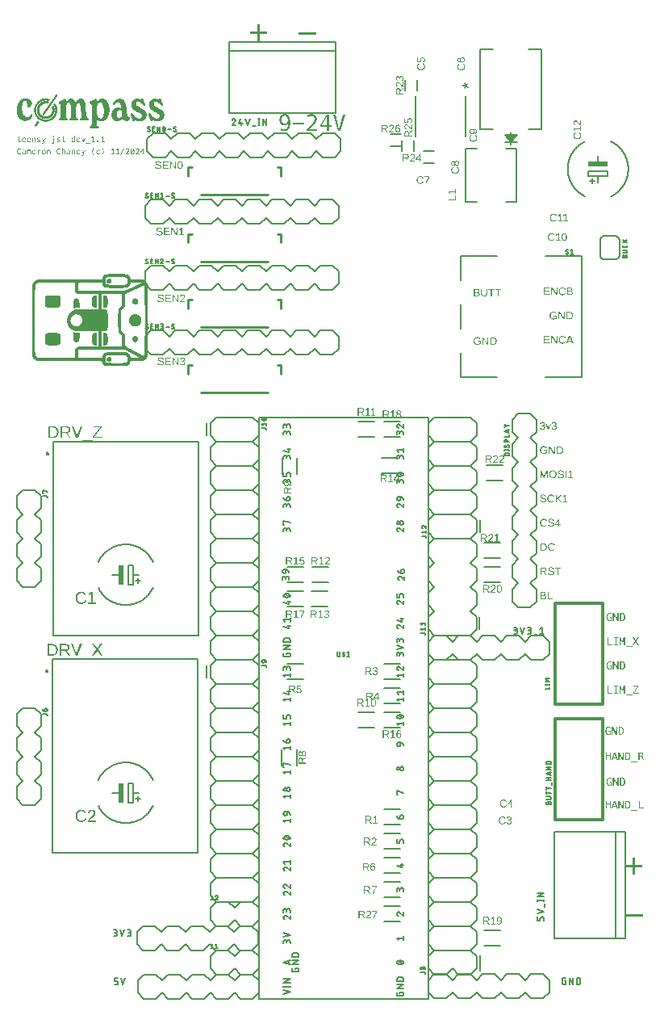
<source format=gbr>
G04 EAGLE Gerber RS-274X export*
G75*
%MOMM*%
%FSLAX34Y34*%
%LPD*%
%INSilkscreen Top*%
%IPPOS*%
%AMOC8*
5,1,8,0,0,1.08239X$1,22.5*%
G01*
G04 Define Apertures*
%ADD10C,0.304800*%
%ADD11C,0.152400*%
%ADD12R,0.508000X2.032000*%
%ADD13C,0.127000*%
%ADD14C,0.200000*%
%ADD15C,0.203200*%
%ADD16C,0.254000*%
%ADD17R,2.032000X0.508000*%
G36*
X-28536Y1035890D02*
X-47120Y1035890D01*
X-47120Y1038853D01*
X-28536Y1038853D01*
X-28536Y1035890D01*
G37*
G36*
X-87620Y1029316D02*
X-90197Y1029316D01*
X-90197Y1036820D01*
X-97631Y1036820D01*
X-97631Y1039379D01*
X-90197Y1039379D01*
X-90197Y1046883D01*
X-87620Y1046883D01*
X-87620Y1039379D01*
X-80186Y1039379D01*
X-80186Y1036820D01*
X-87620Y1036820D01*
X-87620Y1029316D01*
G37*
G36*
X306080Y155556D02*
X303503Y155556D01*
X303503Y163060D01*
X296069Y163060D01*
X296069Y165619D01*
X303503Y165619D01*
X303503Y173123D01*
X306080Y173123D01*
X306080Y165619D01*
X313514Y165619D01*
X313514Y163060D01*
X306080Y163060D01*
X306080Y155556D01*
G37*
G36*
X314364Y111330D02*
X295780Y111330D01*
X295780Y114293D01*
X314364Y114293D01*
X314364Y111330D01*
G37*
G36*
X208938Y621934D02*
X208646Y621942D01*
X208369Y621968D01*
X208107Y622010D01*
X207860Y622069D01*
X207629Y622145D01*
X207412Y622238D01*
X207211Y622348D01*
X207025Y622474D01*
X206856Y622618D01*
X206704Y622777D01*
X206571Y622953D01*
X206456Y623144D01*
X206359Y623352D01*
X206280Y623576D01*
X206219Y623817D01*
X206177Y624073D01*
X207218Y624168D01*
X207289Y623840D01*
X207401Y623556D01*
X207555Y623315D01*
X207749Y623118D01*
X207984Y622965D01*
X208261Y622856D01*
X208579Y622790D01*
X208938Y622768D01*
X209298Y622792D01*
X209617Y622862D01*
X209896Y622979D01*
X210133Y623144D01*
X210235Y623243D01*
X210323Y623354D01*
X210398Y623476D01*
X210459Y623610D01*
X210506Y623755D01*
X210540Y623911D01*
X210560Y624079D01*
X210567Y624258D01*
X210559Y624415D01*
X210536Y624562D01*
X210497Y624701D01*
X210443Y624831D01*
X210374Y624953D01*
X210288Y625065D01*
X210188Y625168D01*
X210072Y625263D01*
X209941Y625348D01*
X209796Y625421D01*
X209638Y625483D01*
X209466Y625534D01*
X209081Y625602D01*
X208641Y625624D01*
X208070Y625624D01*
X208070Y626498D01*
X208618Y626498D01*
X209010Y626521D01*
X209354Y626588D01*
X209652Y626701D01*
X209904Y626859D01*
X210103Y627057D01*
X210182Y627169D01*
X210246Y627290D01*
X210296Y627419D01*
X210331Y627557D01*
X210353Y627704D01*
X210360Y627859D01*
X210337Y628159D01*
X210267Y628425D01*
X210151Y628658D01*
X209988Y628858D01*
X209779Y629019D01*
X209525Y629133D01*
X209226Y629202D01*
X208882Y629225D01*
X208564Y629204D01*
X208279Y629140D01*
X208025Y629033D01*
X207804Y628884D01*
X207619Y628695D01*
X207478Y628472D01*
X207380Y628214D01*
X207325Y627920D01*
X206311Y627999D01*
X206348Y628234D01*
X206403Y628457D01*
X206477Y628666D01*
X206568Y628861D01*
X206678Y629044D01*
X206805Y629213D01*
X206951Y629368D01*
X207115Y629511D01*
X207294Y629638D01*
X207485Y629748D01*
X207689Y629842D01*
X207905Y629918D01*
X208134Y629978D01*
X208374Y630020D01*
X208627Y630045D01*
X208893Y630054D01*
X209181Y630045D01*
X209453Y630019D01*
X209709Y629976D01*
X209948Y629916D01*
X210170Y629838D01*
X210376Y629744D01*
X210565Y629632D01*
X210738Y629502D01*
X210892Y629358D01*
X211026Y629199D01*
X211139Y629028D01*
X211231Y628842D01*
X211303Y628643D01*
X211355Y628431D01*
X211386Y628205D01*
X211396Y627965D01*
X211389Y627781D01*
X211370Y627605D01*
X211337Y627438D01*
X211290Y627280D01*
X211231Y627131D01*
X211158Y626990D01*
X210973Y626736D01*
X210738Y626518D01*
X210454Y626339D01*
X210123Y626198D01*
X209744Y626095D01*
X209744Y626072D01*
X209959Y626042D01*
X210162Y626000D01*
X210352Y625944D01*
X210531Y625876D01*
X210697Y625796D01*
X210851Y625703D01*
X210992Y625597D01*
X211122Y625479D01*
X211237Y625350D01*
X211337Y625213D01*
X211422Y625069D01*
X211491Y624916D01*
X211545Y624755D01*
X211584Y624586D01*
X211607Y624409D01*
X211614Y624224D01*
X211604Y623959D01*
X211571Y623709D01*
X211517Y623475D01*
X211441Y623256D01*
X211343Y623052D01*
X211224Y622864D01*
X211083Y622691D01*
X210920Y622533D01*
X210737Y622393D01*
X210536Y622271D01*
X210316Y622168D01*
X210077Y622084D01*
X209820Y622018D01*
X209544Y621971D01*
X209250Y621943D01*
X208938Y621934D01*
G37*
G36*
X221031Y621934D02*
X220739Y621942D01*
X220462Y621968D01*
X220201Y622010D01*
X219954Y622069D01*
X219723Y622145D01*
X219506Y622238D01*
X219305Y622348D01*
X219119Y622474D01*
X218950Y622618D01*
X218798Y622777D01*
X218665Y622953D01*
X218550Y623144D01*
X218453Y623352D01*
X218374Y623576D01*
X218313Y623817D01*
X218271Y624073D01*
X219312Y624168D01*
X219383Y623840D01*
X219495Y623556D01*
X219648Y623315D01*
X219843Y623118D01*
X220078Y622965D01*
X220355Y622856D01*
X220673Y622790D01*
X221031Y622768D01*
X221392Y622792D01*
X221711Y622862D01*
X221989Y622979D01*
X222227Y623144D01*
X222329Y623243D01*
X222417Y623354D01*
X222491Y623476D01*
X222552Y623610D01*
X222600Y623755D01*
X222634Y623911D01*
X222654Y624079D01*
X222661Y624258D01*
X222653Y624415D01*
X222630Y624562D01*
X222591Y624701D01*
X222537Y624831D01*
X222467Y624953D01*
X222382Y625065D01*
X222281Y625168D01*
X222165Y625263D01*
X222035Y625348D01*
X221890Y625421D01*
X221732Y625483D01*
X221560Y625534D01*
X221175Y625602D01*
X220735Y625624D01*
X220163Y625624D01*
X220163Y626498D01*
X220712Y626498D01*
X221103Y626521D01*
X221448Y626588D01*
X221746Y626701D01*
X221997Y626859D01*
X222197Y627057D01*
X222275Y627169D01*
X222340Y627290D01*
X222390Y627419D01*
X222425Y627557D01*
X222447Y627704D01*
X222454Y627859D01*
X222430Y628159D01*
X222361Y628425D01*
X222244Y628658D01*
X222081Y628858D01*
X221873Y629019D01*
X221619Y629133D01*
X221320Y629202D01*
X220975Y629225D01*
X220658Y629204D01*
X220373Y629140D01*
X220119Y629033D01*
X219897Y628884D01*
X219713Y628695D01*
X219572Y628472D01*
X219474Y628214D01*
X219419Y627920D01*
X218405Y627999D01*
X218442Y628234D01*
X218497Y628457D01*
X218570Y628666D01*
X218662Y628861D01*
X218771Y629044D01*
X218899Y629213D01*
X219045Y629368D01*
X219209Y629511D01*
X219388Y629638D01*
X219579Y629748D01*
X219783Y629842D01*
X219999Y629918D01*
X220227Y629978D01*
X220468Y630020D01*
X220721Y630045D01*
X220987Y630054D01*
X221275Y630045D01*
X221547Y630019D01*
X221803Y629976D01*
X222041Y629916D01*
X222264Y629838D01*
X222470Y629744D01*
X222659Y629632D01*
X222832Y629502D01*
X222986Y629358D01*
X223120Y629199D01*
X223233Y629028D01*
X223325Y628842D01*
X223397Y628643D01*
X223449Y628431D01*
X223479Y628205D01*
X223490Y627965D01*
X223483Y627781D01*
X223463Y627605D01*
X223430Y627438D01*
X223384Y627280D01*
X223325Y627131D01*
X223252Y626990D01*
X223067Y626736D01*
X222832Y626518D01*
X222548Y626339D01*
X222217Y626198D01*
X221838Y626095D01*
X221838Y626072D01*
X222053Y626042D01*
X222256Y626000D01*
X222446Y625944D01*
X222625Y625876D01*
X222791Y625796D01*
X222944Y625703D01*
X223086Y625597D01*
X223215Y625479D01*
X223331Y625350D01*
X223431Y625213D01*
X223516Y625069D01*
X223585Y624916D01*
X223639Y624755D01*
X223677Y624586D01*
X223700Y624409D01*
X223708Y624224D01*
X223697Y623959D01*
X223665Y623709D01*
X223610Y623475D01*
X223535Y623256D01*
X223437Y623052D01*
X223318Y622864D01*
X223176Y622691D01*
X223014Y622533D01*
X222831Y622393D01*
X222629Y622271D01*
X222409Y622168D01*
X222171Y622084D01*
X221914Y622018D01*
X221638Y621971D01*
X221344Y621943D01*
X221031Y621934D01*
G37*
G36*
X215548Y622046D02*
X214355Y622046D01*
X212154Y628105D01*
X213229Y628105D01*
X214562Y624163D01*
X214949Y622836D01*
X215145Y623491D01*
X215363Y624152D01*
X216741Y628105D01*
X217810Y628105D01*
X215548Y622046D01*
G37*
G36*
X226819Y596646D02*
X223868Y596646D01*
X223868Y604536D01*
X226478Y604536D01*
X226965Y604521D01*
X227423Y604474D01*
X227853Y604395D01*
X228254Y604285D01*
X228626Y604144D01*
X228970Y603971D01*
X229285Y603767D01*
X229572Y603531D01*
X229827Y603267D01*
X230048Y602976D01*
X230236Y602658D01*
X230389Y602314D01*
X230508Y601943D01*
X230593Y601546D01*
X230644Y601123D01*
X230661Y600672D01*
X230654Y600372D01*
X230631Y600081D01*
X230594Y599800D01*
X230542Y599528D01*
X230475Y599266D01*
X230393Y599013D01*
X230297Y598770D01*
X230185Y598536D01*
X230060Y598314D01*
X229922Y598105D01*
X229772Y597910D01*
X229610Y597727D01*
X229435Y597559D01*
X229247Y597404D01*
X229048Y597262D01*
X228835Y597133D01*
X228613Y597019D01*
X228382Y596920D01*
X228142Y596836D01*
X227895Y596768D01*
X227638Y596715D01*
X227374Y596676D01*
X227101Y596654D01*
X226819Y596646D01*
G37*
%LPC*%
G36*
X226696Y597503D02*
X227117Y597527D01*
X227512Y597598D01*
X227880Y597717D01*
X228222Y597884D01*
X228532Y598095D01*
X228804Y598348D01*
X229038Y598644D01*
X229233Y598981D01*
X229387Y599356D01*
X229498Y599762D01*
X229564Y600201D01*
X229586Y600672D01*
X229573Y601028D01*
X229536Y601362D01*
X229473Y601675D01*
X229385Y601965D01*
X229272Y602234D01*
X229134Y602481D01*
X228971Y602706D01*
X228782Y602910D01*
X228570Y603090D01*
X228336Y603246D01*
X228078Y603379D01*
X227799Y603487D01*
X227497Y603571D01*
X227172Y603631D01*
X226825Y603668D01*
X226455Y603680D01*
X224938Y603680D01*
X224938Y597503D01*
X226696Y597503D01*
G37*
%LPD*%
G36*
X216539Y596646D02*
X215587Y596646D01*
X215587Y604536D01*
X216830Y604536D01*
X221097Y597772D01*
X221047Y598718D01*
X221030Y599362D01*
X221030Y604536D01*
X221993Y604536D01*
X221993Y596646D01*
X220705Y596646D01*
X216483Y603366D01*
X216511Y602823D01*
X216539Y601888D01*
X216539Y596646D01*
G37*
G36*
X210293Y596534D02*
X209989Y596542D01*
X209695Y596565D01*
X209413Y596603D01*
X209141Y596657D01*
X208879Y596726D01*
X208629Y596811D01*
X208389Y596911D01*
X208159Y597027D01*
X207942Y597157D01*
X207738Y597300D01*
X207547Y597457D01*
X207369Y597628D01*
X207204Y597812D01*
X207053Y598010D01*
X206915Y598221D01*
X206790Y598446D01*
X206679Y598683D01*
X206583Y598930D01*
X206502Y599188D01*
X206435Y599455D01*
X206383Y599733D01*
X206346Y600021D01*
X206324Y600319D01*
X206317Y600628D01*
X206333Y601094D01*
X206381Y601534D01*
X206462Y601946D01*
X206574Y602331D01*
X206719Y602690D01*
X206896Y603021D01*
X207106Y603324D01*
X207347Y603601D01*
X207618Y603848D01*
X207915Y604062D01*
X208237Y604243D01*
X208586Y604391D01*
X208961Y604506D01*
X209362Y604588D01*
X209789Y604638D01*
X210242Y604654D01*
X210562Y604647D01*
X210867Y604626D01*
X211156Y604592D01*
X211430Y604543D01*
X211688Y604481D01*
X211931Y604405D01*
X212158Y604315D01*
X212370Y604212D01*
X212569Y604093D01*
X212756Y603957D01*
X212931Y603805D01*
X213094Y603636D01*
X213246Y603451D01*
X213386Y603249D01*
X213514Y603030D01*
X213630Y602795D01*
X212611Y602492D01*
X212427Y602806D01*
X212211Y603073D01*
X211964Y603296D01*
X211684Y603472D01*
X211371Y603607D01*
X211021Y603703D01*
X210636Y603761D01*
X210214Y603780D01*
X209883Y603767D01*
X209571Y603729D01*
X209280Y603664D01*
X209009Y603574D01*
X208758Y603458D01*
X208527Y603316D01*
X208316Y603148D01*
X208126Y602954D01*
X207956Y602737D01*
X207810Y602499D01*
X207685Y602240D01*
X207584Y601960D01*
X207505Y601658D01*
X207448Y601336D01*
X207414Y600992D01*
X207403Y600628D01*
X207415Y600264D01*
X207451Y599919D01*
X207511Y599595D01*
X207595Y599290D01*
X207703Y599005D01*
X207835Y598739D01*
X207991Y598493D01*
X208170Y598267D01*
X208371Y598064D01*
X208591Y597889D01*
X208828Y597740D01*
X209085Y597618D01*
X209359Y597524D01*
X209652Y597456D01*
X209963Y597416D01*
X210293Y597402D01*
X210673Y597417D01*
X211040Y597461D01*
X211394Y597534D01*
X211735Y597637D01*
X212053Y597765D01*
X212340Y597914D01*
X212595Y598084D01*
X212818Y598276D01*
X212818Y599698D01*
X210461Y599698D01*
X210461Y600594D01*
X213804Y600594D01*
X213804Y597872D01*
X213473Y597571D01*
X213106Y597306D01*
X212704Y597077D01*
X212267Y596884D01*
X211802Y596731D01*
X211318Y596622D01*
X210815Y596556D01*
X210293Y596534D01*
G37*
G36*
X219723Y571134D02*
X219425Y571142D01*
X219136Y571165D01*
X218859Y571203D01*
X218591Y571257D01*
X218334Y571326D01*
X218088Y571411D01*
X217852Y571511D01*
X217626Y571627D01*
X217412Y571757D01*
X217211Y571901D01*
X217023Y572058D01*
X216848Y572229D01*
X216687Y572415D01*
X216538Y572613D01*
X216402Y572826D01*
X216279Y573052D01*
X216170Y573290D01*
X216076Y573538D01*
X215996Y573795D01*
X215931Y574062D01*
X215880Y574339D01*
X215843Y574625D01*
X215822Y574922D01*
X215814Y575228D01*
X215831Y575688D01*
X215879Y576122D01*
X215960Y576531D01*
X216073Y576914D01*
X216219Y577271D01*
X216397Y577602D01*
X216608Y577908D01*
X216850Y578187D01*
X217122Y578437D01*
X217419Y578654D01*
X217742Y578837D01*
X218089Y578987D01*
X218463Y579104D01*
X218861Y579187D01*
X219285Y579237D01*
X219734Y579254D01*
X220030Y579246D01*
X220316Y579224D01*
X220593Y579187D01*
X220859Y579134D01*
X221115Y579067D01*
X221361Y578985D01*
X221597Y578887D01*
X221823Y578775D01*
X222038Y578649D01*
X222240Y578509D01*
X222428Y578355D01*
X222604Y578188D01*
X222766Y578007D01*
X222916Y577813D01*
X223052Y577605D01*
X223176Y577384D01*
X223285Y577150D01*
X223380Y576907D01*
X223461Y576653D01*
X223526Y576388D01*
X223577Y576114D01*
X223614Y575829D01*
X223636Y575533D01*
X223643Y575228D01*
X223636Y574923D01*
X223614Y574628D01*
X223577Y574343D01*
X223525Y574067D01*
X223458Y573801D01*
X223377Y573544D01*
X223281Y573298D01*
X223170Y573060D01*
X223045Y572835D01*
X222908Y572623D01*
X222757Y572424D01*
X222594Y572239D01*
X222418Y572067D01*
X222229Y571909D01*
X222027Y571764D01*
X221812Y571632D01*
X221586Y571516D01*
X221350Y571414D01*
X221104Y571329D01*
X220847Y571259D01*
X220581Y571204D01*
X220305Y571165D01*
X220019Y571142D01*
X219723Y571134D01*
G37*
%LPC*%
G36*
X219723Y572002D02*
X220055Y572015D01*
X220367Y572055D01*
X220659Y572121D01*
X220931Y572213D01*
X221183Y572331D01*
X221415Y572476D01*
X221628Y572647D01*
X221820Y572845D01*
X221992Y573066D01*
X222140Y573310D01*
X222266Y573575D01*
X222369Y573862D01*
X222448Y574171D01*
X222506Y574501D01*
X222540Y574853D01*
X222551Y575228D01*
X222540Y575586D01*
X222505Y575924D01*
X222448Y576243D01*
X222367Y576542D01*
X222264Y576821D01*
X222137Y577081D01*
X221987Y577320D01*
X221815Y577540D01*
X221621Y577737D01*
X221409Y577908D01*
X221177Y578052D01*
X220927Y578170D01*
X220657Y578262D01*
X220368Y578328D01*
X220061Y578367D01*
X219734Y578380D01*
X219405Y578367D01*
X219095Y578329D01*
X218805Y578264D01*
X218533Y578173D01*
X218281Y578057D01*
X218048Y577914D01*
X217834Y577746D01*
X217640Y577552D01*
X217467Y577334D01*
X217317Y577096D01*
X217190Y576836D01*
X217086Y576556D01*
X217005Y576255D01*
X216947Y575934D01*
X216912Y575591D01*
X216901Y575228D01*
X216913Y574866D01*
X216948Y574524D01*
X217006Y574201D01*
X217088Y573897D01*
X217193Y573612D01*
X217321Y573347D01*
X217473Y573100D01*
X217648Y572873D01*
X217844Y572669D01*
X218058Y572492D01*
X218291Y572342D01*
X218541Y572220D01*
X218809Y572124D01*
X219096Y572056D01*
X219400Y572016D01*
X219723Y572002D01*
G37*
%LPD*%
G36*
X207633Y571246D02*
X206681Y571246D01*
X206681Y579136D01*
X208086Y579136D01*
X210186Y573665D01*
X210402Y572957D01*
X210539Y572411D01*
X210608Y572693D01*
X210727Y573091D01*
X210920Y573665D01*
X212981Y579136D01*
X214353Y579136D01*
X214353Y571246D01*
X213390Y571246D01*
X213390Y576510D01*
X213402Y577367D01*
X213440Y578190D01*
X213180Y577297D01*
X212947Y576622D01*
X210909Y571246D01*
X210158Y571246D01*
X208092Y576622D01*
X207778Y577574D01*
X207594Y578190D01*
X207610Y577568D01*
X207633Y576510D01*
X207633Y571246D01*
G37*
G36*
X228073Y571134D02*
X227722Y571142D01*
X227390Y571165D01*
X227076Y571205D01*
X226782Y571259D01*
X226507Y571330D01*
X226251Y571416D01*
X226013Y571518D01*
X225795Y571635D01*
X225595Y571768D01*
X225415Y571917D01*
X225253Y572082D01*
X225111Y572262D01*
X224987Y572457D01*
X224882Y572669D01*
X224796Y572896D01*
X224730Y573139D01*
X225766Y573346D01*
X225817Y573174D01*
X225880Y573014D01*
X225957Y572866D01*
X226046Y572729D01*
X226147Y572605D01*
X226261Y572492D01*
X226388Y572391D01*
X226527Y572302D01*
X226845Y572156D01*
X227215Y572052D01*
X227637Y571989D01*
X228112Y571968D01*
X228600Y571991D01*
X229030Y572057D01*
X229222Y572107D01*
X229400Y572168D01*
X229563Y572241D01*
X229711Y572324D01*
X229843Y572418D01*
X229957Y572523D01*
X230054Y572638D01*
X230133Y572763D01*
X230194Y572899D01*
X230238Y573045D01*
X230265Y573201D01*
X230274Y573368D01*
X230262Y573552D01*
X230229Y573718D01*
X230174Y573866D01*
X230097Y573996D01*
X230000Y574111D01*
X229885Y574215D01*
X229752Y574310D01*
X229602Y574393D01*
X229252Y574537D01*
X228840Y574656D01*
X227860Y574886D01*
X227037Y575093D01*
X226711Y575197D01*
X226440Y575300D01*
X226211Y575407D01*
X226007Y575519D01*
X225829Y575638D01*
X225676Y575762D01*
X225544Y575895D01*
X225429Y576039D01*
X225330Y576193D01*
X225248Y576359D01*
X225183Y576536D01*
X225136Y576726D01*
X225108Y576928D01*
X225099Y577143D01*
X225111Y577389D01*
X225148Y577621D01*
X225208Y577838D01*
X225293Y578040D01*
X225402Y578228D01*
X225535Y578402D01*
X225693Y578561D01*
X225875Y578705D01*
X226079Y578834D01*
X226304Y578945D01*
X226551Y579040D01*
X226818Y579117D01*
X227106Y579177D01*
X227415Y579220D01*
X227744Y579245D01*
X228095Y579254D01*
X228421Y579248D01*
X228728Y579228D01*
X229014Y579196D01*
X229281Y579151D01*
X229528Y579093D01*
X229755Y579022D01*
X229963Y578939D01*
X230150Y578842D01*
X230321Y578730D01*
X230479Y578600D01*
X230624Y578452D01*
X230755Y578286D01*
X230873Y578101D01*
X230978Y577899D01*
X231069Y577678D01*
X231147Y577440D01*
X230094Y577255D01*
X229988Y577547D01*
X229842Y577796D01*
X229658Y578002D01*
X229434Y578165D01*
X229166Y578288D01*
X228853Y578377D01*
X228492Y578430D01*
X228084Y578448D01*
X227639Y578428D01*
X227250Y578369D01*
X226916Y578271D01*
X226639Y578134D01*
X226522Y578051D01*
X226421Y577958D01*
X226335Y577855D01*
X226265Y577743D01*
X226211Y577622D01*
X226172Y577490D01*
X226149Y577349D01*
X226141Y577199D01*
X226153Y577025D01*
X226189Y576866D01*
X226249Y576724D01*
X226334Y576597D01*
X226441Y576482D01*
X226570Y576377D01*
X226720Y576281D01*
X226891Y576194D01*
X227118Y576106D01*
X227436Y576009D01*
X228342Y575788D01*
X229067Y575617D01*
X229420Y575522D01*
X229758Y575410D01*
X230078Y575279D01*
X230377Y575127D01*
X230647Y574946D01*
X230878Y574729D01*
X231068Y574473D01*
X231212Y574175D01*
X231264Y574008D01*
X231302Y573828D01*
X231324Y573633D01*
X231332Y573424D01*
X231319Y573159D01*
X231279Y572909D01*
X231212Y572675D01*
X231118Y572456D01*
X230998Y572252D01*
X230852Y572064D01*
X230678Y571891D01*
X230478Y571733D01*
X230254Y571593D01*
X230007Y571471D01*
X229739Y571368D01*
X229450Y571284D01*
X229138Y571218D01*
X228805Y571171D01*
X228450Y571143D01*
X228073Y571134D01*
G37*
G36*
X240840Y571246D02*
X235895Y571246D01*
X235895Y572103D01*
X237905Y572103D01*
X237905Y578173D01*
X236124Y576902D01*
X236124Y577854D01*
X237989Y579136D01*
X238919Y579136D01*
X238919Y572103D01*
X240840Y572103D01*
X240840Y571246D01*
G37*
G36*
X233962Y571246D02*
X232892Y571246D01*
X232892Y579136D01*
X233962Y579136D01*
X233962Y571246D01*
G37*
G36*
X209604Y545734D02*
X209253Y545742D01*
X208921Y545765D01*
X208608Y545805D01*
X208314Y545859D01*
X208038Y545930D01*
X207782Y546016D01*
X207545Y546118D01*
X207326Y546235D01*
X207127Y546368D01*
X206946Y546517D01*
X206785Y546682D01*
X206642Y546862D01*
X206518Y547057D01*
X206413Y547269D01*
X206328Y547496D01*
X206261Y547739D01*
X207297Y547946D01*
X207348Y547774D01*
X207412Y547614D01*
X207488Y547466D01*
X207577Y547329D01*
X207678Y547205D01*
X207792Y547092D01*
X207919Y546991D01*
X208058Y546902D01*
X208376Y546756D01*
X208746Y546652D01*
X209168Y546589D01*
X209643Y546568D01*
X210132Y546591D01*
X210561Y546657D01*
X210753Y546707D01*
X210931Y546768D01*
X211094Y546841D01*
X211242Y546924D01*
X211374Y547018D01*
X211488Y547123D01*
X211585Y547238D01*
X211664Y547363D01*
X211726Y547499D01*
X211770Y547645D01*
X211796Y547801D01*
X211805Y547968D01*
X211794Y548152D01*
X211761Y548318D01*
X211706Y548466D01*
X211628Y548596D01*
X211531Y548711D01*
X211416Y548815D01*
X211283Y548910D01*
X211133Y548993D01*
X210783Y549137D01*
X210371Y549256D01*
X209391Y549486D01*
X208569Y549693D01*
X208242Y549797D01*
X207972Y549900D01*
X207742Y550007D01*
X207538Y550119D01*
X207360Y550238D01*
X207207Y550362D01*
X207075Y550495D01*
X206960Y550639D01*
X206861Y550793D01*
X206779Y550959D01*
X206714Y551136D01*
X206667Y551326D01*
X206640Y551528D01*
X206630Y551743D01*
X206643Y551989D01*
X206679Y552221D01*
X206739Y552438D01*
X206824Y552640D01*
X206933Y552828D01*
X207067Y553002D01*
X207224Y553161D01*
X207406Y553305D01*
X207610Y553434D01*
X207836Y553545D01*
X208082Y553640D01*
X208349Y553717D01*
X208637Y553777D01*
X208946Y553820D01*
X209276Y553845D01*
X209626Y553854D01*
X209952Y553848D01*
X210259Y553828D01*
X210545Y553796D01*
X210812Y553751D01*
X211059Y553693D01*
X211286Y553622D01*
X211494Y553539D01*
X211682Y553442D01*
X211853Y553330D01*
X212011Y553200D01*
X212155Y553052D01*
X212286Y552886D01*
X212404Y552701D01*
X212509Y552499D01*
X212600Y552278D01*
X212678Y552040D01*
X211626Y551855D01*
X211519Y552147D01*
X211374Y552396D01*
X211189Y552602D01*
X210965Y552765D01*
X210698Y552888D01*
X210384Y552977D01*
X210023Y553030D01*
X209615Y553048D01*
X209170Y553028D01*
X208781Y552969D01*
X208448Y552871D01*
X208170Y552734D01*
X208054Y552651D01*
X207952Y552558D01*
X207867Y552455D01*
X207797Y552343D01*
X207742Y552222D01*
X207703Y552090D01*
X207680Y551949D01*
X207672Y551799D01*
X207684Y551625D01*
X207720Y551466D01*
X207781Y551324D01*
X207865Y551197D01*
X207972Y551082D01*
X208101Y550977D01*
X208251Y550881D01*
X208422Y550794D01*
X208650Y550706D01*
X208967Y550609D01*
X209873Y550388D01*
X210598Y550217D01*
X210951Y550122D01*
X211290Y550010D01*
X211609Y549879D01*
X211908Y549727D01*
X212178Y549546D01*
X212410Y549329D01*
X212599Y549073D01*
X212743Y548775D01*
X212795Y548608D01*
X212833Y548428D01*
X212856Y548233D01*
X212863Y548024D01*
X212850Y547759D01*
X212810Y547509D01*
X212743Y547275D01*
X212650Y547056D01*
X212530Y546852D01*
X212383Y546664D01*
X212209Y546491D01*
X212009Y546333D01*
X211785Y546193D01*
X211539Y546071D01*
X211271Y545968D01*
X210981Y545884D01*
X210669Y545818D01*
X210336Y545771D01*
X209981Y545743D01*
X209604Y545734D01*
G37*
G36*
X223657Y545846D02*
X222587Y545846D01*
X222587Y553736D01*
X223657Y553736D01*
X223657Y549783D01*
X227459Y553736D01*
X228719Y553736D01*
X225359Y550309D01*
X229167Y545846D01*
X227840Y545846D01*
X224687Y549654D01*
X223657Y548870D01*
X223657Y545846D01*
G37*
G36*
X217795Y545734D02*
X217501Y545742D01*
X217218Y545765D01*
X216945Y545804D01*
X216682Y545858D01*
X216429Y545928D01*
X216187Y546013D01*
X215954Y546113D01*
X215731Y546230D01*
X215520Y546360D01*
X215321Y546504D01*
X215136Y546661D01*
X214964Y546832D01*
X214804Y547015D01*
X214658Y547212D01*
X214524Y547423D01*
X214404Y547646D01*
X214297Y547882D01*
X214204Y548128D01*
X214126Y548385D01*
X214061Y548652D01*
X214012Y548930D01*
X213976Y549219D01*
X213955Y549518D01*
X213947Y549828D01*
X213963Y550287D01*
X214011Y550720D01*
X214091Y551128D01*
X214202Y551510D01*
X214346Y551867D01*
X214521Y552198D01*
X214728Y552504D01*
X214967Y552784D01*
X215234Y553035D01*
X215525Y553252D01*
X215841Y553436D01*
X216182Y553587D01*
X216547Y553704D01*
X216936Y553787D01*
X217350Y553837D01*
X217789Y553854D01*
X218098Y553846D01*
X218393Y553823D01*
X218676Y553785D01*
X218945Y553731D01*
X219202Y553661D01*
X219446Y553577D01*
X219677Y553477D01*
X219895Y553361D01*
X220099Y553231D01*
X220289Y553085D01*
X220466Y552925D01*
X220628Y552749D01*
X220777Y552559D01*
X220911Y552354D01*
X221031Y552134D01*
X221138Y551900D01*
X220124Y551564D01*
X219966Y551888D01*
X219766Y552171D01*
X219525Y552414D01*
X219242Y552616D01*
X218924Y552776D01*
X218578Y552889D01*
X218203Y552958D01*
X217800Y552980D01*
X217482Y552967D01*
X217181Y552928D01*
X216899Y552862D01*
X216635Y552770D01*
X216390Y552651D01*
X216162Y552506D01*
X215953Y552335D01*
X215762Y552138D01*
X215591Y551917D01*
X215443Y551677D01*
X215318Y551418D01*
X215216Y551139D01*
X215136Y550840D01*
X215079Y550522D01*
X215045Y550185D01*
X215034Y549828D01*
X215046Y549474D01*
X215081Y549138D01*
X215140Y548820D01*
X215223Y548519D01*
X215330Y548237D01*
X215461Y547972D01*
X215615Y547725D01*
X215793Y547495D01*
X215991Y547288D01*
X216205Y547109D01*
X216437Y546958D01*
X216685Y546834D01*
X216950Y546737D01*
X217232Y546668D01*
X217530Y546627D01*
X217845Y546613D01*
X218049Y546620D01*
X218247Y546639D01*
X218438Y546671D01*
X218622Y546716D01*
X218972Y546844D01*
X219297Y547023D01*
X219595Y547254D01*
X219868Y547536D01*
X220116Y547869D01*
X220337Y548254D01*
X221211Y547817D01*
X221083Y547570D01*
X220942Y547338D01*
X220790Y547121D01*
X220625Y546920D01*
X220447Y546734D01*
X220258Y546562D01*
X220056Y546407D01*
X219841Y546266D01*
X219616Y546141D01*
X219383Y546033D01*
X219140Y545942D01*
X218889Y545867D01*
X218628Y545809D01*
X218359Y545767D01*
X218081Y545742D01*
X217795Y545734D01*
G37*
G36*
X235121Y545846D02*
X230176Y545846D01*
X230176Y546703D01*
X232186Y546703D01*
X232186Y552773D01*
X230406Y551502D01*
X230406Y552454D01*
X232270Y553736D01*
X233200Y553736D01*
X233200Y546703D01*
X235121Y546703D01*
X235121Y545846D01*
G37*
G36*
X226580Y520446D02*
X225628Y520446D01*
X225628Y522232D01*
X221909Y522232D01*
X221909Y523016D01*
X225521Y528336D01*
X226580Y528336D01*
X226580Y523028D01*
X227689Y523028D01*
X227689Y522232D01*
X226580Y522232D01*
X226580Y520446D01*
G37*
%LPC*%
G36*
X225628Y523028D02*
X225628Y527200D01*
X225471Y526903D01*
X225253Y526533D01*
X223231Y523554D01*
X222929Y523140D01*
X222839Y523028D01*
X225628Y523028D01*
G37*
%LPD*%
G36*
X217885Y520334D02*
X217534Y520342D01*
X217202Y520365D01*
X216889Y520405D01*
X216595Y520459D01*
X216320Y520530D01*
X216063Y520616D01*
X215826Y520718D01*
X215607Y520835D01*
X215408Y520968D01*
X215227Y521117D01*
X215066Y521282D01*
X214923Y521462D01*
X214799Y521657D01*
X214695Y521869D01*
X214609Y522096D01*
X214542Y522339D01*
X215578Y522546D01*
X215629Y522374D01*
X215693Y522214D01*
X215769Y522066D01*
X215858Y521929D01*
X215960Y521805D01*
X216074Y521692D01*
X216200Y521591D01*
X216340Y521502D01*
X216657Y521356D01*
X217027Y521252D01*
X217449Y521189D01*
X217924Y521168D01*
X218413Y521191D01*
X218842Y521257D01*
X219035Y521307D01*
X219212Y521368D01*
X219375Y521441D01*
X219523Y521524D01*
X219655Y521618D01*
X219769Y521723D01*
X219866Y521838D01*
X219945Y521963D01*
X220007Y522099D01*
X220051Y522245D01*
X220077Y522401D01*
X220086Y522568D01*
X220075Y522752D01*
X220042Y522918D01*
X219987Y523066D01*
X219910Y523196D01*
X219812Y523311D01*
X219698Y523415D01*
X219565Y523510D01*
X219414Y523593D01*
X219064Y523737D01*
X218652Y523856D01*
X217672Y524086D01*
X216850Y524293D01*
X216523Y524397D01*
X216253Y524500D01*
X216023Y524607D01*
X215820Y524719D01*
X215641Y524838D01*
X215488Y524962D01*
X215357Y525095D01*
X215241Y525239D01*
X215142Y525393D01*
X215060Y525559D01*
X214995Y525736D01*
X214949Y525926D01*
X214921Y526128D01*
X214912Y526343D01*
X214924Y526589D01*
X214960Y526821D01*
X215021Y527038D01*
X215106Y527240D01*
X215215Y527428D01*
X215348Y527602D01*
X215505Y527761D01*
X215687Y527905D01*
X215892Y528034D01*
X216117Y528145D01*
X216363Y528240D01*
X216630Y528317D01*
X216918Y528377D01*
X217227Y528420D01*
X217557Y528445D01*
X217908Y528454D01*
X218234Y528448D01*
X218540Y528428D01*
X218827Y528396D01*
X219093Y528351D01*
X219340Y528293D01*
X219568Y528222D01*
X219775Y528139D01*
X219963Y528042D01*
X220134Y527930D01*
X220292Y527800D01*
X220436Y527652D01*
X220568Y527486D01*
X220686Y527301D01*
X220790Y527099D01*
X220882Y526878D01*
X220960Y526640D01*
X219907Y526455D01*
X219800Y526747D01*
X219655Y526996D01*
X219470Y527202D01*
X219246Y527365D01*
X218979Y527488D01*
X218665Y527577D01*
X218304Y527630D01*
X217896Y527648D01*
X217451Y527628D01*
X217062Y527569D01*
X216729Y527471D01*
X216452Y527334D01*
X216335Y527251D01*
X216234Y527158D01*
X216148Y527055D01*
X216078Y526943D01*
X216023Y526822D01*
X215984Y526690D01*
X215961Y526549D01*
X215953Y526399D01*
X215965Y526225D01*
X216002Y526066D01*
X216062Y525924D01*
X216146Y525797D01*
X216254Y525682D01*
X216382Y525577D01*
X216532Y525481D01*
X216704Y525394D01*
X216931Y525306D01*
X217248Y525209D01*
X218154Y524988D01*
X218879Y524817D01*
X219233Y524722D01*
X219571Y524610D01*
X219891Y524479D01*
X220190Y524327D01*
X220459Y524146D01*
X220691Y523929D01*
X220881Y523673D01*
X221024Y523375D01*
X221077Y523208D01*
X221114Y523028D01*
X221137Y522833D01*
X221144Y522624D01*
X221131Y522359D01*
X221091Y522109D01*
X221024Y521875D01*
X220931Y521656D01*
X220811Y521452D01*
X220664Y521264D01*
X220491Y521091D01*
X220290Y520933D01*
X220066Y520793D01*
X219820Y520671D01*
X219552Y520568D01*
X219262Y520484D01*
X218951Y520418D01*
X218617Y520371D01*
X218262Y520343D01*
X217885Y520334D01*
G37*
G36*
X210170Y520334D02*
X209876Y520342D01*
X209593Y520365D01*
X209320Y520404D01*
X209057Y520458D01*
X208804Y520528D01*
X208562Y520613D01*
X208329Y520713D01*
X208106Y520830D01*
X207895Y520960D01*
X207696Y521104D01*
X207511Y521261D01*
X207339Y521432D01*
X207179Y521615D01*
X207033Y521812D01*
X206899Y522023D01*
X206779Y522246D01*
X206672Y522482D01*
X206579Y522728D01*
X206501Y522985D01*
X206436Y523252D01*
X206387Y523530D01*
X206351Y523819D01*
X206330Y524118D01*
X206322Y524428D01*
X206338Y524887D01*
X206386Y525320D01*
X206466Y525728D01*
X206577Y526110D01*
X206721Y526467D01*
X206896Y526798D01*
X207103Y527104D01*
X207342Y527384D01*
X207609Y527635D01*
X207900Y527852D01*
X208216Y528036D01*
X208557Y528187D01*
X208922Y528304D01*
X209311Y528387D01*
X209725Y528437D01*
X210164Y528454D01*
X210473Y528446D01*
X210768Y528423D01*
X211051Y528385D01*
X211320Y528331D01*
X211577Y528261D01*
X211821Y528177D01*
X212052Y528077D01*
X212270Y527961D01*
X212474Y527831D01*
X212664Y527685D01*
X212841Y527525D01*
X213003Y527349D01*
X213152Y527159D01*
X213286Y526954D01*
X213406Y526734D01*
X213513Y526500D01*
X212499Y526164D01*
X212341Y526488D01*
X212141Y526771D01*
X211900Y527014D01*
X211617Y527216D01*
X211299Y527376D01*
X210953Y527489D01*
X210578Y527558D01*
X210175Y527580D01*
X209857Y527567D01*
X209556Y527528D01*
X209274Y527462D01*
X209010Y527370D01*
X208765Y527251D01*
X208537Y527106D01*
X208328Y526935D01*
X208137Y526738D01*
X207966Y526517D01*
X207818Y526277D01*
X207693Y526018D01*
X207591Y525739D01*
X207511Y525440D01*
X207454Y525122D01*
X207420Y524785D01*
X207409Y524428D01*
X207421Y524074D01*
X207456Y523738D01*
X207515Y523420D01*
X207598Y523119D01*
X207705Y522837D01*
X207836Y522572D01*
X207990Y522325D01*
X208168Y522095D01*
X208366Y521888D01*
X208580Y521709D01*
X208812Y521558D01*
X209060Y521434D01*
X209325Y521337D01*
X209607Y521268D01*
X209905Y521227D01*
X210220Y521213D01*
X210424Y521220D01*
X210622Y521239D01*
X210813Y521271D01*
X210997Y521316D01*
X211347Y521444D01*
X211672Y521623D01*
X211970Y521854D01*
X212243Y522136D01*
X212491Y522469D01*
X212712Y522854D01*
X213586Y522417D01*
X213458Y522170D01*
X213317Y521938D01*
X213165Y521721D01*
X213000Y521520D01*
X212822Y521334D01*
X212633Y521162D01*
X212431Y521007D01*
X212216Y520866D01*
X211991Y520741D01*
X211758Y520633D01*
X211515Y520542D01*
X211264Y520467D01*
X211003Y520409D01*
X210734Y520367D01*
X210456Y520342D01*
X210170Y520334D01*
G37*
G36*
X209632Y495046D02*
X206681Y495046D01*
X206681Y502936D01*
X209290Y502936D01*
X209777Y502921D01*
X210236Y502874D01*
X210665Y502795D01*
X211066Y502685D01*
X211439Y502544D01*
X211783Y502371D01*
X212098Y502167D01*
X212384Y501931D01*
X212640Y501667D01*
X212861Y501376D01*
X213048Y501058D01*
X213201Y500714D01*
X213320Y500343D01*
X213405Y499946D01*
X213457Y499523D01*
X213474Y499072D01*
X213466Y498772D01*
X213444Y498481D01*
X213407Y498200D01*
X213355Y497928D01*
X213288Y497666D01*
X213206Y497413D01*
X213109Y497170D01*
X212998Y496936D01*
X212872Y496714D01*
X212735Y496505D01*
X212585Y496310D01*
X212422Y496127D01*
X212247Y495959D01*
X212060Y495804D01*
X211860Y495662D01*
X211648Y495533D01*
X211425Y495419D01*
X211194Y495320D01*
X210955Y495236D01*
X210707Y495168D01*
X210451Y495115D01*
X210186Y495076D01*
X209913Y495054D01*
X209632Y495046D01*
G37*
%LPC*%
G36*
X209509Y495903D02*
X209930Y495927D01*
X210324Y495998D01*
X210693Y496117D01*
X211035Y496284D01*
X211345Y496495D01*
X211616Y496748D01*
X211850Y497044D01*
X212046Y497381D01*
X212200Y497756D01*
X212310Y498162D01*
X212376Y498601D01*
X212398Y499072D01*
X212386Y499428D01*
X212348Y499762D01*
X212285Y500075D01*
X212197Y500365D01*
X212084Y500634D01*
X211946Y500881D01*
X211783Y501106D01*
X211595Y501310D01*
X211383Y501490D01*
X211148Y501646D01*
X210891Y501779D01*
X210611Y501887D01*
X210309Y501971D01*
X209985Y502031D01*
X209638Y502068D01*
X209268Y502080D01*
X207750Y502080D01*
X207750Y495903D01*
X209509Y495903D01*
G37*
%LPD*%
G36*
X218451Y494934D02*
X218158Y494942D01*
X217875Y494965D01*
X217602Y495004D01*
X217339Y495058D01*
X217086Y495128D01*
X216843Y495213D01*
X216610Y495313D01*
X216387Y495430D01*
X216176Y495560D01*
X215978Y495704D01*
X215792Y495861D01*
X215620Y496032D01*
X215461Y496215D01*
X215314Y496412D01*
X215181Y496623D01*
X215060Y496846D01*
X214953Y497082D01*
X214860Y497328D01*
X214782Y497585D01*
X214718Y497852D01*
X214668Y498130D01*
X214632Y498419D01*
X214611Y498718D01*
X214604Y499028D01*
X214620Y499487D01*
X214667Y499920D01*
X214747Y500328D01*
X214858Y500710D01*
X215002Y501067D01*
X215177Y501398D01*
X215384Y501704D01*
X215623Y501984D01*
X215890Y502235D01*
X216181Y502452D01*
X216497Y502636D01*
X216838Y502787D01*
X217203Y502904D01*
X217593Y502987D01*
X218007Y503037D01*
X218445Y503054D01*
X218754Y503046D01*
X219049Y503023D01*
X219332Y502985D01*
X219602Y502931D01*
X219858Y502861D01*
X220102Y502777D01*
X220333Y502677D01*
X220551Y502561D01*
X220755Y502431D01*
X220946Y502285D01*
X221122Y502125D01*
X221284Y501949D01*
X221433Y501759D01*
X221567Y501554D01*
X221688Y501334D01*
X221794Y501100D01*
X220780Y500764D01*
X220622Y501088D01*
X220423Y501371D01*
X220181Y501614D01*
X219898Y501816D01*
X219580Y501976D01*
X219234Y502089D01*
X218859Y502158D01*
X218456Y502180D01*
X218138Y502167D01*
X217838Y502128D01*
X217556Y502062D01*
X217292Y501970D01*
X217046Y501851D01*
X216818Y501706D01*
X216609Y501535D01*
X216418Y501338D01*
X216247Y501117D01*
X216100Y500877D01*
X215974Y500618D01*
X215872Y500339D01*
X215792Y500040D01*
X215736Y499722D01*
X215701Y499385D01*
X215690Y499028D01*
X215702Y498674D01*
X215737Y498338D01*
X215797Y498020D01*
X215880Y497719D01*
X215986Y497437D01*
X216117Y497172D01*
X216271Y496925D01*
X216449Y496695D01*
X216647Y496488D01*
X216862Y496309D01*
X217093Y496158D01*
X217341Y496034D01*
X217606Y495937D01*
X217888Y495868D01*
X218186Y495827D01*
X218501Y495813D01*
X218705Y495820D01*
X218903Y495839D01*
X219094Y495871D01*
X219279Y495916D01*
X219629Y496044D01*
X219953Y496223D01*
X220252Y496454D01*
X220525Y496736D01*
X220772Y497069D01*
X220993Y497454D01*
X221867Y497017D01*
X221739Y496770D01*
X221599Y496538D01*
X221446Y496321D01*
X221281Y496120D01*
X221104Y495934D01*
X220914Y495762D01*
X220712Y495607D01*
X220498Y495466D01*
X220273Y495341D01*
X220039Y495233D01*
X219796Y495142D01*
X219545Y495067D01*
X219285Y495009D01*
X219016Y494967D01*
X218738Y494942D01*
X218451Y494934D01*
G37*
G36*
X207750Y469646D02*
X206681Y469646D01*
X206681Y477536D01*
X210394Y477536D01*
X210717Y477527D01*
X211022Y477499D01*
X211308Y477452D01*
X211574Y477387D01*
X211822Y477303D01*
X212051Y477201D01*
X212261Y477080D01*
X212452Y476940D01*
X212622Y476784D01*
X212769Y476613D01*
X212893Y476427D01*
X212995Y476227D01*
X213075Y476012D01*
X213131Y475782D01*
X213165Y475538D01*
X213177Y475280D01*
X213169Y475064D01*
X213145Y474857D01*
X213105Y474660D01*
X213049Y474470D01*
X212977Y474290D01*
X212889Y474118D01*
X212784Y473955D01*
X212664Y473801D01*
X212530Y473658D01*
X212384Y473529D01*
X212225Y473414D01*
X212154Y473372D01*
X212055Y473313D01*
X211872Y473225D01*
X211677Y473151D01*
X211470Y473091D01*
X211250Y473045D01*
X212204Y471598D01*
X213490Y469646D01*
X212258Y469646D01*
X210209Y472922D01*
X207750Y472922D01*
X207750Y469646D01*
G37*
%LPC*%
G36*
X210332Y473768D02*
X210537Y473774D01*
X210731Y473792D01*
X210912Y473823D01*
X211082Y473866D01*
X211239Y473922D01*
X211385Y473990D01*
X211518Y474070D01*
X211640Y474162D01*
X211748Y474266D01*
X211842Y474380D01*
X211921Y474503D01*
X211986Y474636D01*
X212037Y474779D01*
X212073Y474933D01*
X212094Y475096D01*
X212102Y475268D01*
X212094Y475435D01*
X212072Y475592D01*
X212036Y475739D01*
X211985Y475875D01*
X211919Y476001D01*
X211839Y476117D01*
X211744Y476223D01*
X211634Y476318D01*
X211511Y476403D01*
X211374Y476476D01*
X211063Y476589D01*
X210701Y476657D01*
X210287Y476680D01*
X207750Y476680D01*
X207750Y473768D01*
X210332Y473768D01*
G37*
%LPD*%
G36*
X217885Y469534D02*
X217534Y469542D01*
X217202Y469565D01*
X216889Y469605D01*
X216595Y469659D01*
X216320Y469730D01*
X216063Y469816D01*
X215826Y469918D01*
X215607Y470035D01*
X215408Y470168D01*
X215227Y470317D01*
X215066Y470482D01*
X214923Y470662D01*
X214799Y470857D01*
X214695Y471069D01*
X214609Y471296D01*
X214542Y471539D01*
X215578Y471746D01*
X215629Y471574D01*
X215693Y471414D01*
X215769Y471266D01*
X215858Y471129D01*
X215960Y471005D01*
X216074Y470892D01*
X216200Y470791D01*
X216340Y470702D01*
X216657Y470556D01*
X217027Y470452D01*
X217449Y470389D01*
X217924Y470368D01*
X218413Y470391D01*
X218842Y470457D01*
X219035Y470507D01*
X219212Y470568D01*
X219375Y470641D01*
X219523Y470724D01*
X219655Y470818D01*
X219769Y470923D01*
X219866Y471038D01*
X219945Y471163D01*
X220007Y471299D01*
X220051Y471445D01*
X220077Y471601D01*
X220086Y471768D01*
X220075Y471952D01*
X220042Y472118D01*
X219987Y472266D01*
X219910Y472396D01*
X219812Y472511D01*
X219698Y472615D01*
X219565Y472710D01*
X219414Y472793D01*
X219064Y472937D01*
X218652Y473056D01*
X217672Y473286D01*
X216850Y473493D01*
X216523Y473597D01*
X216253Y473700D01*
X216023Y473807D01*
X215820Y473919D01*
X215641Y474038D01*
X215488Y474162D01*
X215357Y474295D01*
X215241Y474439D01*
X215142Y474593D01*
X215060Y474759D01*
X214995Y474936D01*
X214949Y475126D01*
X214921Y475328D01*
X214912Y475543D01*
X214924Y475789D01*
X214960Y476021D01*
X215021Y476238D01*
X215106Y476440D01*
X215215Y476628D01*
X215348Y476802D01*
X215505Y476961D01*
X215687Y477105D01*
X215892Y477234D01*
X216117Y477345D01*
X216363Y477440D01*
X216630Y477517D01*
X216918Y477577D01*
X217227Y477620D01*
X217557Y477645D01*
X217908Y477654D01*
X218234Y477648D01*
X218540Y477628D01*
X218827Y477596D01*
X219093Y477551D01*
X219340Y477493D01*
X219568Y477422D01*
X219775Y477339D01*
X219963Y477242D01*
X220134Y477130D01*
X220292Y477000D01*
X220436Y476852D01*
X220568Y476686D01*
X220686Y476501D01*
X220790Y476299D01*
X220882Y476078D01*
X220960Y475840D01*
X219907Y475655D01*
X219800Y475947D01*
X219655Y476196D01*
X219470Y476402D01*
X219246Y476565D01*
X218979Y476688D01*
X218665Y476777D01*
X218304Y476830D01*
X217896Y476848D01*
X217451Y476828D01*
X217062Y476769D01*
X216729Y476671D01*
X216452Y476534D01*
X216335Y476451D01*
X216234Y476358D01*
X216148Y476255D01*
X216078Y476143D01*
X216023Y476022D01*
X215984Y475890D01*
X215961Y475749D01*
X215953Y475599D01*
X215965Y475425D01*
X216002Y475266D01*
X216062Y475124D01*
X216146Y474997D01*
X216254Y474882D01*
X216382Y474777D01*
X216532Y474681D01*
X216704Y474594D01*
X216931Y474506D01*
X217248Y474409D01*
X218154Y474188D01*
X218879Y474017D01*
X219233Y473922D01*
X219571Y473810D01*
X219891Y473679D01*
X220190Y473527D01*
X220459Y473346D01*
X220691Y473129D01*
X220881Y472873D01*
X221024Y472575D01*
X221077Y472408D01*
X221114Y472228D01*
X221137Y472033D01*
X221144Y471824D01*
X221131Y471559D01*
X221091Y471309D01*
X221024Y471075D01*
X220931Y470856D01*
X220811Y470652D01*
X220664Y470464D01*
X220491Y470291D01*
X220290Y470133D01*
X220066Y469993D01*
X219820Y469871D01*
X219552Y469768D01*
X219262Y469684D01*
X218951Y469618D01*
X218617Y469571D01*
X218262Y469543D01*
X217885Y469534D01*
G37*
G36*
X225678Y469646D02*
X224614Y469646D01*
X224614Y476663D01*
X221904Y476663D01*
X221904Y477536D01*
X228389Y477536D01*
X228389Y476663D01*
X225678Y476663D01*
X225678Y469646D01*
G37*
G36*
X209884Y444246D02*
X206681Y444246D01*
X206681Y452136D01*
X209548Y452136D01*
X209884Y452129D01*
X210199Y452106D01*
X210492Y452069D01*
X210763Y452017D01*
X211013Y451949D01*
X211241Y451867D01*
X211447Y451770D01*
X211631Y451658D01*
X211794Y451530D01*
X211935Y451388D01*
X212054Y451231D01*
X212152Y451059D01*
X212228Y450872D01*
X212282Y450670D01*
X212315Y450453D01*
X212326Y450221D01*
X212319Y450050D01*
X212301Y449885D01*
X212228Y449577D01*
X212105Y449297D01*
X211934Y449045D01*
X211766Y448876D01*
X211717Y448827D01*
X211460Y448648D01*
X211163Y448508D01*
X210825Y448407D01*
X211053Y448372D01*
X211268Y448325D01*
X211470Y448266D01*
X211658Y448193D01*
X211832Y448108D01*
X211993Y448010D01*
X212141Y447900D01*
X212203Y447843D01*
X212275Y447777D01*
X212395Y447643D01*
X212498Y447501D01*
X212586Y447350D01*
X212657Y447191D01*
X212713Y447023D01*
X212753Y446847D01*
X212777Y446662D01*
X212785Y446469D01*
X212773Y446213D01*
X212737Y445972D01*
X212677Y445745D01*
X212593Y445533D01*
X212485Y445336D01*
X212353Y445153D01*
X212197Y444985D01*
X212018Y444831D01*
X211816Y444694D01*
X211597Y444575D01*
X211358Y444475D01*
X211101Y444392D01*
X210825Y444328D01*
X210530Y444283D01*
X210216Y444255D01*
X209884Y444246D01*
G37*
%LPC*%
G36*
X209828Y445103D02*
X210285Y445126D01*
X210488Y445154D01*
X210675Y445194D01*
X210845Y445245D01*
X210999Y445308D01*
X211136Y445381D01*
X211256Y445467D01*
X211361Y445563D01*
X211452Y445671D01*
X211529Y445790D01*
X211592Y445920D01*
X211641Y446062D01*
X211676Y446214D01*
X211697Y446378D01*
X211704Y446553D01*
X211696Y446722D01*
X211673Y446880D01*
X211635Y447027D01*
X211581Y447163D01*
X211513Y447289D01*
X211428Y447403D01*
X211329Y447506D01*
X211214Y447599D01*
X211084Y447681D01*
X210938Y447751D01*
X210778Y447811D01*
X210601Y447860D01*
X210203Y447926D01*
X209744Y447948D01*
X207750Y447948D01*
X207750Y445103D01*
X209828Y445103D01*
G37*
G36*
X209548Y448782D02*
X209949Y448802D01*
X210296Y448862D01*
X210589Y448963D01*
X210828Y449104D01*
X210927Y449190D01*
X211013Y449287D01*
X211085Y449394D01*
X211145Y449512D01*
X211191Y449641D01*
X211224Y449781D01*
X211244Y449931D01*
X211250Y450092D01*
X211244Y450246D01*
X211223Y450389D01*
X211189Y450520D01*
X211141Y450640D01*
X211080Y450748D01*
X211005Y450845D01*
X210916Y450931D01*
X210814Y451005D01*
X210571Y451125D01*
X210279Y451211D01*
X209938Y451262D01*
X209548Y451280D01*
X207750Y451280D01*
X207750Y448782D01*
X209548Y448782D01*
G37*
%LPD*%
G36*
X219363Y444246D02*
X214306Y444246D01*
X214306Y452136D01*
X215375Y452136D01*
X215375Y445120D01*
X219363Y445120D01*
X219363Y444246D01*
G37*
G36*
X140034Y761746D02*
X136831Y761746D01*
X136831Y769636D01*
X139698Y769636D01*
X140034Y769629D01*
X140349Y769606D01*
X140642Y769569D01*
X140913Y769517D01*
X141163Y769449D01*
X141391Y769367D01*
X141597Y769270D01*
X141781Y769158D01*
X141944Y769030D01*
X142085Y768888D01*
X142204Y768731D01*
X142302Y768559D01*
X142378Y768372D01*
X142432Y768170D01*
X142465Y767953D01*
X142476Y767721D01*
X142469Y767550D01*
X142451Y767385D01*
X142378Y767077D01*
X142255Y766797D01*
X142084Y766545D01*
X141916Y766376D01*
X141867Y766327D01*
X141610Y766148D01*
X141313Y766008D01*
X140975Y765907D01*
X141203Y765872D01*
X141418Y765825D01*
X141620Y765766D01*
X141808Y765693D01*
X141982Y765608D01*
X142143Y765510D01*
X142291Y765400D01*
X142353Y765343D01*
X142425Y765277D01*
X142545Y765143D01*
X142648Y765001D01*
X142736Y764850D01*
X142807Y764691D01*
X142863Y764523D01*
X142903Y764347D01*
X142927Y764162D01*
X142935Y763969D01*
X142923Y763713D01*
X142887Y763472D01*
X142827Y763245D01*
X142743Y763033D01*
X142635Y762836D01*
X142503Y762653D01*
X142347Y762485D01*
X142168Y762331D01*
X141966Y762194D01*
X141747Y762075D01*
X141508Y761975D01*
X141251Y761892D01*
X140975Y761828D01*
X140680Y761783D01*
X140366Y761755D01*
X140034Y761746D01*
G37*
%LPC*%
G36*
X139978Y762603D02*
X140435Y762626D01*
X140638Y762654D01*
X140825Y762694D01*
X140995Y762745D01*
X141149Y762808D01*
X141286Y762881D01*
X141406Y762967D01*
X141511Y763063D01*
X141602Y763171D01*
X141679Y763290D01*
X141742Y763420D01*
X141791Y763562D01*
X141826Y763714D01*
X141847Y763878D01*
X141854Y764053D01*
X141846Y764222D01*
X141823Y764380D01*
X141785Y764527D01*
X141731Y764663D01*
X141663Y764789D01*
X141578Y764903D01*
X141479Y765006D01*
X141364Y765099D01*
X141234Y765181D01*
X141088Y765251D01*
X140928Y765311D01*
X140751Y765360D01*
X140353Y765426D01*
X139894Y765448D01*
X137900Y765448D01*
X137900Y762603D01*
X139978Y762603D01*
G37*
G36*
X139698Y766282D02*
X140099Y766302D01*
X140446Y766362D01*
X140739Y766463D01*
X140978Y766604D01*
X141077Y766690D01*
X141163Y766787D01*
X141235Y766894D01*
X141295Y767012D01*
X141341Y767141D01*
X141374Y767281D01*
X141394Y767431D01*
X141400Y767592D01*
X141394Y767746D01*
X141373Y767889D01*
X141339Y768020D01*
X141291Y768140D01*
X141230Y768248D01*
X141155Y768345D01*
X141066Y768431D01*
X140964Y768505D01*
X140721Y768625D01*
X140429Y768711D01*
X140088Y768762D01*
X139698Y768780D01*
X137900Y768780D01*
X137900Y766282D01*
X139698Y766282D01*
G37*
%LPD*%
G36*
X147609Y761634D02*
X147140Y761656D01*
X146701Y761722D01*
X146294Y761832D01*
X145917Y761987D01*
X145576Y762183D01*
X145276Y762419D01*
X145016Y762696D01*
X144797Y763012D01*
X144623Y763364D01*
X144499Y763748D01*
X144456Y763952D01*
X144425Y764164D01*
X144406Y764385D01*
X144400Y764613D01*
X144400Y769636D01*
X145469Y769636D01*
X145469Y764703D01*
X145478Y764441D01*
X145504Y764195D01*
X145547Y763965D01*
X145607Y763752D01*
X145684Y763555D01*
X145778Y763375D01*
X145890Y763210D01*
X146018Y763062D01*
X146163Y762931D01*
X146323Y762817D01*
X146498Y762721D01*
X146689Y762642D01*
X146894Y762581D01*
X147115Y762537D01*
X147352Y762511D01*
X147603Y762502D01*
X147862Y762511D01*
X148105Y762538D01*
X148334Y762584D01*
X148549Y762647D01*
X148748Y762728D01*
X148933Y762828D01*
X149103Y762946D01*
X149258Y763082D01*
X149396Y763235D01*
X149516Y763405D01*
X149618Y763591D01*
X149701Y763795D01*
X149765Y764015D01*
X149812Y764252D01*
X149839Y764505D01*
X149849Y764776D01*
X149849Y769636D01*
X150913Y769636D01*
X150913Y764714D01*
X150906Y764479D01*
X150887Y764252D01*
X150855Y764033D01*
X150811Y763822D01*
X150684Y763426D01*
X150507Y763062D01*
X150283Y762735D01*
X150017Y762449D01*
X149709Y762205D01*
X149359Y762001D01*
X148971Y761840D01*
X148550Y761726D01*
X148096Y761657D01*
X147609Y761634D01*
G37*
G36*
X155828Y761746D02*
X154764Y761746D01*
X154764Y768763D01*
X152054Y768763D01*
X152054Y769636D01*
X158539Y769636D01*
X158539Y768763D01*
X155828Y768763D01*
X155828Y761746D01*
G37*
G36*
X162828Y761746D02*
X161764Y761746D01*
X161764Y768763D01*
X159054Y768763D01*
X159054Y769636D01*
X165539Y769636D01*
X165539Y768763D01*
X162828Y768763D01*
X162828Y761746D01*
G37*
G36*
X156969Y710946D02*
X154018Y710946D01*
X154018Y718836D01*
X156628Y718836D01*
X157115Y718821D01*
X157573Y718774D01*
X158003Y718695D01*
X158404Y718585D01*
X158776Y718444D01*
X159120Y718271D01*
X159435Y718067D01*
X159722Y717831D01*
X159977Y717567D01*
X160198Y717276D01*
X160386Y716958D01*
X160539Y716614D01*
X160658Y716243D01*
X160743Y715846D01*
X160794Y715423D01*
X160811Y714972D01*
X160804Y714672D01*
X160781Y714381D01*
X160744Y714100D01*
X160692Y713828D01*
X160625Y713566D01*
X160543Y713313D01*
X160447Y713070D01*
X160335Y712836D01*
X160210Y712614D01*
X160072Y712405D01*
X159922Y712210D01*
X159760Y712027D01*
X159585Y711859D01*
X159397Y711704D01*
X159198Y711562D01*
X158985Y711433D01*
X158763Y711319D01*
X158532Y711220D01*
X158292Y711136D01*
X158045Y711068D01*
X157788Y711015D01*
X157524Y710976D01*
X157251Y710954D01*
X156969Y710946D01*
G37*
%LPC*%
G36*
X156846Y711803D02*
X157267Y711827D01*
X157662Y711898D01*
X158030Y712017D01*
X158372Y712184D01*
X158682Y712395D01*
X158954Y712648D01*
X159188Y712944D01*
X159383Y713281D01*
X159537Y713656D01*
X159648Y714062D01*
X159714Y714501D01*
X159736Y714972D01*
X159723Y715328D01*
X159686Y715662D01*
X159623Y715975D01*
X159535Y716265D01*
X159422Y716534D01*
X159284Y716781D01*
X159121Y717006D01*
X158932Y717210D01*
X158720Y717390D01*
X158486Y717546D01*
X158228Y717679D01*
X157949Y717787D01*
X157647Y717871D01*
X157322Y717931D01*
X156975Y717968D01*
X156605Y717980D01*
X155088Y717980D01*
X155088Y711803D01*
X156846Y711803D01*
G37*
%LPD*%
G36*
X146689Y710946D02*
X145737Y710946D01*
X145737Y718836D01*
X146980Y718836D01*
X151247Y712072D01*
X151197Y713018D01*
X151180Y713662D01*
X151180Y718836D01*
X152143Y718836D01*
X152143Y710946D01*
X150855Y710946D01*
X146633Y717666D01*
X146661Y717123D01*
X146689Y716188D01*
X146689Y710946D01*
G37*
G36*
X140443Y710834D02*
X140139Y710842D01*
X139845Y710865D01*
X139563Y710903D01*
X139291Y710957D01*
X139029Y711026D01*
X138779Y711111D01*
X138539Y711211D01*
X138309Y711327D01*
X138092Y711457D01*
X137888Y711600D01*
X137697Y711757D01*
X137519Y711928D01*
X137354Y712112D01*
X137203Y712310D01*
X137065Y712521D01*
X136940Y712746D01*
X136829Y712983D01*
X136733Y713230D01*
X136652Y713488D01*
X136585Y713755D01*
X136533Y714033D01*
X136496Y714321D01*
X136474Y714619D01*
X136467Y714928D01*
X136483Y715394D01*
X136531Y715834D01*
X136612Y716246D01*
X136724Y716631D01*
X136869Y716990D01*
X137046Y717321D01*
X137256Y717624D01*
X137497Y717901D01*
X137768Y718148D01*
X138065Y718362D01*
X138387Y718543D01*
X138736Y718691D01*
X139111Y718806D01*
X139512Y718888D01*
X139939Y718938D01*
X140392Y718954D01*
X140712Y718947D01*
X141017Y718926D01*
X141306Y718892D01*
X141580Y718843D01*
X141838Y718781D01*
X142081Y718705D01*
X142308Y718615D01*
X142520Y718512D01*
X142719Y718393D01*
X142906Y718257D01*
X143081Y718105D01*
X143244Y717936D01*
X143396Y717751D01*
X143536Y717549D01*
X143664Y717330D01*
X143780Y717095D01*
X142761Y716792D01*
X142577Y717106D01*
X142361Y717373D01*
X142114Y717596D01*
X141834Y717772D01*
X141521Y717907D01*
X141171Y718003D01*
X140786Y718061D01*
X140364Y718080D01*
X140033Y718067D01*
X139721Y718029D01*
X139430Y717964D01*
X139159Y717874D01*
X138908Y717758D01*
X138677Y717616D01*
X138466Y717448D01*
X138276Y717254D01*
X138106Y717037D01*
X137960Y716799D01*
X137835Y716540D01*
X137734Y716260D01*
X137655Y715958D01*
X137598Y715636D01*
X137564Y715292D01*
X137553Y714928D01*
X137565Y714564D01*
X137601Y714219D01*
X137661Y713895D01*
X137745Y713590D01*
X137853Y713305D01*
X137985Y713039D01*
X138141Y712793D01*
X138320Y712567D01*
X138521Y712364D01*
X138741Y712189D01*
X138978Y712040D01*
X139235Y711918D01*
X139509Y711824D01*
X139802Y711756D01*
X140113Y711716D01*
X140443Y711702D01*
X140823Y711717D01*
X141190Y711761D01*
X141544Y711834D01*
X141885Y711937D01*
X142203Y712065D01*
X142490Y712214D01*
X142745Y712384D01*
X142968Y712576D01*
X142968Y713998D01*
X140611Y713998D01*
X140611Y714894D01*
X143954Y714894D01*
X143954Y712172D01*
X143623Y711871D01*
X143256Y711606D01*
X142854Y711377D01*
X142417Y711184D01*
X141952Y711031D01*
X141468Y710922D01*
X140965Y710856D01*
X140443Y710834D01*
G37*
G36*
X237768Y763016D02*
X234565Y763016D01*
X234565Y770906D01*
X237432Y770906D01*
X237769Y770899D01*
X238083Y770876D01*
X238376Y770839D01*
X238647Y770787D01*
X238897Y770719D01*
X239125Y770637D01*
X239331Y770540D01*
X239515Y770428D01*
X239678Y770300D01*
X239819Y770158D01*
X239939Y770001D01*
X240036Y769829D01*
X240112Y769642D01*
X240166Y769440D01*
X240199Y769223D01*
X240210Y768991D01*
X240204Y768820D01*
X240185Y768655D01*
X240112Y768347D01*
X239989Y768067D01*
X239818Y767815D01*
X239650Y767646D01*
X239601Y767597D01*
X239345Y767418D01*
X239047Y767278D01*
X238709Y767177D01*
X238937Y767142D01*
X239152Y767095D01*
X239354Y767036D01*
X239542Y766963D01*
X239717Y766878D01*
X239878Y766780D01*
X240025Y766670D01*
X240087Y766613D01*
X240159Y766547D01*
X240279Y766413D01*
X240382Y766271D01*
X240470Y766120D01*
X240542Y765961D01*
X240597Y765793D01*
X240637Y765617D01*
X240661Y765432D01*
X240669Y765239D01*
X240657Y764983D01*
X240621Y764742D01*
X240561Y764515D01*
X240477Y764303D01*
X240369Y764106D01*
X240237Y763923D01*
X240082Y763755D01*
X239902Y763601D01*
X239701Y763464D01*
X239481Y763345D01*
X239242Y763245D01*
X238985Y763162D01*
X238709Y763098D01*
X238414Y763053D01*
X238100Y763025D01*
X237768Y763016D01*
G37*
%LPC*%
G36*
X237712Y763873D02*
X238169Y763896D01*
X238372Y763924D01*
X238559Y763964D01*
X238729Y764015D01*
X238883Y764078D01*
X239020Y764151D01*
X239140Y764237D01*
X239245Y764333D01*
X239336Y764441D01*
X239413Y764560D01*
X239476Y764690D01*
X239525Y764832D01*
X239560Y764984D01*
X239581Y765148D01*
X239588Y765323D01*
X239581Y765492D01*
X239558Y765650D01*
X239519Y765797D01*
X239466Y765933D01*
X239397Y766059D01*
X239313Y766173D01*
X239213Y766276D01*
X239098Y766369D01*
X238968Y766451D01*
X238823Y766521D01*
X238662Y766581D01*
X238486Y766630D01*
X238088Y766696D01*
X237628Y766718D01*
X235635Y766718D01*
X235635Y763873D01*
X237712Y763873D01*
G37*
G36*
X237432Y767552D02*
X237833Y767572D01*
X238180Y767632D01*
X238473Y767733D01*
X238712Y767874D01*
X238811Y767960D01*
X238897Y768057D01*
X238969Y768164D01*
X239029Y768282D01*
X239075Y768411D01*
X239108Y768551D01*
X239128Y768701D01*
X239135Y768862D01*
X239128Y769016D01*
X239107Y769159D01*
X239073Y769290D01*
X239025Y769410D01*
X238964Y769518D01*
X238889Y769615D01*
X238800Y769701D01*
X238698Y769775D01*
X238455Y769895D01*
X238163Y769981D01*
X237822Y770032D01*
X237432Y770050D01*
X235635Y770050D01*
X235635Y767552D01*
X237432Y767552D01*
G37*
%LPD*%
G36*
X218955Y763016D02*
X218003Y763016D01*
X218003Y770906D01*
X219246Y770906D01*
X223513Y764142D01*
X223462Y765088D01*
X223446Y765732D01*
X223446Y770906D01*
X224409Y770906D01*
X224409Y763016D01*
X223121Y763016D01*
X218899Y769736D01*
X218927Y769193D01*
X218955Y768258D01*
X218955Y763016D01*
G37*
G36*
X216593Y763016D02*
X210378Y763016D01*
X210378Y770906D01*
X216364Y770906D01*
X216364Y770033D01*
X211447Y770033D01*
X211447Y767502D01*
X216028Y767502D01*
X216028Y766639D01*
X211447Y766639D01*
X211447Y763890D01*
X216593Y763890D01*
X216593Y763016D01*
G37*
G36*
X229773Y762904D02*
X229479Y762912D01*
X229196Y762935D01*
X228923Y762974D01*
X228660Y763028D01*
X228407Y763098D01*
X228164Y763183D01*
X227932Y763283D01*
X227709Y763400D01*
X227498Y763530D01*
X227299Y763674D01*
X227114Y763831D01*
X226942Y764002D01*
X226782Y764185D01*
X226636Y764382D01*
X226502Y764593D01*
X226382Y764816D01*
X226275Y765052D01*
X226182Y765298D01*
X226104Y765555D01*
X226039Y765822D01*
X225990Y766100D01*
X225954Y766389D01*
X225932Y766688D01*
X225925Y766998D01*
X225941Y767457D01*
X225989Y767890D01*
X226069Y768298D01*
X226180Y768680D01*
X226323Y769037D01*
X226499Y769368D01*
X226706Y769674D01*
X226945Y769954D01*
X227212Y770205D01*
X227503Y770422D01*
X227819Y770606D01*
X228160Y770757D01*
X228525Y770874D01*
X228914Y770957D01*
X229328Y771007D01*
X229767Y771024D01*
X230075Y771016D01*
X230371Y770993D01*
X230654Y770955D01*
X230923Y770901D01*
X231180Y770831D01*
X231424Y770747D01*
X231655Y770647D01*
X231873Y770531D01*
X232077Y770401D01*
X232267Y770255D01*
X232444Y770095D01*
X232606Y769919D01*
X232755Y769729D01*
X232889Y769524D01*
X233009Y769304D01*
X233116Y769070D01*
X232102Y768734D01*
X231944Y769058D01*
X231744Y769341D01*
X231503Y769584D01*
X231220Y769786D01*
X230902Y769946D01*
X230556Y770059D01*
X230181Y770128D01*
X229778Y770150D01*
X229460Y770137D01*
X229159Y770098D01*
X228877Y770032D01*
X228613Y769940D01*
X228368Y769821D01*
X228140Y769676D01*
X227931Y769505D01*
X227740Y769308D01*
X227569Y769087D01*
X227421Y768847D01*
X227296Y768588D01*
X227194Y768309D01*
X227114Y768010D01*
X227057Y767692D01*
X227023Y767355D01*
X227012Y766998D01*
X227024Y766644D01*
X227059Y766308D01*
X227118Y765990D01*
X227201Y765689D01*
X227308Y765407D01*
X227439Y765142D01*
X227593Y764895D01*
X227771Y764665D01*
X227969Y764458D01*
X228183Y764279D01*
X228415Y764128D01*
X228663Y764004D01*
X228928Y763907D01*
X229210Y763838D01*
X229508Y763797D01*
X229823Y763783D01*
X230027Y763790D01*
X230224Y763809D01*
X230416Y763841D01*
X230600Y763886D01*
X230950Y764014D01*
X231275Y764193D01*
X231573Y764424D01*
X231846Y764706D01*
X232093Y765039D01*
X232315Y765424D01*
X233189Y764987D01*
X233061Y764740D01*
X232920Y764508D01*
X232768Y764291D01*
X232603Y764090D01*
X232425Y763904D01*
X232236Y763732D01*
X232034Y763577D01*
X231819Y763436D01*
X231594Y763311D01*
X231361Y763203D01*
X231118Y763112D01*
X230867Y763037D01*
X230606Y762979D01*
X230337Y762937D01*
X230059Y762912D01*
X229773Y762904D01*
G37*
G36*
X236895Y737616D02*
X233943Y737616D01*
X233943Y745506D01*
X236553Y745506D01*
X237040Y745491D01*
X237498Y745444D01*
X237928Y745365D01*
X238329Y745255D01*
X238701Y745114D01*
X239045Y744941D01*
X239360Y744737D01*
X239647Y744501D01*
X239902Y744237D01*
X240124Y743946D01*
X240311Y743628D01*
X240464Y743284D01*
X240583Y742913D01*
X240668Y742516D01*
X240719Y742093D01*
X240736Y741642D01*
X240729Y741342D01*
X240706Y741051D01*
X240669Y740770D01*
X240617Y740498D01*
X240550Y740236D01*
X240468Y739983D01*
X240372Y739740D01*
X240260Y739506D01*
X240135Y739284D01*
X239997Y739075D01*
X239847Y738880D01*
X239685Y738697D01*
X239510Y738529D01*
X239323Y738374D01*
X239123Y738232D01*
X238911Y738103D01*
X238688Y737989D01*
X238457Y737890D01*
X238218Y737806D01*
X237970Y737738D01*
X237714Y737685D01*
X237449Y737646D01*
X237176Y737624D01*
X236895Y737616D01*
G37*
%LPC*%
G36*
X236771Y738473D02*
X237192Y738497D01*
X237587Y738568D01*
X237955Y738687D01*
X238297Y738854D01*
X238607Y739065D01*
X238879Y739318D01*
X239113Y739614D01*
X239308Y739951D01*
X239463Y740326D01*
X239573Y740732D01*
X239639Y741171D01*
X239661Y741642D01*
X239648Y741998D01*
X239611Y742332D01*
X239548Y742645D01*
X239460Y742935D01*
X239347Y743204D01*
X239209Y743451D01*
X239046Y743676D01*
X238857Y743880D01*
X238645Y744060D01*
X238411Y744216D01*
X238154Y744349D01*
X237874Y744457D01*
X237572Y744541D01*
X237247Y744601D01*
X236900Y744638D01*
X236531Y744650D01*
X235013Y744650D01*
X235013Y738473D01*
X236771Y738473D01*
G37*
%LPD*%
G36*
X226614Y737616D02*
X225662Y737616D01*
X225662Y745506D01*
X226905Y745506D01*
X231173Y738742D01*
X231122Y739688D01*
X231105Y740332D01*
X231105Y745506D01*
X232069Y745506D01*
X232069Y737616D01*
X230781Y737616D01*
X226558Y744336D01*
X226586Y743793D01*
X226614Y742858D01*
X226614Y737616D01*
G37*
G36*
X220368Y737504D02*
X220064Y737512D01*
X219770Y737535D01*
X219488Y737573D01*
X219216Y737627D01*
X218954Y737696D01*
X218704Y737781D01*
X218464Y737881D01*
X218234Y737997D01*
X218017Y738127D01*
X217813Y738270D01*
X217622Y738427D01*
X217444Y738598D01*
X217280Y738782D01*
X217128Y738980D01*
X216990Y739191D01*
X216865Y739416D01*
X216754Y739653D01*
X216658Y739900D01*
X216577Y740158D01*
X216510Y740425D01*
X216458Y740703D01*
X216422Y740991D01*
X216399Y741289D01*
X216392Y741598D01*
X216408Y742064D01*
X216456Y742504D01*
X216537Y742916D01*
X216650Y743301D01*
X216794Y743660D01*
X216972Y743991D01*
X217181Y744294D01*
X217422Y744571D01*
X217693Y744818D01*
X217990Y745032D01*
X218312Y745213D01*
X218661Y745361D01*
X219036Y745476D01*
X219437Y745558D01*
X219864Y745608D01*
X220318Y745624D01*
X220637Y745617D01*
X220942Y745596D01*
X221231Y745562D01*
X221505Y745513D01*
X221763Y745451D01*
X222006Y745375D01*
X222233Y745285D01*
X222446Y745182D01*
X222644Y745063D01*
X222831Y744927D01*
X223006Y744775D01*
X223169Y744606D01*
X223321Y744421D01*
X223461Y744219D01*
X223589Y744000D01*
X223706Y743765D01*
X222686Y743462D01*
X222502Y743776D01*
X222287Y744043D01*
X222039Y744266D01*
X221760Y744442D01*
X221446Y744577D01*
X221097Y744673D01*
X220711Y744731D01*
X220290Y744750D01*
X219958Y744737D01*
X219647Y744699D01*
X219355Y744634D01*
X219084Y744544D01*
X218833Y744428D01*
X218602Y744286D01*
X218391Y744118D01*
X218201Y743924D01*
X218031Y743707D01*
X217885Y743469D01*
X217761Y743210D01*
X217659Y742930D01*
X217580Y742628D01*
X217523Y742306D01*
X217490Y741962D01*
X217478Y741598D01*
X217490Y741234D01*
X217526Y740889D01*
X217586Y740565D01*
X217670Y740260D01*
X217778Y739975D01*
X217910Y739709D01*
X218066Y739463D01*
X218246Y739237D01*
X218447Y739034D01*
X218666Y738859D01*
X218904Y738710D01*
X219160Y738588D01*
X219434Y738494D01*
X219727Y738426D01*
X220038Y738386D01*
X220368Y738372D01*
X220748Y738387D01*
X221115Y738431D01*
X221469Y738504D01*
X221810Y738607D01*
X222129Y738735D01*
X222415Y738884D01*
X222670Y739054D01*
X222894Y739246D01*
X222894Y740668D01*
X220536Y740668D01*
X220536Y741564D01*
X223879Y741564D01*
X223879Y738842D01*
X223548Y738541D01*
X223181Y738276D01*
X222779Y738047D01*
X222342Y737854D01*
X221877Y737701D01*
X221393Y737592D01*
X220890Y737526D01*
X220368Y737504D01*
G37*
G36*
X234755Y712216D02*
X233647Y712216D01*
X236867Y720106D01*
X238082Y720106D01*
X241251Y712216D01*
X240159Y712216D01*
X239258Y714523D01*
X235663Y714523D01*
X234755Y712216D01*
G37*
%LPC*%
G36*
X238939Y715358D02*
X237925Y717962D01*
X237768Y718373D01*
X237611Y718835D01*
X237460Y719300D01*
X237410Y719143D01*
X237236Y718613D01*
X236995Y717950D01*
X235987Y715358D01*
X238939Y715358D01*
G37*
%LPD*%
G36*
X218955Y712216D02*
X218003Y712216D01*
X218003Y720106D01*
X219246Y720106D01*
X223513Y713342D01*
X223462Y714288D01*
X223446Y714932D01*
X223446Y720106D01*
X224409Y720106D01*
X224409Y712216D01*
X223121Y712216D01*
X218899Y718936D01*
X218927Y718393D01*
X218955Y717458D01*
X218955Y712216D01*
G37*
G36*
X216593Y712216D02*
X210378Y712216D01*
X210378Y720106D01*
X216364Y720106D01*
X216364Y719233D01*
X211447Y719233D01*
X211447Y716702D01*
X216028Y716702D01*
X216028Y715839D01*
X211447Y715839D01*
X211447Y713090D01*
X216593Y713090D01*
X216593Y712216D01*
G37*
G36*
X229773Y712104D02*
X229479Y712112D01*
X229196Y712135D01*
X228923Y712174D01*
X228660Y712228D01*
X228407Y712298D01*
X228164Y712383D01*
X227932Y712483D01*
X227709Y712600D01*
X227498Y712730D01*
X227299Y712874D01*
X227114Y713031D01*
X226942Y713202D01*
X226782Y713385D01*
X226636Y713582D01*
X226502Y713793D01*
X226382Y714016D01*
X226275Y714252D01*
X226182Y714498D01*
X226104Y714755D01*
X226039Y715022D01*
X225990Y715300D01*
X225954Y715589D01*
X225932Y715888D01*
X225925Y716198D01*
X225941Y716657D01*
X225989Y717090D01*
X226069Y717498D01*
X226180Y717880D01*
X226323Y718237D01*
X226499Y718568D01*
X226706Y718874D01*
X226945Y719154D01*
X227212Y719405D01*
X227503Y719622D01*
X227819Y719806D01*
X228160Y719957D01*
X228525Y720074D01*
X228914Y720157D01*
X229328Y720207D01*
X229767Y720224D01*
X230075Y720216D01*
X230371Y720193D01*
X230654Y720155D01*
X230923Y720101D01*
X231180Y720031D01*
X231424Y719947D01*
X231655Y719847D01*
X231873Y719731D01*
X232077Y719601D01*
X232267Y719455D01*
X232444Y719295D01*
X232606Y719119D01*
X232755Y718929D01*
X232889Y718724D01*
X233009Y718504D01*
X233116Y718270D01*
X232102Y717934D01*
X231944Y718258D01*
X231744Y718541D01*
X231503Y718784D01*
X231220Y718986D01*
X230902Y719146D01*
X230556Y719259D01*
X230181Y719328D01*
X229778Y719350D01*
X229460Y719337D01*
X229159Y719298D01*
X228877Y719232D01*
X228613Y719140D01*
X228368Y719021D01*
X228140Y718876D01*
X227931Y718705D01*
X227740Y718508D01*
X227569Y718287D01*
X227421Y718047D01*
X227296Y717788D01*
X227194Y717509D01*
X227114Y717210D01*
X227057Y716892D01*
X227023Y716555D01*
X227012Y716198D01*
X227024Y715844D01*
X227059Y715508D01*
X227118Y715190D01*
X227201Y714889D01*
X227308Y714607D01*
X227439Y714342D01*
X227593Y714095D01*
X227771Y713865D01*
X227969Y713658D01*
X228183Y713479D01*
X228415Y713328D01*
X228663Y713204D01*
X228928Y713107D01*
X229210Y713038D01*
X229508Y712997D01*
X229823Y712983D01*
X230027Y712990D01*
X230224Y713009D01*
X230416Y713041D01*
X230600Y713086D01*
X230950Y713214D01*
X231275Y713393D01*
X231573Y713624D01*
X231846Y713906D01*
X232093Y714239D01*
X232315Y714624D01*
X233189Y714187D01*
X233061Y713940D01*
X232920Y713708D01*
X232768Y713491D01*
X232603Y713290D01*
X232425Y713104D01*
X232236Y712932D01*
X232034Y712777D01*
X231819Y712636D01*
X231594Y712511D01*
X231361Y712403D01*
X231118Y712312D01*
X230867Y712237D01*
X230606Y712179D01*
X230337Y712137D01*
X230059Y712112D01*
X229773Y712104D01*
G37*
G36*
X-238413Y688551D02*
X-244638Y688569D01*
X-246633Y688590D01*
X-247882Y688621D01*
X-248308Y688644D01*
X-248711Y688678D01*
X-249089Y688723D01*
X-249443Y688779D01*
X-249773Y688846D01*
X-250079Y688924D01*
X-250360Y689012D01*
X-250618Y689112D01*
X-250860Y689262D01*
X-251096Y689432D01*
X-251325Y689622D01*
X-251547Y689831D01*
X-251763Y690060D01*
X-251972Y690309D01*
X-252175Y690577D01*
X-252371Y690866D01*
X-252552Y691161D01*
X-252709Y691449D01*
X-252842Y691730D01*
X-252950Y692006D01*
X-253034Y692274D01*
X-253095Y692536D01*
X-253131Y692791D01*
X-253143Y693040D01*
X-253160Y693108D01*
X-253211Y693173D01*
X-253296Y693233D01*
X-253415Y693290D01*
X-253755Y693392D01*
X-254230Y693479D01*
X-254842Y693550D01*
X-255589Y693606D01*
X-256473Y693646D01*
X-257492Y693672D01*
X-260982Y693711D01*
X-267102Y693759D01*
X-287233Y693882D01*
X-321183Y693882D01*
X-322726Y694864D01*
X-323070Y695046D01*
X-323397Y695241D01*
X-323710Y695449D01*
X-324007Y695671D01*
X-324288Y695905D01*
X-324555Y696153D01*
X-324806Y696414D01*
X-325041Y696688D01*
X-325475Y697266D01*
X-325865Y697880D01*
X-326212Y698529D01*
X-326514Y699213D01*
X-326581Y699517D01*
X-326641Y700006D01*
X-326695Y700683D01*
X-326742Y701545D01*
X-326783Y702594D01*
X-326817Y703829D01*
X-326865Y706859D01*
X-326896Y711256D01*
X-326918Y717643D01*
X-326935Y736390D01*
X-326918Y752102D01*
X-326896Y758380D01*
X-326865Y763606D01*
X-326826Y767753D01*
X-326777Y770796D01*
X-326720Y772733D01*
X-326689Y773288D01*
X-326655Y773566D01*
X-326538Y773917D01*
X-326400Y774268D01*
X-326240Y774618D01*
X-326058Y774969D01*
X-325855Y775320D01*
X-325629Y775671D01*
X-325381Y776021D01*
X-325111Y776372D01*
X-324826Y776710D01*
X-324533Y777021D01*
X-324230Y777306D01*
X-323919Y777565D01*
X-323599Y777797D01*
X-323270Y778003D01*
X-322933Y778183D01*
X-322586Y778336D01*
X-320903Y779318D01*
X-287093Y779318D01*
X-253143Y779458D01*
X-253143Y780300D01*
X-253131Y780582D01*
X-253095Y780866D01*
X-253034Y781152D01*
X-252950Y781440D01*
X-252842Y781730D01*
X-252709Y782023D01*
X-252552Y782318D01*
X-252371Y782615D01*
X-252175Y782903D01*
X-251972Y783172D01*
X-251763Y783421D01*
X-251547Y783650D01*
X-251325Y783859D01*
X-251096Y784049D01*
X-250860Y784218D01*
X-250618Y784369D01*
X-250360Y784469D01*
X-250079Y784561D01*
X-249773Y784645D01*
X-249443Y784719D01*
X-248711Y784842D01*
X-247882Y784930D01*
X-247348Y784963D01*
X-246624Y784991D01*
X-244603Y785035D01*
X-241819Y785061D01*
X-238272Y785070D01*
X-234673Y785061D01*
X-231872Y785035D01*
X-229868Y784991D01*
X-229166Y784963D01*
X-228663Y784930D01*
X-228269Y784888D01*
X-227895Y784833D01*
X-227541Y784765D01*
X-227207Y784684D01*
X-226892Y784590D01*
X-226598Y784483D01*
X-226323Y784362D01*
X-226067Y784228D01*
X-225793Y784079D01*
X-225532Y783913D01*
X-225285Y783728D01*
X-225050Y783527D01*
X-224829Y783308D01*
X-224620Y783071D01*
X-224425Y782817D01*
X-224243Y782545D01*
X-224079Y782264D01*
X-223937Y781984D01*
X-223816Y781703D01*
X-223717Y781422D01*
X-223641Y781142D01*
X-223586Y780861D01*
X-223553Y780581D01*
X-223542Y780300D01*
X-223542Y779458D01*
X-217089Y779318D01*
X-210495Y779318D01*
X-208812Y778336D01*
X-208110Y777740D01*
X-207409Y777074D01*
X-207075Y776723D01*
X-206777Y776372D01*
X-206514Y776021D01*
X-206286Y775671D01*
X-205304Y773987D01*
X-205304Y699073D01*
X-206286Y697529D01*
X-206514Y697179D01*
X-206777Y696828D01*
X-207075Y696477D01*
X-207409Y696127D01*
X-208110Y695460D01*
X-208812Y694864D01*
X-210495Y693882D01*
X-216948Y693882D01*
X-223542Y693742D01*
X-223682Y692619D01*
X-223725Y692342D01*
X-223783Y692071D01*
X-223857Y691807D01*
X-223945Y691550D01*
X-224049Y691299D01*
X-224169Y691054D01*
X-224304Y690816D01*
X-224454Y690585D01*
X-224619Y690363D01*
X-224800Y690151D01*
X-224996Y689951D01*
X-225208Y689761D01*
X-225435Y689582D01*
X-225677Y689415D01*
X-225935Y689258D01*
X-226207Y689112D01*
X-226433Y689012D01*
X-226690Y688924D01*
X-226977Y688846D01*
X-227295Y688779D01*
X-227643Y688723D01*
X-228022Y688678D01*
X-228432Y688644D01*
X-228873Y688621D01*
X-230153Y688590D01*
X-232170Y688569D01*
X-238413Y688551D01*
G37*
%LPC*%
G36*
X-281762Y697109D02*
X-281762Y701177D01*
X-281787Y702055D01*
X-281793Y702865D01*
X-281778Y703607D01*
X-281744Y704281D01*
X-281691Y704887D01*
X-281687Y704914D01*
X-281617Y705425D01*
X-281540Y705817D01*
X-281524Y705895D01*
X-281455Y706140D01*
X-281411Y706298D01*
X-281270Y706656D01*
X-281091Y706995D01*
X-280875Y707314D01*
X-280622Y707613D01*
X-280332Y707892D01*
X-280004Y708152D01*
X-279639Y708392D01*
X-279237Y708612D01*
X-278980Y708713D01*
X-278702Y708805D01*
X-278079Y708963D01*
X-277369Y709086D01*
X-276571Y709173D01*
X-276063Y709206D01*
X-275379Y709235D01*
X-273485Y709279D01*
X-270890Y709305D01*
X-267593Y709314D01*
X-257211Y709314D01*
X-257211Y725026D01*
X-269276Y725166D01*
X-281341Y725166D01*
X-283586Y726289D01*
X-284067Y726540D01*
X-284528Y726802D01*
X-284921Y727045D01*
X-284970Y727075D01*
X-285392Y727358D01*
X-285794Y727653D01*
X-286177Y727959D01*
X-286540Y728276D01*
X-286883Y728604D01*
X-287208Y728947D01*
X-287518Y729309D01*
X-287813Y729692D01*
X-288093Y730094D01*
X-288357Y730516D01*
X-288482Y730738D01*
X-288605Y730958D01*
X-288839Y731419D01*
X-289057Y731900D01*
X-289311Y732505D01*
X-289513Y733058D01*
X-289662Y733558D01*
X-289759Y734005D01*
X-289820Y734478D01*
X-289856Y734956D01*
X-289864Y735057D01*
X-289866Y735103D01*
X-289890Y735741D01*
X-289899Y736530D01*
X-289890Y737380D01*
X-289864Y738108D01*
X-289862Y738131D01*
X-289820Y738713D01*
X-289759Y739195D01*
X-289662Y739643D01*
X-289513Y740142D01*
X-289311Y740695D01*
X-289190Y740983D01*
X-289057Y741300D01*
X-288839Y741749D01*
X-288605Y742185D01*
X-288357Y742608D01*
X-288093Y743018D01*
X-287813Y743415D01*
X-287518Y743799D01*
X-287208Y744169D01*
X-286883Y744526D01*
X-286540Y744871D01*
X-286177Y745202D01*
X-285794Y745519D01*
X-285392Y745824D01*
X-284970Y746116D01*
X-284528Y746394D01*
X-284173Y746598D01*
X-284067Y746659D01*
X-283586Y746911D01*
X-281341Y747893D01*
X-280661Y747901D01*
X-276531Y747949D01*
X-269276Y748034D01*
X-267592Y748053D01*
X-257211Y748174D01*
X-257211Y763886D01*
X-267593Y763886D01*
X-270890Y763895D01*
X-273485Y763921D01*
X-275379Y763965D01*
X-276063Y763994D01*
X-276571Y764027D01*
X-277369Y764114D01*
X-278079Y764237D01*
X-278702Y764395D01*
X-278980Y764487D01*
X-279237Y764588D01*
X-279639Y764808D01*
X-280004Y765048D01*
X-280332Y765308D01*
X-280622Y765587D01*
X-280875Y765887D01*
X-281091Y766205D01*
X-281270Y766544D01*
X-281411Y766903D01*
X-281524Y767305D01*
X-281617Y767775D01*
X-281691Y768313D01*
X-281744Y768919D01*
X-281776Y769552D01*
X-281778Y769593D01*
X-281793Y770335D01*
X-281787Y771145D01*
X-281762Y772023D01*
X-281762Y776091D01*
X-301122Y776091D01*
X-320622Y775951D01*
X-321604Y775250D01*
X-321819Y775092D01*
X-322043Y774899D01*
X-322275Y774671D01*
X-322516Y774408D01*
X-322740Y774136D01*
X-322919Y773882D01*
X-323055Y773645D01*
X-323147Y773426D01*
X-323199Y773301D01*
X-323247Y773137D01*
X-323336Y772689D01*
X-323414Y772084D01*
X-323481Y771322D01*
X-323536Y770401D01*
X-323581Y769323D01*
X-323615Y768086D01*
X-323638Y766692D01*
X-323669Y762597D01*
X-323672Y761872D01*
X-323691Y756205D01*
X-323709Y736530D01*
X-323691Y715627D01*
X-323672Y710031D01*
X-323669Y709173D01*
X-323638Y705386D01*
X-323613Y704222D01*
X-323597Y703800D01*
X-323573Y703185D01*
X-323534Y702549D01*
X-323524Y702388D01*
X-323517Y702275D01*
X-323506Y702159D01*
X-323505Y702147D01*
X-323493Y702018D01*
X-323468Y701738D01*
X-323445Y701493D01*
X-323418Y701285D01*
X-323365Y700884D01*
X-323361Y700850D01*
X-323359Y700837D01*
X-323278Y700417D01*
X-323262Y700338D01*
X-323262Y700334D01*
X-323257Y700309D01*
X-323140Y699908D01*
X-323135Y699896D01*
X-323075Y699755D01*
X-323068Y699743D01*
X-323056Y699721D01*
X-323020Y699657D01*
X-323007Y699634D01*
X-322849Y699353D01*
X-322748Y699206D01*
X-322656Y699073D01*
X-322552Y698945D01*
X-322428Y698792D01*
X-322165Y698512D01*
X-321885Y698248D01*
X-321604Y698020D01*
X-321324Y697828D01*
X-321043Y697670D01*
X-320802Y697570D01*
X-320499Y697481D01*
X-320136Y697403D01*
X-319710Y697337D01*
X-319224Y697281D01*
X-318676Y697236D01*
X-318066Y697202D01*
X-317395Y697179D01*
X-315300Y697148D01*
X-311819Y697126D01*
X-300701Y697109D01*
X-281762Y697109D01*
G37*
%LPD*%
G36*
X-304910Y749717D02*
X-306016Y749723D01*
X-307018Y749739D01*
X-307918Y749766D01*
X-308715Y749805D01*
X-309409Y749854D01*
X-310000Y749914D01*
X-310487Y749986D01*
X-310872Y750068D01*
X-311193Y750168D01*
X-311490Y750291D01*
X-311763Y750439D01*
X-312012Y750611D01*
X-312237Y750808D01*
X-312437Y751028D01*
X-312614Y751272D01*
X-312766Y751541D01*
X-312836Y751751D01*
X-312906Y752102D01*
X-312976Y752593D01*
X-313047Y753224D01*
X-313108Y753943D01*
X-313152Y754697D01*
X-313178Y755487D01*
X-313187Y756311D01*
X-313181Y757118D01*
X-313165Y757858D01*
X-313137Y758530D01*
X-313099Y759134D01*
X-313050Y759670D01*
X-312990Y760138D01*
X-312918Y760538D01*
X-312836Y760870D01*
X-312734Y761158D01*
X-312604Y761427D01*
X-312445Y761676D01*
X-312257Y761905D01*
X-312041Y762114D01*
X-311797Y762304D01*
X-311524Y762474D01*
X-311223Y762624D01*
X-311130Y762658D01*
X-310990Y762689D01*
X-310574Y762746D01*
X-309973Y762795D01*
X-309189Y762834D01*
X-307242Y762887D01*
X-304910Y762904D01*
X-303478Y762891D01*
X-302200Y762852D01*
X-301076Y762786D01*
X-300105Y762694D01*
X-299287Y762575D01*
X-298936Y762506D01*
X-298623Y762431D01*
X-298348Y762349D01*
X-298112Y762260D01*
X-297914Y762164D01*
X-297755Y762063D01*
X-297619Y761941D01*
X-297492Y761789D01*
X-297374Y761604D01*
X-297264Y761387D01*
X-297163Y761139D01*
X-297071Y760859D01*
X-296988Y760547D01*
X-296913Y760204D01*
X-296847Y759828D01*
X-296791Y759421D01*
X-296703Y758511D01*
X-296650Y757475D01*
X-296633Y756311D01*
X-296650Y755179D01*
X-296703Y754167D01*
X-296791Y753276D01*
X-296913Y752505D01*
X-296988Y752165D01*
X-297071Y751855D01*
X-297163Y751576D01*
X-297264Y751326D01*
X-297374Y751107D01*
X-297492Y750917D01*
X-297619Y750758D01*
X-297755Y750629D01*
X-297914Y750519D01*
X-298112Y750415D01*
X-298348Y750319D01*
X-298623Y750230D01*
X-298936Y750148D01*
X-299287Y750073D01*
X-300105Y749945D01*
X-301076Y749845D01*
X-302200Y749774D01*
X-303478Y749731D01*
X-304910Y749717D01*
G37*
%LPC*%
G36*
X-209794Y699634D02*
X-209649Y699647D01*
X-209495Y699686D01*
X-209333Y699752D01*
X-209162Y699844D01*
X-209000Y699954D01*
X-208864Y700072D01*
X-208755Y700199D01*
X-208671Y700335D01*
X-208636Y700609D01*
X-208601Y701221D01*
X-208531Y703457D01*
X-208461Y707043D01*
X-208391Y711979D01*
X-208391Y736600D01*
X-208399Y743154D01*
X-208426Y749419D01*
X-208470Y755394D01*
X-208531Y761081D01*
X-208549Y765999D01*
X-208570Y767939D01*
X-208601Y769533D01*
X-208641Y770780D01*
X-208689Y771681D01*
X-208746Y772236D01*
X-208778Y772383D01*
X-208812Y772444D01*
X-209004Y772584D01*
X-209303Y772725D01*
X-209636Y772830D01*
X-209789Y772856D01*
X-209934Y772865D01*
X-210053Y772849D01*
X-210236Y772800D01*
X-210793Y772606D01*
X-211604Y772283D01*
X-212670Y771830D01*
X-215563Y770537D01*
X-219474Y768726D01*
X-223367Y766881D01*
X-224919Y766125D01*
X-226207Y765482D01*
X-227233Y764951D01*
X-227996Y764531D01*
X-228496Y764223D01*
X-228647Y764111D01*
X-228733Y764027D01*
X-228800Y763937D01*
X-228860Y763807D01*
X-228913Y763639D01*
X-228961Y763430D01*
X-229035Y762896D01*
X-229083Y762203D01*
X-229114Y761326D01*
X-229136Y760239D01*
X-229154Y757433D01*
X-229159Y756197D01*
X-229175Y755083D01*
X-229203Y754092D01*
X-229241Y753224D01*
X-229291Y752479D01*
X-229351Y751857D01*
X-229422Y751357D01*
X-229504Y750980D01*
X-229615Y750664D01*
X-229630Y750634D01*
X-229772Y750348D01*
X-229974Y750033D01*
X-230223Y749717D01*
X-230518Y749401D01*
X-230859Y749086D01*
X-231246Y748770D01*
X-231679Y748455D01*
X-233082Y747472D01*
X-233082Y725587D01*
X-231258Y723904D01*
X-229294Y722220D01*
X-229154Y716048D01*
X-229083Y714369D01*
X-229075Y714194D01*
X-229013Y712979D01*
X-228943Y711878D01*
X-228873Y711067D01*
X-228794Y710467D01*
X-228698Y709998D01*
X-228584Y709660D01*
X-228520Y709541D01*
X-228452Y709454D01*
X-228153Y709218D01*
X-227606Y708862D01*
X-226811Y708385D01*
X-225769Y707788D01*
X-222941Y706232D01*
X-219123Y704193D01*
X-215304Y702198D01*
X-213767Y701415D01*
X-212477Y700774D01*
X-211434Y700275D01*
X-210640Y699919D01*
X-210093Y699705D01*
X-209912Y699652D01*
X-209794Y699634D01*
G37*
%LPD*%
G36*
X-218740Y730044D02*
X-219100Y730055D01*
X-219452Y730085D01*
X-219797Y730134D01*
X-220134Y730202D01*
X-220465Y730288D01*
X-220789Y730392D01*
X-221105Y730516D01*
X-221415Y730657D01*
X-221717Y730818D01*
X-222012Y730997D01*
X-222300Y731195D01*
X-222581Y731412D01*
X-222854Y731647D01*
X-223121Y731900D01*
X-223397Y732190D01*
X-223665Y732497D01*
X-223923Y732821D01*
X-224173Y733163D01*
X-224397Y733496D01*
X-224577Y733794D01*
X-224712Y734057D01*
X-224805Y734285D01*
X-224900Y734641D01*
X-224976Y735009D01*
X-225031Y735387D01*
X-225068Y735776D01*
X-225084Y736176D01*
X-225081Y736587D01*
X-225058Y737009D01*
X-225015Y737442D01*
X-224953Y737870D01*
X-224870Y738279D01*
X-224768Y738668D01*
X-224647Y739038D01*
X-224505Y739387D01*
X-224344Y739717D01*
X-224163Y740027D01*
X-223963Y740318D01*
X-223712Y740656D01*
X-223450Y740971D01*
X-223177Y741261D01*
X-222893Y741528D01*
X-222598Y741770D01*
X-222292Y741988D01*
X-221976Y742182D01*
X-221648Y742352D01*
X-221307Y742500D01*
X-220951Y742628D01*
X-220579Y742737D01*
X-220193Y742825D01*
X-219790Y742894D01*
X-219373Y742944D01*
X-218940Y742973D01*
X-218492Y742983D01*
X-218043Y742972D01*
X-217610Y742939D01*
X-217193Y742885D01*
X-216791Y742808D01*
X-216404Y742709D01*
X-216032Y742589D01*
X-215676Y742446D01*
X-215335Y742282D01*
X-215007Y742095D01*
X-214691Y741887D01*
X-214385Y741657D01*
X-214090Y741405D01*
X-213806Y741131D01*
X-213533Y740835D01*
X-213271Y740517D01*
X-213020Y740177D01*
X-212766Y739765D01*
X-212564Y739371D01*
X-212415Y738994D01*
X-212319Y738634D01*
X-212257Y738240D01*
X-212214Y737757D01*
X-212187Y737188D01*
X-212179Y736530D01*
X-212187Y735877D01*
X-212214Y735320D01*
X-212257Y734860D01*
X-212319Y734496D01*
X-212424Y734158D01*
X-212599Y733777D01*
X-212845Y733351D01*
X-213161Y732882D01*
X-213393Y732576D01*
X-213635Y732286D01*
X-213886Y732014D01*
X-214147Y731760D01*
X-214417Y731523D01*
X-214696Y731304D01*
X-214985Y731102D01*
X-215282Y730918D01*
X-215590Y730752D01*
X-215906Y730603D01*
X-216232Y730471D01*
X-216567Y730357D01*
X-216911Y730261D01*
X-217265Y730182D01*
X-217628Y730120D01*
X-218001Y730077D01*
X-218374Y730051D01*
X-218740Y730044D01*
G37*
%LPC*%
G36*
X-232240Y709314D02*
X-232348Y713690D01*
X-232520Y720677D01*
X-234064Y722080D01*
X-234730Y722764D01*
X-235326Y723413D01*
X-235782Y723956D01*
X-235931Y724163D01*
X-236028Y724325D01*
X-236063Y724439D01*
X-236098Y724640D01*
X-236168Y725307D01*
X-236238Y726324D01*
X-236308Y727692D01*
X-236370Y729384D01*
X-236390Y730290D01*
X-236413Y731374D01*
X-236440Y733663D01*
X-236449Y736249D01*
X-236431Y740480D01*
X-236409Y742243D01*
X-236378Y743772D01*
X-236339Y745067D01*
X-236294Y746058D01*
X-236291Y746127D01*
X-236234Y746952D01*
X-236213Y747140D01*
X-236168Y747543D01*
X-236076Y748006D01*
X-235940Y748450D01*
X-235760Y748874D01*
X-235537Y749279D01*
X-235269Y749663D01*
X-234958Y750028D01*
X-234603Y750374D01*
X-234204Y750699D01*
X-233932Y750848D01*
X-233678Y751015D01*
X-233441Y751199D01*
X-233222Y751401D01*
X-232661Y751962D01*
X-232520Y753926D01*
X-232459Y754873D01*
X-232415Y755890D01*
X-232389Y756977D01*
X-232380Y758134D01*
X-232380Y763886D01*
X-253844Y763886D01*
X-253844Y748174D01*
X-251880Y748174D01*
X-251469Y748166D01*
X-251078Y748143D01*
X-250707Y748105D01*
X-250355Y748051D01*
X-250023Y747982D01*
X-249710Y747898D01*
X-249418Y747798D01*
X-249145Y747683D01*
X-248892Y747555D01*
X-248658Y747415D01*
X-248444Y747265D01*
X-248250Y747104D01*
X-248076Y746932D01*
X-247922Y746749D01*
X-247787Y746555D01*
X-247672Y746350D01*
X-247621Y746197D01*
X-247573Y745982D01*
X-247488Y745368D01*
X-247415Y744509D01*
X-247356Y743404D01*
X-247310Y742054D01*
X-247294Y741259D01*
X-247277Y740458D01*
X-247276Y740356D01*
X-247257Y738617D01*
X-247251Y736530D01*
X-247257Y734443D01*
X-247277Y732602D01*
X-247310Y731006D01*
X-247356Y729656D01*
X-247415Y728551D01*
X-247488Y727692D01*
X-247573Y727078D01*
X-247621Y726863D01*
X-247672Y726710D01*
X-247819Y726506D01*
X-247979Y726315D01*
X-248009Y726284D01*
X-248152Y726138D01*
X-248338Y725973D01*
X-248538Y725822D01*
X-248750Y725684D01*
X-248976Y725559D01*
X-249215Y725447D01*
X-249471Y725348D01*
X-249750Y725263D01*
X-250050Y725191D01*
X-250372Y725131D01*
X-250716Y725085D01*
X-251082Y725052D01*
X-251470Y725033D01*
X-251645Y725030D01*
X-251880Y725026D01*
X-253844Y725026D01*
X-253844Y709314D01*
X-232240Y709314D01*
G37*
%LPD*%
G36*
X-251039Y749717D02*
X-252161Y749717D01*
X-252161Y762904D01*
X-251039Y762904D01*
X-250761Y762897D01*
X-250491Y762874D01*
X-250227Y762835D01*
X-249969Y762782D01*
X-249718Y762712D01*
X-249474Y762628D01*
X-249236Y762528D01*
X-249004Y762413D01*
X-248784Y762285D01*
X-248579Y762146D01*
X-248390Y761996D01*
X-248215Y761835D01*
X-248056Y761663D01*
X-247913Y761479D01*
X-247785Y761285D01*
X-247672Y761081D01*
X-247602Y760874D01*
X-247531Y760537D01*
X-247461Y760068D01*
X-247391Y759467D01*
X-247330Y758770D01*
X-247286Y758012D01*
X-247260Y757192D01*
X-247251Y756311D01*
X-247260Y755491D01*
X-247286Y754715D01*
X-247330Y753983D01*
X-247391Y753294D01*
X-247461Y752685D01*
X-247531Y752190D01*
X-247602Y751808D01*
X-247672Y751541D01*
X-247785Y751336D01*
X-247913Y751142D01*
X-248056Y750959D01*
X-248215Y750787D01*
X-248390Y750626D01*
X-248579Y750476D01*
X-248784Y750336D01*
X-249004Y750208D01*
X-249236Y750093D01*
X-249474Y749993D01*
X-249718Y749909D01*
X-249969Y749840D01*
X-250227Y749786D01*
X-250491Y749748D01*
X-250761Y749725D01*
X-251039Y749717D01*
G37*
%LPC*%
G36*
X-230276Y767253D02*
X-221438Y771322D01*
X-214984Y774408D01*
X-212950Y775390D01*
X-212406Y775671D01*
X-212179Y775811D01*
X-212170Y775845D01*
X-212214Y775877D01*
X-212459Y775934D01*
X-212915Y775982D01*
X-213581Y776021D01*
X-214414Y776052D01*
X-215370Y776074D01*
X-217650Y776091D01*
X-223542Y776091D01*
X-223542Y775250D01*
X-223553Y774969D01*
X-223586Y774689D01*
X-223641Y774408D01*
X-223717Y774127D01*
X-223816Y773847D01*
X-223937Y773566D01*
X-224079Y773286D01*
X-224243Y773005D01*
X-224425Y772733D01*
X-224620Y772479D01*
X-224829Y772242D01*
X-225050Y772023D01*
X-225285Y771821D01*
X-225532Y771637D01*
X-225793Y771471D01*
X-226067Y771322D01*
X-226323Y771188D01*
X-226598Y771067D01*
X-226892Y770960D01*
X-227207Y770866D01*
X-227541Y770785D01*
X-227895Y770717D01*
X-228269Y770662D01*
X-228663Y770620D01*
X-229166Y770587D01*
X-229868Y770559D01*
X-231872Y770515D01*
X-234673Y770489D01*
X-238272Y770480D01*
X-241819Y770489D01*
X-244603Y770515D01*
X-246624Y770559D01*
X-247348Y770587D01*
X-247882Y770620D01*
X-248711Y770708D01*
X-249443Y770831D01*
X-249773Y770905D01*
X-250079Y770988D01*
X-250360Y771081D01*
X-250618Y771181D01*
X-250860Y771332D01*
X-251096Y771501D01*
X-251325Y771691D01*
X-251547Y771900D01*
X-251748Y772113D01*
X-251763Y772129D01*
X-251972Y772378D01*
X-252175Y772647D01*
X-252371Y772935D01*
X-252552Y773232D01*
X-252709Y773527D01*
X-252842Y773819D01*
X-252950Y774110D01*
X-253034Y774398D01*
X-253095Y774684D01*
X-253131Y774968D01*
X-253143Y775250D01*
X-253143Y776091D01*
X-265348Y776091D01*
X-272240Y776074D01*
X-274436Y776052D01*
X-275800Y776021D01*
X-276248Y775998D01*
X-276646Y775964D01*
X-276993Y775919D01*
X-277290Y775864D01*
X-277537Y775797D01*
X-277733Y775719D01*
X-277879Y775630D01*
X-277974Y775530D01*
X-278059Y775433D01*
X-278138Y775316D01*
X-278216Y775151D01*
X-278277Y775022D01*
X-278392Y774649D01*
X-278483Y774198D01*
X-278550Y773667D01*
X-278592Y773058D01*
X-278611Y772369D01*
X-278606Y771602D01*
X-278580Y770837D01*
X-278540Y770156D01*
X-278484Y769557D01*
X-278413Y769042D01*
X-278326Y768610D01*
X-278224Y768262D01*
X-278107Y767996D01*
X-277974Y767814D01*
X-277908Y767763D01*
X-277816Y767715D01*
X-277553Y767626D01*
X-277185Y767548D01*
X-276712Y767481D01*
X-276133Y767425D01*
X-275449Y767380D01*
X-274660Y767346D01*
X-273766Y767323D01*
X-271100Y767293D01*
X-266891Y767271D01*
X-262424Y767265D01*
X-256729Y767257D01*
X-253844Y767253D01*
X-230276Y767253D01*
G37*
G36*
X-253143Y697109D02*
X-253143Y698091D01*
X-253131Y698373D01*
X-253095Y698661D01*
X-253034Y698952D01*
X-252998Y699079D01*
X-252950Y699248D01*
X-252842Y699548D01*
X-252709Y699853D01*
X-252552Y700162D01*
X-252371Y700476D01*
X-252175Y700780D01*
X-251972Y701063D01*
X-251763Y701324D01*
X-251547Y701563D01*
X-251325Y701780D01*
X-251096Y701975D01*
X-250860Y702148D01*
X-250618Y702299D01*
X-250360Y702432D01*
X-250079Y702549D01*
X-249773Y702651D01*
X-249443Y702738D01*
X-249089Y702809D01*
X-248711Y702865D01*
X-248308Y702905D01*
X-247882Y702931D01*
X-246624Y702961D01*
X-244603Y702983D01*
X-238272Y703001D01*
X-232485Y702983D01*
X-230513Y702961D01*
X-229154Y702931D01*
X-228649Y702908D01*
X-228189Y702874D01*
X-227773Y702829D01*
X-227400Y702773D01*
X-227071Y702706D01*
X-226786Y702628D01*
X-226545Y702539D01*
X-226348Y702440D01*
X-226074Y702292D01*
X-225813Y702128D01*
X-225565Y701950D01*
X-225331Y701756D01*
X-225109Y701546D01*
X-224901Y701322D01*
X-224706Y701082D01*
X-224524Y700826D01*
X-224200Y700287D01*
X-223928Y699722D01*
X-223709Y699130D01*
X-223619Y698824D01*
X-223542Y698512D01*
X-223402Y697109D01*
X-214493Y697109D01*
X-213849Y697117D01*
X-213389Y697144D01*
X-213112Y697188D01*
X-213043Y697216D01*
X-213020Y697249D01*
X-215475Y698582D01*
X-218123Y700002D01*
X-221157Y701598D01*
X-229294Y705947D01*
X-253424Y705947D01*
X-267154Y705929D01*
X-271481Y705907D01*
X-274116Y705877D01*
X-274959Y705854D01*
X-275699Y705820D01*
X-276336Y705775D01*
X-276869Y705719D01*
X-277300Y705652D01*
X-277628Y705574D01*
X-277853Y705485D01*
X-277926Y705437D01*
X-277974Y705386D01*
X-278107Y705170D01*
X-278224Y704873D01*
X-278326Y704495D01*
X-278413Y704035D01*
X-278484Y703495D01*
X-278540Y702874D01*
X-278580Y702171D01*
X-278606Y701387D01*
X-278611Y700606D01*
X-278592Y699910D01*
X-278550Y699300D01*
X-278527Y699126D01*
X-278483Y698775D01*
X-278392Y698335D01*
X-278277Y697981D01*
X-278138Y697713D01*
X-278059Y697610D01*
X-277974Y697529D01*
X-277874Y697463D01*
X-277716Y697402D01*
X-277497Y697349D01*
X-277220Y697302D01*
X-276488Y697227D01*
X-275519Y697179D01*
X-274068Y697148D01*
X-271889Y697126D01*
X-265348Y697109D01*
X-253143Y697109D01*
G37*
G36*
X-238272Y691778D02*
X-232748Y691795D01*
X-230894Y691817D01*
X-229645Y691848D01*
X-229194Y691871D01*
X-228790Y691905D01*
X-228431Y691950D01*
X-228119Y692006D01*
X-227853Y692072D01*
X-227632Y692150D01*
X-227458Y692239D01*
X-227330Y692339D01*
X-227198Y692515D01*
X-227084Y692764D01*
X-226988Y693085D01*
X-226909Y693479D01*
X-226848Y693944D01*
X-226804Y694483D01*
X-226777Y695093D01*
X-226769Y695776D01*
X-226777Y696459D01*
X-226804Y697069D01*
X-226848Y697607D01*
X-226909Y698073D01*
X-226988Y698467D01*
X-227084Y698788D01*
X-227198Y699036D01*
X-227330Y699213D01*
X-227458Y699280D01*
X-227632Y699340D01*
X-227853Y699394D01*
X-228119Y699441D01*
X-228790Y699515D01*
X-229645Y699564D01*
X-230894Y699594D01*
X-232748Y699616D01*
X-238272Y699634D01*
X-244164Y699616D01*
X-246058Y699594D01*
X-247251Y699564D01*
X-247652Y699541D01*
X-248014Y699507D01*
X-248336Y699462D01*
X-248619Y699406D01*
X-248862Y699339D01*
X-249066Y699261D01*
X-249230Y699172D01*
X-249355Y699073D01*
X-249487Y698902D01*
X-249601Y698669D01*
X-249697Y698376D01*
X-249776Y698020D01*
X-249837Y697586D01*
X-249881Y697056D01*
X-249908Y696429D01*
X-249916Y695706D01*
X-249899Y694976D01*
X-249846Y694329D01*
X-249798Y694016D01*
X-249759Y693766D01*
X-249636Y693286D01*
X-249561Y693077D01*
X-249478Y692889D01*
X-249386Y692722D01*
X-249285Y692576D01*
X-249175Y692450D01*
X-249057Y692345D01*
X-248930Y692262D01*
X-248794Y692198D01*
X-248621Y692148D01*
X-248384Y692100D01*
X-247716Y692014D01*
X-246788Y691942D01*
X-245602Y691883D01*
X-244158Y691837D01*
X-242455Y691804D01*
X-240493Y691784D01*
X-238272Y691778D01*
G37*
%LPD*%
G36*
X-245988Y693040D02*
X-246203Y693053D01*
X-246427Y693093D01*
X-246659Y693159D01*
X-246900Y693251D01*
X-247141Y693369D01*
X-247374Y693514D01*
X-247597Y693685D01*
X-247812Y693882D01*
X-248093Y694320D01*
X-248373Y694794D01*
X-248496Y695035D01*
X-248584Y695267D01*
X-248636Y695491D01*
X-248654Y695706D01*
X-248641Y695949D01*
X-248601Y696188D01*
X-248535Y696423D01*
X-248443Y696653D01*
X-248325Y696878D01*
X-248180Y697100D01*
X-248009Y697317D01*
X-247812Y697529D01*
X-247599Y697727D01*
X-247382Y697898D01*
X-247161Y698042D01*
X-246935Y698161D01*
X-246705Y698253D01*
X-246470Y698319D01*
X-246232Y698358D01*
X-245988Y698371D01*
X-245765Y698365D01*
X-245551Y698346D01*
X-245346Y698314D01*
X-245151Y698270D01*
X-244965Y698214D01*
X-244788Y698144D01*
X-244463Y697968D01*
X-244174Y697741D01*
X-243923Y697464D01*
X-243710Y697136D01*
X-243533Y696758D01*
X-243405Y696360D01*
X-243363Y696165D01*
X-243336Y695973D01*
X-243324Y695784D01*
X-243326Y695597D01*
X-243343Y695413D01*
X-243375Y695232D01*
X-243422Y695054D01*
X-243484Y694878D01*
X-243652Y694535D01*
X-243878Y694203D01*
X-244164Y693882D01*
X-244318Y693685D01*
X-244498Y693514D01*
X-244704Y693369D01*
X-244936Y693251D01*
X-245186Y693159D01*
X-245445Y693093D01*
X-245712Y693053D01*
X-245988Y693040D01*
G37*
%LPC*%
G36*
X-238272Y773847D02*
X-232748Y773864D01*
X-230894Y773886D01*
X-229645Y773917D01*
X-229194Y773940D01*
X-228790Y773974D01*
X-228431Y774019D01*
X-228119Y774075D01*
X-227853Y774142D01*
X-227632Y774220D01*
X-227458Y774308D01*
X-227330Y774408D01*
X-227198Y774583D01*
X-227084Y774829D01*
X-226988Y775145D01*
X-226909Y775530D01*
X-226848Y775986D01*
X-226804Y776512D01*
X-226777Y777109D01*
X-226769Y777775D01*
X-226780Y778441D01*
X-226812Y779038D01*
X-226867Y779564D01*
X-226944Y780020D01*
X-227043Y780405D01*
X-227163Y780721D01*
X-227306Y780967D01*
X-227470Y781142D01*
X-227597Y781242D01*
X-227768Y781330D01*
X-227983Y781408D01*
X-228242Y781475D01*
X-228544Y781531D01*
X-228890Y781576D01*
X-229281Y781610D01*
X-229715Y781633D01*
X-230942Y781664D01*
X-232801Y781686D01*
X-238413Y781703D01*
X-244287Y781686D01*
X-246159Y781664D01*
X-247321Y781633D01*
X-247706Y781610D01*
X-248053Y781576D01*
X-248363Y781531D01*
X-248636Y781475D01*
X-248872Y781408D01*
X-249070Y781330D01*
X-249231Y781242D01*
X-249355Y781142D01*
X-249487Y780971D01*
X-249601Y780739D01*
X-249697Y780445D01*
X-249776Y780090D01*
X-249837Y779656D01*
X-249881Y779125D01*
X-249908Y778498D01*
X-249916Y777775D01*
X-249899Y777013D01*
X-249846Y776341D01*
X-249759Y775759D01*
X-249636Y775267D01*
X-249561Y775055D01*
X-249478Y774865D01*
X-249386Y774698D01*
X-249285Y774553D01*
X-249267Y774533D01*
X-249175Y774430D01*
X-249057Y774330D01*
X-248930Y774253D01*
X-248794Y774198D01*
X-248621Y774155D01*
X-248384Y774115D01*
X-247716Y774044D01*
X-246788Y773984D01*
X-245602Y773935D01*
X-244158Y773896D01*
X-242455Y773869D01*
X-240493Y773852D01*
X-238272Y773847D01*
G37*
%LPD*%
G36*
X-246097Y775140D02*
X-246281Y775152D01*
X-246462Y775180D01*
X-246640Y775222D01*
X-246816Y775280D01*
X-247159Y775443D01*
X-247491Y775666D01*
X-247812Y775951D01*
X-248093Y776390D01*
X-248373Y776863D01*
X-248496Y777104D01*
X-248584Y777337D01*
X-248636Y777560D01*
X-248654Y777775D01*
X-248641Y778018D01*
X-248601Y778257D01*
X-248535Y778492D01*
X-248443Y778722D01*
X-248325Y778948D01*
X-248180Y779169D01*
X-248009Y779386D01*
X-247812Y779599D01*
X-247599Y779796D01*
X-247382Y779967D01*
X-247161Y780112D01*
X-246935Y780230D01*
X-246705Y780322D01*
X-246470Y780388D01*
X-246232Y780427D01*
X-245988Y780440D01*
X-245745Y780427D01*
X-245506Y780388D01*
X-245271Y780322D01*
X-245041Y780230D01*
X-244816Y780112D01*
X-244594Y779967D01*
X-244377Y779796D01*
X-244164Y779599D01*
X-243967Y779386D01*
X-243796Y779169D01*
X-243652Y778948D01*
X-243533Y778722D01*
X-243441Y778492D01*
X-243375Y778257D01*
X-243336Y778018D01*
X-243323Y777775D01*
X-243329Y777568D01*
X-243348Y777369D01*
X-243379Y777178D01*
X-243424Y776995D01*
X-243550Y776650D01*
X-243726Y776337D01*
X-243953Y776054D01*
X-244230Y775802D01*
X-244558Y775581D01*
X-244936Y775390D01*
X-245334Y775245D01*
X-245529Y775196D01*
X-245721Y775162D01*
X-245910Y775143D01*
X-246097Y775140D01*
G37*
%LPC*%
G36*
X-279842Y730331D02*
X-279362Y730356D01*
X-278897Y730421D01*
X-278446Y730527D01*
X-278009Y730673D01*
X-277587Y730860D01*
X-277178Y731087D01*
X-276784Y731355D01*
X-276405Y731664D01*
X-276039Y732013D01*
X-275688Y732402D01*
X-275351Y732833D01*
X-275028Y733303D01*
X-274734Y733793D01*
X-274681Y733897D01*
X-274485Y734279D01*
X-274278Y734761D01*
X-274116Y735241D01*
X-273998Y735717D01*
X-273923Y736190D01*
X-273893Y736660D01*
X-273906Y737126D01*
X-273963Y737589D01*
X-274064Y738049D01*
X-274208Y738505D01*
X-274397Y738959D01*
X-274629Y739409D01*
X-274905Y739855D01*
X-275225Y740299D01*
X-275589Y740739D01*
X-275891Y741042D01*
X-275967Y741111D01*
X-276199Y741322D01*
X-276513Y741577D01*
X-276834Y741808D01*
X-277162Y742015D01*
X-277496Y742198D01*
X-277837Y742357D01*
X-278185Y742492D01*
X-278539Y742603D01*
X-278899Y742689D01*
X-279266Y742752D01*
X-279640Y742790D01*
X-280020Y742805D01*
X-280407Y742795D01*
X-280801Y742761D01*
X-281201Y742703D01*
X-281597Y742623D01*
X-281979Y742523D01*
X-282154Y742466D01*
X-282347Y742403D01*
X-282700Y742264D01*
X-283039Y742105D01*
X-283364Y741927D01*
X-283675Y741728D01*
X-283972Y741510D01*
X-284254Y741272D01*
X-284522Y741015D01*
X-284775Y740737D01*
X-285015Y740440D01*
X-285240Y740124D01*
X-285451Y739787D01*
X-285648Y739431D01*
X-285830Y739055D01*
X-285953Y738762D01*
X-285962Y738741D01*
X-286076Y738428D01*
X-286172Y738118D01*
X-286251Y737810D01*
X-286313Y737504D01*
X-286356Y737201D01*
X-286383Y736899D01*
X-286392Y736600D01*
X-286383Y736301D01*
X-286356Y735999D01*
X-286313Y735696D01*
X-286251Y735390D01*
X-286172Y735082D01*
X-286076Y734772D01*
X-285962Y734460D01*
X-285830Y734145D01*
X-285684Y733803D01*
X-285524Y733479D01*
X-285412Y733282D01*
X-285350Y733172D01*
X-285164Y732882D01*
X-284965Y732611D01*
X-284752Y732356D01*
X-284526Y732120D01*
X-284287Y731900D01*
X-284035Y731697D01*
X-283770Y731506D01*
X-283492Y731328D01*
X-283200Y731164D01*
X-282895Y731013D01*
X-282577Y730874D01*
X-282246Y730750D01*
X-281902Y730638D01*
X-281366Y730500D01*
X-280844Y730403D01*
X-280336Y730347D01*
X-280003Y730336D01*
X-279842Y730331D01*
G37*
%LPD*%
G36*
X-304910Y710296D02*
X-305165Y710298D01*
X-305622Y710302D01*
X-307018Y710313D01*
X-308715Y710366D01*
X-309409Y710405D01*
X-309747Y710433D01*
X-310000Y710454D01*
X-310487Y710511D01*
X-310872Y710576D01*
X-311193Y710660D01*
X-311490Y710769D01*
X-311763Y710905D01*
X-312012Y711067D01*
X-312112Y711151D01*
X-312237Y711256D01*
X-312437Y711471D01*
X-312614Y711712D01*
X-312766Y711979D01*
X-312836Y712190D01*
X-312896Y712491D01*
X-312906Y712540D01*
X-312906Y712540D01*
X-312976Y713031D01*
X-313032Y713529D01*
X-313047Y713663D01*
X-313095Y714231D01*
X-313108Y714382D01*
X-313152Y715136D01*
X-313178Y715925D01*
X-313187Y716749D01*
X-313181Y717557D01*
X-313165Y718297D01*
X-313137Y718969D01*
X-313099Y719572D01*
X-313050Y720108D01*
X-313006Y720452D01*
X-312990Y720576D01*
X-312918Y720976D01*
X-312836Y721309D01*
X-312734Y721597D01*
X-312604Y721865D01*
X-312445Y722114D01*
X-312257Y722343D01*
X-312041Y722552D01*
X-311797Y722742D01*
X-311524Y722912D01*
X-311402Y722973D01*
X-311223Y723062D01*
X-310990Y723132D01*
X-310574Y723202D01*
X-309973Y723273D01*
X-309189Y723343D01*
X-308264Y723404D01*
X-307242Y723448D01*
X-306124Y723474D01*
X-304910Y723483D01*
X-304828Y723482D01*
X-303669Y723471D01*
X-303478Y723469D01*
X-302200Y723426D01*
X-301815Y723402D01*
X-301713Y723395D01*
X-301076Y723355D01*
X-300105Y723255D01*
X-299287Y723127D01*
X-298936Y723052D01*
X-298623Y722970D01*
X-298348Y722881D01*
X-298112Y722785D01*
X-298090Y722773D01*
X-297914Y722682D01*
X-297755Y722571D01*
X-297619Y722442D01*
X-297492Y722283D01*
X-297374Y722094D01*
X-297264Y721874D01*
X-297163Y721624D01*
X-297071Y721345D01*
X-296988Y721035D01*
X-296913Y720695D01*
X-296791Y719924D01*
X-296715Y719153D01*
X-296703Y719033D01*
X-296650Y718022D01*
X-296633Y716889D01*
X-296650Y715725D01*
X-296685Y715045D01*
X-296703Y714692D01*
X-296703Y714689D01*
X-296791Y713779D01*
X-296847Y713372D01*
X-296913Y712996D01*
X-296988Y712653D01*
X-297071Y712341D01*
X-297163Y712061D01*
X-297264Y711813D01*
X-297374Y711596D01*
X-297492Y711412D01*
X-297619Y711259D01*
X-297755Y711138D01*
X-297914Y711036D01*
X-298112Y710940D01*
X-298348Y710851D01*
X-298623Y710769D01*
X-298936Y710694D01*
X-299287Y710625D01*
X-300105Y710506D01*
X-301076Y710414D01*
X-302200Y710348D01*
X-303478Y710309D01*
X-304910Y710296D01*
G37*
G36*
X-283445Y748875D02*
X-283445Y752944D01*
X-283428Y755083D01*
X-283406Y755864D01*
X-283375Y756451D01*
X-283318Y756916D01*
X-283218Y757328D01*
X-283073Y757687D01*
X-282984Y757847D01*
X-282884Y757994D01*
X-282734Y758294D01*
X-282564Y758564D01*
X-282375Y758803D01*
X-282165Y759011D01*
X-281936Y759189D01*
X-281687Y759336D01*
X-281419Y759452D01*
X-281131Y759537D01*
X-280829Y759594D01*
X-280521Y759625D01*
X-280207Y759629D01*
X-279886Y759607D01*
X-279558Y759559D01*
X-279224Y759485D01*
X-278883Y759384D01*
X-278535Y759257D01*
X-278301Y759108D01*
X-278088Y758941D01*
X-277897Y758757D01*
X-277729Y758555D01*
X-277582Y758336D01*
X-277457Y758099D01*
X-277354Y757845D01*
X-277273Y757573D01*
X-277207Y757262D01*
X-277150Y756889D01*
X-277102Y756455D01*
X-277062Y755960D01*
X-277010Y754785D01*
X-276992Y753365D01*
X-276992Y749717D01*
X-278535Y749717D01*
X-278961Y749706D01*
X-279202Y749700D01*
X-280079Y749647D01*
X-280552Y749599D01*
X-280990Y749524D01*
X-281394Y749423D01*
X-281762Y749296D01*
X-283445Y748875D01*
G37*
G36*
X-280219Y713522D02*
X-280399Y713531D01*
X-280587Y713558D01*
X-280784Y713601D01*
X-280990Y713663D01*
X-281429Y713838D01*
X-281902Y714084D01*
X-282349Y714373D01*
X-282410Y714421D01*
X-282450Y714453D01*
X-282540Y714524D01*
X-282709Y714680D01*
X-282856Y714840D01*
X-282981Y715004D01*
X-283084Y715173D01*
X-283165Y715346D01*
X-283231Y715557D01*
X-283288Y715907D01*
X-283336Y716398D01*
X-283375Y717030D01*
X-283428Y718503D01*
X-283445Y720116D01*
X-283445Y724325D01*
X-281902Y723904D01*
X-281595Y723777D01*
X-281236Y723676D01*
X-280824Y723601D01*
X-280606Y723579D01*
X-280359Y723553D01*
X-279709Y723516D01*
X-279447Y723501D01*
X-278676Y723483D01*
X-276992Y723483D01*
X-276992Y719835D01*
X-277010Y718362D01*
X-277062Y717030D01*
X-277102Y716451D01*
X-277117Y716298D01*
X-277123Y716244D01*
X-277150Y715978D01*
X-277207Y715609D01*
X-277273Y715346D01*
X-277509Y715004D01*
X-277799Y714680D01*
X-278141Y714373D01*
X-278535Y714084D01*
X-278956Y713838D01*
X-279167Y713742D01*
X-279377Y713663D01*
X-279588Y713601D01*
X-279798Y713558D01*
X-280008Y713531D01*
X-280219Y713522D01*
G37*
G36*
X-258755Y710296D02*
X-260017Y710296D01*
X-260263Y710303D01*
X-260508Y710326D01*
X-260754Y710365D01*
X-260999Y710419D01*
X-261490Y710572D01*
X-261981Y710787D01*
X-262437Y711045D01*
X-262823Y711330D01*
X-262990Y711483D01*
X-263139Y711642D01*
X-263270Y711807D01*
X-263384Y711979D01*
X-263450Y712239D01*
X-263507Y712597D01*
X-263555Y713054D01*
X-263595Y713610D01*
X-263625Y714264D01*
X-263647Y715017D01*
X-263665Y716819D01*
X-263647Y718621D01*
X-263625Y719374D01*
X-263595Y720028D01*
X-263555Y720584D01*
X-263518Y720936D01*
X-263511Y721004D01*
X-263507Y721041D01*
X-263450Y721399D01*
X-263384Y721659D01*
X-263143Y722001D01*
X-262840Y722326D01*
X-262477Y722632D01*
X-262051Y722922D01*
X-261820Y723053D01*
X-261582Y723167D01*
X-261338Y723264D01*
X-261087Y723343D01*
X-260829Y723404D01*
X-260565Y723448D01*
X-260294Y723474D01*
X-260017Y723483D01*
X-258755Y723483D01*
X-258755Y710296D01*
G37*
G36*
X-258755Y749717D02*
X-260017Y749717D01*
X-260263Y749726D01*
X-260508Y749752D01*
X-260754Y749796D01*
X-260999Y749857D01*
X-261245Y749936D01*
X-261490Y750033D01*
X-261981Y750278D01*
X-262437Y750568D01*
X-262823Y750874D01*
X-263139Y751199D01*
X-263270Y751368D01*
X-263384Y751541D01*
X-263450Y751769D01*
X-263507Y752102D01*
X-263555Y752540D01*
X-263595Y753084D01*
X-263625Y753733D01*
X-263647Y754487D01*
X-263665Y756311D01*
X-263647Y758134D01*
X-263625Y758889D01*
X-263595Y759537D01*
X-263555Y760081D01*
X-263507Y760519D01*
X-263480Y760674D01*
X-263450Y760853D01*
X-263384Y761081D01*
X-263271Y761285D01*
X-263143Y761479D01*
X-262999Y761663D01*
X-262840Y761835D01*
X-262666Y761996D01*
X-262477Y762146D01*
X-262272Y762285D01*
X-262051Y762413D01*
X-261820Y762528D01*
X-261582Y762628D01*
X-261418Y762685D01*
X-261338Y762712D01*
X-261087Y762782D01*
X-260829Y762835D01*
X-260565Y762874D01*
X-260294Y762897D01*
X-260017Y762904D01*
X-258755Y762904D01*
X-258755Y749717D01*
G37*
G36*
X-251039Y710296D02*
X-252161Y710296D01*
X-252161Y723483D01*
X-251039Y723483D01*
X-250761Y723474D01*
X-250491Y723448D01*
X-250227Y723404D01*
X-249969Y723343D01*
X-249718Y723264D01*
X-249474Y723167D01*
X-249236Y723053D01*
X-249004Y722922D01*
X-248579Y722632D01*
X-248215Y722326D01*
X-247913Y722001D01*
X-247672Y721659D01*
X-247602Y721392D01*
X-247531Y721010D01*
X-247461Y720515D01*
X-247391Y719906D01*
X-247330Y719217D01*
X-247286Y718485D01*
X-247260Y717709D01*
X-247251Y716889D01*
X-247260Y716008D01*
X-247286Y715188D01*
X-247330Y714430D01*
X-247391Y713733D01*
X-247461Y713124D01*
X-247531Y712628D01*
X-247602Y712247D01*
X-247672Y711979D01*
X-247913Y711642D01*
X-248215Y711330D01*
X-248342Y711231D01*
X-248579Y711045D01*
X-249004Y710787D01*
X-249236Y710672D01*
X-249474Y710572D01*
X-249718Y710488D01*
X-249969Y710419D01*
X-250227Y710365D01*
X-250491Y710326D01*
X-250761Y710303D01*
X-251039Y710296D01*
G37*
G36*
X-218632Y753084D02*
X-218810Y753093D01*
X-218996Y753119D01*
X-219188Y753163D01*
X-219386Y753224D01*
X-219802Y753400D01*
X-220245Y753645D01*
X-220670Y753935D01*
X-221034Y754241D01*
X-221337Y754566D01*
X-221578Y754908D01*
X-221727Y755295D01*
X-221823Y755684D01*
X-221852Y755879D01*
X-221867Y756075D01*
X-221869Y756272D01*
X-221858Y756469D01*
X-221797Y756864D01*
X-221683Y757262D01*
X-221517Y757662D01*
X-221297Y758064D01*
X-221041Y758442D01*
X-220762Y758770D01*
X-220462Y759047D01*
X-220140Y759274D01*
X-219796Y759451D01*
X-219430Y759577D01*
X-219042Y759652D01*
X-218840Y759671D01*
X-218632Y759678D01*
X-218319Y759661D01*
X-218014Y759612D01*
X-217714Y759530D01*
X-217422Y759415D01*
X-217136Y759267D01*
X-216856Y759086D01*
X-216583Y758872D01*
X-216317Y758625D01*
X-216070Y758359D01*
X-215857Y758086D01*
X-215676Y757807D01*
X-215528Y757521D01*
X-215413Y757228D01*
X-215331Y756929D01*
X-215281Y756623D01*
X-215265Y756311D01*
X-215281Y755999D01*
X-215331Y755697D01*
X-215413Y755403D01*
X-215528Y755118D01*
X-215676Y754842D01*
X-215857Y754575D01*
X-216070Y754316D01*
X-216317Y754066D01*
X-216583Y753836D01*
X-216856Y753636D01*
X-217136Y753468D01*
X-217422Y753330D01*
X-217714Y753222D01*
X-218014Y753145D01*
X-218319Y753099D01*
X-218632Y753084D01*
G37*
G36*
X-218632Y713522D02*
X-218810Y713531D01*
X-218996Y713558D01*
X-219188Y713601D01*
X-219386Y713663D01*
X-219802Y713838D01*
X-220245Y714084D01*
X-220670Y714373D01*
X-221034Y714680D01*
X-221337Y715004D01*
X-221578Y715346D01*
X-221727Y715733D01*
X-221823Y716122D01*
X-221852Y716318D01*
X-221867Y716513D01*
X-221869Y716710D01*
X-221858Y716907D01*
X-221797Y717303D01*
X-221683Y717700D01*
X-221517Y718100D01*
X-221297Y718503D01*
X-221041Y718881D01*
X-220762Y719209D01*
X-220462Y719486D01*
X-220140Y719713D01*
X-219796Y719889D01*
X-219430Y720015D01*
X-219042Y720091D01*
X-218840Y720110D01*
X-218632Y720116D01*
X-218319Y720101D01*
X-218014Y720055D01*
X-217714Y719978D01*
X-217422Y719871D01*
X-217136Y719732D01*
X-216856Y719564D01*
X-216583Y719364D01*
X-216317Y719134D01*
X-216070Y718884D01*
X-215857Y718625D01*
X-215676Y718358D01*
X-215528Y718082D01*
X-215413Y717797D01*
X-215331Y717503D01*
X-215281Y717201D01*
X-215265Y716889D01*
X-215281Y716577D01*
X-215331Y716271D01*
X-215413Y715972D01*
X-215528Y715679D01*
X-215676Y715393D01*
X-215857Y715114D01*
X-216070Y714841D01*
X-216317Y714575D01*
X-216583Y714328D01*
X-216856Y714114D01*
X-217136Y713933D01*
X-217422Y713786D01*
X-217714Y713670D01*
X-218014Y713588D01*
X-218319Y713539D01*
X-218632Y713522D01*
G37*
G36*
X-257833Y937661D02*
X-258491Y937679D01*
X-259271Y937731D01*
X-259729Y937762D01*
X-260261Y937784D01*
X-261550Y937801D01*
X-262698Y937784D01*
X-263161Y937762D01*
X-263549Y937731D01*
X-264224Y937679D01*
X-264846Y937661D01*
X-265155Y937683D01*
X-265416Y937749D01*
X-265628Y937858D01*
X-265793Y938012D01*
X-265915Y938191D01*
X-266003Y938380D01*
X-266056Y938577D01*
X-266073Y938783D01*
X-266059Y939097D01*
X-266017Y939370D01*
X-265948Y939605D01*
X-265850Y939800D01*
X-265724Y939956D01*
X-265570Y940072D01*
X-265389Y940148D01*
X-265179Y940186D01*
X-265071Y940204D01*
X-264970Y940243D01*
X-264875Y940302D01*
X-264788Y940381D01*
X-264708Y940480D01*
X-264634Y940598D01*
X-264509Y940896D01*
X-264411Y941273D01*
X-264341Y941731D01*
X-264299Y942268D01*
X-264285Y942886D01*
X-264285Y961575D01*
X-264301Y962058D01*
X-264349Y962474D01*
X-264428Y962821D01*
X-264539Y963100D01*
X-264682Y963312D01*
X-264766Y963392D01*
X-264857Y963456D01*
X-264956Y963502D01*
X-265064Y963531D01*
X-265179Y963543D01*
X-265302Y963539D01*
X-265540Y963536D01*
X-265747Y963578D01*
X-265922Y963667D01*
X-266065Y963802D01*
X-266176Y963983D01*
X-266255Y964209D01*
X-266303Y964482D01*
X-266319Y964801D01*
X-266308Y964965D01*
X-266276Y965122D01*
X-266223Y965274D01*
X-266148Y965419D01*
X-266052Y965559D01*
X-265934Y965692D01*
X-265795Y965819D01*
X-265635Y965941D01*
X-265211Y966214D01*
X-264622Y966559D01*
X-262953Y967466D01*
X-260919Y968518D01*
X-260632Y968656D01*
X-260367Y968755D01*
X-260123Y968814D01*
X-259902Y968834D01*
X-259710Y968822D01*
X-259539Y968788D01*
X-259388Y968730D01*
X-259258Y968649D01*
X-259147Y968546D01*
X-259057Y968419D01*
X-258987Y968270D01*
X-258938Y968097D01*
X-258819Y967431D01*
X-258790Y967150D01*
X-258780Y966905D01*
X-258780Y965222D01*
X-258543Y965634D01*
X-258289Y966027D01*
X-258017Y966403D01*
X-257728Y966760D01*
X-257421Y967100D01*
X-257097Y967421D01*
X-256755Y967724D01*
X-256395Y968010D01*
X-256017Y968268D01*
X-255617Y968493D01*
X-255197Y968683D01*
X-254756Y968838D01*
X-254294Y968959D01*
X-253812Y969045D01*
X-253308Y969097D01*
X-252784Y969114D01*
X-252410Y969101D01*
X-252041Y969061D01*
X-251678Y968996D01*
X-251320Y968904D01*
X-250968Y968785D01*
X-250621Y968641D01*
X-250279Y968470D01*
X-249944Y968273D01*
X-249616Y968051D01*
X-249300Y967809D01*
X-248996Y967545D01*
X-248703Y967260D01*
X-248422Y966953D01*
X-248152Y966626D01*
X-247894Y966276D01*
X-247647Y965906D01*
X-247412Y965514D01*
X-247190Y965102D01*
X-246980Y964670D01*
X-246783Y964218D01*
X-246599Y963746D01*
X-246427Y963253D01*
X-246268Y962740D01*
X-246121Y962206D01*
X-245982Y961664D01*
X-245861Y961106D01*
X-245758Y960533D01*
X-245674Y959945D01*
X-245609Y959341D01*
X-245563Y958722D01*
X-245535Y958087D01*
X-245525Y957438D01*
X-245536Y956753D01*
X-245567Y956085D01*
X-245619Y955434D01*
X-245692Y954799D01*
X-245786Y954180D01*
X-245900Y953578D01*
X-246035Y952993D01*
X-246192Y952423D01*
X-246357Y951873D01*
X-246538Y951343D01*
X-246734Y950834D01*
X-246945Y950346D01*
X-247172Y949878D01*
X-247414Y949432D01*
X-247672Y949006D01*
X-247945Y948601D01*
X-248231Y948218D01*
X-248530Y947858D01*
X-248841Y947521D01*
X-249163Y947207D01*
X-249498Y946916D01*
X-249845Y946649D01*
X-250204Y946404D01*
X-250575Y946182D01*
X-250956Y945985D01*
X-251346Y945814D01*
X-251745Y945669D01*
X-252153Y945551D01*
X-252569Y945459D01*
X-252994Y945393D01*
X-253428Y945353D01*
X-253871Y945340D01*
X-254348Y945350D01*
X-254799Y945379D01*
X-255223Y945427D01*
X-255620Y945494D01*
X-255990Y945580D01*
X-256333Y945685D01*
X-256649Y945810D01*
X-256939Y945954D01*
X-257468Y946273D01*
X-257951Y946616D01*
X-258389Y946983D01*
X-258780Y947374D01*
X-258780Y942886D01*
X-258763Y942277D01*
X-258712Y941747D01*
X-258627Y941297D01*
X-258508Y940926D01*
X-258436Y940771D01*
X-258355Y940635D01*
X-258266Y940519D01*
X-258168Y940423D01*
X-258062Y940347D01*
X-257948Y940291D01*
X-257824Y940255D01*
X-257693Y940238D01*
X-257438Y940204D01*
X-257217Y940128D01*
X-257030Y940009D01*
X-256878Y939848D01*
X-256759Y939645D01*
X-256674Y939400D01*
X-256623Y939113D01*
X-256606Y938783D01*
X-256624Y938591D01*
X-256680Y938402D01*
X-256773Y938214D01*
X-256904Y938029D01*
X-257074Y937868D01*
X-257285Y937753D01*
X-257538Y937684D01*
X-257833Y937661D01*
G37*
%LPC*%
G36*
X-254747Y948216D02*
X-254574Y948223D01*
X-254404Y948246D01*
X-254237Y948285D01*
X-254073Y948339D01*
X-253757Y948494D01*
X-253454Y948711D01*
X-253165Y948989D01*
X-252890Y949330D01*
X-252628Y949732D01*
X-252381Y950197D01*
X-252155Y950720D01*
X-251959Y951300D01*
X-251793Y951936D01*
X-251657Y952629D01*
X-251552Y953379D01*
X-251477Y954184D01*
X-251431Y955046D01*
X-251416Y955965D01*
X-251436Y956929D01*
X-251495Y957858D01*
X-251594Y958752D01*
X-251732Y959612D01*
X-251903Y960425D01*
X-252100Y961181D01*
X-252324Y961880D01*
X-252573Y962522D01*
X-252850Y963103D01*
X-253152Y963618D01*
X-253481Y964067D01*
X-253836Y964450D01*
X-254013Y964607D01*
X-254193Y964742D01*
X-254376Y964856D01*
X-254563Y964950D01*
X-254753Y965023D01*
X-254947Y965075D01*
X-255144Y965106D01*
X-255343Y965117D01*
X-255526Y965109D01*
X-255704Y965088D01*
X-255878Y965051D01*
X-256049Y965001D01*
X-256379Y964855D01*
X-256693Y964652D01*
X-256993Y964391D01*
X-257276Y964071D01*
X-257545Y963694D01*
X-257798Y963258D01*
X-258028Y962772D01*
X-258228Y962244D01*
X-258396Y961672D01*
X-258534Y961058D01*
X-258642Y960401D01*
X-258718Y959701D01*
X-258764Y958959D01*
X-258780Y958174D01*
X-258780Y955790D01*
X-258763Y954968D01*
X-258712Y954185D01*
X-258627Y953442D01*
X-258508Y952739D01*
X-258355Y952075D01*
X-258168Y951450D01*
X-257948Y950865D01*
X-257693Y950319D01*
X-257409Y949826D01*
X-257101Y949399D01*
X-256769Y949037D01*
X-256413Y948741D01*
X-256226Y948618D01*
X-256033Y948511D01*
X-255834Y948421D01*
X-255628Y948347D01*
X-255417Y948289D01*
X-255200Y948248D01*
X-254977Y948224D01*
X-254747Y948216D01*
G37*
%LPD*%
G36*
X-268668Y945831D02*
X-269312Y945849D01*
X-269983Y945901D01*
X-270365Y945932D01*
X-270829Y945954D01*
X-271999Y945971D01*
X-273218Y945954D01*
X-273689Y945932D01*
X-274068Y945901D01*
X-274725Y945849D01*
X-275365Y945831D01*
X-275678Y945851D01*
X-275948Y945910D01*
X-276177Y946009D01*
X-276365Y946147D01*
X-276511Y946313D01*
X-276615Y946497D01*
X-276677Y946699D01*
X-276698Y946918D01*
X-276684Y947215D01*
X-276642Y947475D01*
X-276572Y947697D01*
X-276474Y947882D01*
X-276349Y948030D01*
X-276195Y948141D01*
X-276013Y948214D01*
X-275804Y948251D01*
X-275695Y948267D01*
X-275594Y948297D01*
X-275500Y948342D01*
X-275413Y948402D01*
X-275259Y948565D01*
X-275133Y948785D01*
X-275035Y949064D01*
X-274965Y949401D01*
X-274924Y949796D01*
X-274910Y950249D01*
X-274923Y950617D01*
X-274962Y951091D01*
X-275050Y952108D01*
X-275751Y959296D01*
X-275868Y960317D01*
X-276010Y961277D01*
X-276175Y962176D01*
X-276365Y963013D01*
X-276478Y963391D01*
X-276616Y963719D01*
X-276778Y963996D01*
X-276965Y964223D01*
X-277177Y964399D01*
X-277413Y964525D01*
X-277674Y964601D01*
X-277814Y964620D01*
X-277960Y964626D01*
X-278195Y964606D01*
X-278425Y964547D01*
X-278651Y964448D01*
X-278872Y964310D01*
X-279089Y964133D01*
X-279301Y963916D01*
X-279510Y963659D01*
X-279713Y963363D01*
X-279902Y963018D01*
X-280066Y962614D01*
X-280205Y962150D01*
X-280318Y961628D01*
X-280407Y961046D01*
X-280470Y960405D01*
X-280507Y959705D01*
X-280520Y958945D01*
X-280520Y951091D01*
X-280504Y950465D01*
X-280457Y949919D01*
X-280379Y949455D01*
X-280270Y949070D01*
X-280130Y948766D01*
X-280048Y948645D01*
X-279958Y948543D01*
X-279860Y948462D01*
X-279755Y948400D01*
X-279642Y948359D01*
X-279521Y948338D01*
X-279286Y948297D01*
X-279083Y948217D01*
X-278912Y948097D01*
X-278771Y947939D01*
X-278662Y947742D01*
X-278584Y947507D01*
X-278537Y947232D01*
X-278521Y946918D01*
X-278539Y946742D01*
X-278591Y946563D01*
X-278679Y946382D01*
X-278802Y946199D01*
X-278878Y946113D01*
X-278966Y946038D01*
X-279179Y945923D01*
X-279440Y945854D01*
X-279749Y945831D01*
X-280384Y945849D01*
X-281099Y945901D01*
X-281516Y945932D01*
X-282015Y945954D01*
X-283255Y945971D01*
X-284430Y945954D01*
X-284899Y945932D01*
X-285289Y945901D01*
X-285955Y945849D01*
X-286551Y945831D01*
X-286861Y945854D01*
X-287125Y945923D01*
X-287343Y946038D01*
X-287515Y946199D01*
X-287646Y946382D01*
X-287739Y946563D01*
X-287795Y946742D01*
X-287813Y946918D01*
X-287799Y947232D01*
X-287756Y947507D01*
X-287685Y947742D01*
X-287585Y947939D01*
X-287457Y948097D01*
X-287301Y948217D01*
X-287115Y948297D01*
X-286902Y948338D01*
X-286791Y948359D01*
X-286688Y948400D01*
X-286592Y948462D01*
X-286503Y948543D01*
X-286421Y948645D01*
X-286346Y948766D01*
X-286218Y949070D01*
X-286118Y949455D01*
X-286047Y949919D01*
X-286004Y950465D01*
X-285990Y951091D01*
X-285990Y958980D01*
X-285997Y959485D01*
X-286016Y959983D01*
X-286049Y960474D01*
X-286095Y960957D01*
X-286154Y961434D01*
X-286227Y961903D01*
X-286312Y962365D01*
X-286411Y962820D01*
X-286531Y963243D01*
X-286683Y963610D01*
X-286864Y963920D01*
X-287077Y964174D01*
X-287320Y964372D01*
X-287453Y964449D01*
X-287594Y964513D01*
X-287743Y964562D01*
X-287899Y964598D01*
X-288063Y964619D01*
X-288234Y964626D01*
X-288504Y964605D01*
X-288769Y964544D01*
X-289030Y964441D01*
X-289286Y964297D01*
X-289538Y964112D01*
X-289786Y963886D01*
X-290029Y963619D01*
X-290268Y963311D01*
X-290490Y962952D01*
X-290682Y962534D01*
X-290845Y962056D01*
X-290978Y961518D01*
X-291082Y960921D01*
X-291155Y960264D01*
X-291200Y959547D01*
X-291215Y958770D01*
X-291215Y951091D01*
X-291200Y950465D01*
X-291157Y949919D01*
X-291084Y949455D01*
X-290982Y949070D01*
X-290852Y948766D01*
X-290775Y948645D01*
X-290692Y948543D01*
X-290601Y948462D01*
X-290503Y948400D01*
X-290398Y948359D01*
X-290285Y948338D01*
X-290068Y948297D01*
X-289879Y948217D01*
X-289719Y948097D01*
X-289589Y947939D01*
X-289487Y947742D01*
X-289414Y947507D01*
X-289371Y947232D01*
X-289356Y946918D01*
X-289375Y946742D01*
X-289431Y946563D01*
X-289524Y946382D01*
X-289654Y946199D01*
X-289824Y946038D01*
X-290036Y945923D01*
X-290289Y945854D01*
X-290584Y945831D01*
X-291188Y945849D01*
X-291881Y945901D01*
X-292284Y945932D01*
X-292758Y945954D01*
X-293915Y945971D01*
X-295116Y945954D01*
X-295591Y945932D01*
X-295983Y945901D01*
X-296658Y945849D01*
X-297281Y945831D01*
X-297591Y945854D01*
X-297855Y945923D01*
X-298073Y946038D01*
X-298245Y946199D01*
X-298376Y946382D01*
X-298469Y946563D01*
X-298525Y946742D01*
X-298543Y946918D01*
X-298529Y947232D01*
X-298485Y947507D01*
X-298413Y947742D01*
X-298311Y947939D01*
X-298180Y948097D01*
X-298021Y948217D01*
X-297832Y948297D01*
X-297614Y948338D01*
X-297501Y948359D01*
X-297396Y948400D01*
X-297298Y948462D01*
X-297207Y948543D01*
X-297124Y948645D01*
X-297048Y948766D01*
X-296917Y949070D01*
X-296815Y949455D01*
X-296743Y949919D01*
X-296699Y950465D01*
X-296685Y951091D01*
X-296685Y961575D01*
X-296701Y962058D01*
X-296749Y962474D01*
X-296830Y962821D01*
X-296943Y963100D01*
X-297089Y963312D01*
X-297174Y963392D01*
X-297267Y963456D01*
X-297368Y963502D01*
X-297477Y963531D01*
X-297594Y963543D01*
X-297719Y963539D01*
X-297962Y963536D01*
X-298172Y963578D01*
X-298350Y963667D01*
X-298495Y963802D01*
X-298608Y963983D01*
X-298689Y964209D01*
X-298737Y964482D01*
X-298754Y964801D01*
X-298742Y964973D01*
X-298706Y965139D01*
X-298648Y965298D01*
X-298565Y965450D01*
X-298459Y965596D01*
X-298330Y965735D01*
X-298176Y965867D01*
X-298000Y965993D01*
X-297554Y966269D01*
X-296970Y966607D01*
X-295387Y967466D01*
X-294037Y968185D01*
X-293213Y968588D01*
X-292946Y968696D01*
X-292705Y968772D01*
X-292490Y968818D01*
X-292302Y968834D01*
X-292118Y968823D01*
X-291954Y968790D01*
X-291809Y968735D01*
X-291684Y968658D01*
X-291577Y968560D01*
X-291490Y968439D01*
X-291421Y968297D01*
X-291372Y968132D01*
X-291303Y967795D01*
X-291254Y967484D01*
X-291225Y967199D01*
X-291215Y966940D01*
X-291215Y964486D01*
X-291180Y964486D01*
X-290985Y964942D01*
X-290768Y965382D01*
X-290529Y965805D01*
X-290268Y966212D01*
X-289985Y966603D01*
X-289681Y966977D01*
X-289354Y967335D01*
X-289006Y967676D01*
X-288640Y967989D01*
X-288260Y968259D01*
X-287868Y968488D01*
X-287463Y968676D01*
X-287044Y968822D01*
X-286612Y968926D01*
X-286168Y968988D01*
X-285710Y969009D01*
X-285264Y968988D01*
X-284841Y968927D01*
X-284438Y968824D01*
X-284057Y968680D01*
X-283697Y968495D01*
X-283359Y968269D01*
X-283042Y968002D01*
X-282747Y967694D01*
X-282471Y967355D01*
X-282213Y966996D01*
X-281973Y966617D01*
X-281752Y966217D01*
X-281548Y965797D01*
X-281363Y965357D01*
X-281195Y964896D01*
X-281046Y964415D01*
X-280853Y964896D01*
X-280640Y965357D01*
X-280410Y965797D01*
X-280161Y966217D01*
X-279893Y966617D01*
X-279606Y966996D01*
X-279301Y967355D01*
X-278977Y967694D01*
X-278633Y968002D01*
X-278267Y968269D01*
X-277879Y968495D01*
X-277469Y968680D01*
X-277038Y968824D01*
X-276584Y968927D01*
X-276108Y968988D01*
X-275611Y969009D01*
X-275217Y968995D01*
X-274844Y968954D01*
X-274490Y968886D01*
X-274156Y968790D01*
X-273841Y968666D01*
X-273546Y968516D01*
X-273271Y968338D01*
X-273016Y968132D01*
X-272778Y967898D01*
X-272554Y967650D01*
X-272344Y967389D01*
X-272148Y967115D01*
X-271967Y966828D01*
X-271800Y966528D01*
X-271647Y966215D01*
X-271508Y965888D01*
X-271265Y965207D01*
X-271061Y964494D01*
X-270897Y963751D01*
X-270772Y962978D01*
X-270579Y961488D01*
X-270421Y960102D01*
X-269510Y951512D01*
X-269422Y950771D01*
X-269316Y950129D01*
X-269192Y949584D01*
X-269049Y949136D01*
X-268889Y948786D01*
X-268802Y948647D01*
X-268711Y948533D01*
X-268615Y948444D01*
X-268514Y948378D01*
X-268409Y948337D01*
X-268300Y948321D01*
X-268090Y948291D01*
X-267909Y948218D01*
X-267755Y948102D01*
X-267629Y947944D01*
X-267531Y947743D01*
X-267462Y947499D01*
X-267420Y947212D01*
X-267406Y946883D01*
X-267427Y946651D01*
X-267489Y946445D01*
X-267593Y946265D01*
X-267739Y946112D01*
X-267922Y945989D01*
X-268138Y945901D01*
X-268386Y945849D01*
X-268668Y945831D01*
G37*
G36*
X-237566Y945375D02*
X-237895Y945383D01*
X-238215Y945405D01*
X-238527Y945443D01*
X-238830Y945496D01*
X-239125Y945564D01*
X-239412Y945646D01*
X-239689Y945744D01*
X-239959Y945857D01*
X-240220Y945985D01*
X-240472Y946129D01*
X-240716Y946287D01*
X-240952Y946460D01*
X-241179Y946648D01*
X-241397Y946852D01*
X-241809Y947304D01*
X-242178Y947803D01*
X-242499Y948336D01*
X-242770Y948903D01*
X-242992Y949504D01*
X-243165Y950139D01*
X-243232Y950469D01*
X-243288Y950808D01*
X-243331Y951155D01*
X-243362Y951511D01*
X-243380Y951875D01*
X-243386Y952248D01*
X-243379Y952621D01*
X-243358Y952988D01*
X-243324Y953348D01*
X-243275Y953701D01*
X-243212Y954047D01*
X-243135Y954386D01*
X-243044Y954719D01*
X-242939Y955044D01*
X-242821Y955363D01*
X-242688Y955675D01*
X-242381Y956278D01*
X-242017Y956854D01*
X-241598Y957402D01*
X-241369Y957661D01*
X-241130Y957904D01*
X-240879Y958129D01*
X-240619Y958338D01*
X-240347Y958530D01*
X-240065Y958706D01*
X-239772Y958865D01*
X-239468Y959007D01*
X-239154Y959132D01*
X-238829Y959241D01*
X-238493Y959333D01*
X-238146Y959408D01*
X-237789Y959466D01*
X-237422Y959508D01*
X-237043Y959533D01*
X-236654Y959541D01*
X-236109Y959526D01*
X-235598Y959480D01*
X-235119Y959403D01*
X-234673Y959296D01*
X-234255Y959167D01*
X-233862Y959024D01*
X-233493Y958869D01*
X-233148Y958700D01*
X-233218Y959296D01*
X-233296Y960033D01*
X-233391Y960719D01*
X-233502Y961355D01*
X-233630Y961939D01*
X-233774Y962472D01*
X-233934Y962955D01*
X-234111Y963386D01*
X-234305Y963767D01*
X-234515Y964100D01*
X-234743Y964388D01*
X-234988Y964632D01*
X-235251Y964832D01*
X-235532Y964987D01*
X-235830Y965098D01*
X-236146Y965165D01*
X-236479Y965187D01*
X-236730Y965177D01*
X-236975Y965147D01*
X-237214Y965098D01*
X-237447Y965029D01*
X-237674Y964940D01*
X-237896Y964832D01*
X-238111Y964704D01*
X-238320Y964556D01*
X-238733Y964225D01*
X-239148Y963863D01*
X-239565Y963471D01*
X-239985Y963048D01*
X-240274Y962794D01*
X-240581Y962592D01*
X-240737Y962515D01*
X-240888Y962461D01*
X-241035Y962428D01*
X-241177Y962417D01*
X-241323Y962433D01*
X-241480Y962482D01*
X-241647Y962565D01*
X-241826Y962680D01*
X-241987Y962830D01*
X-242102Y963017D01*
X-242171Y963242D01*
X-242194Y963504D01*
X-242174Y963736D01*
X-242115Y963977D01*
X-242017Y964227D01*
X-241879Y964486D01*
X-241528Y965012D01*
X-241107Y965537D01*
X-240819Y965873D01*
X-240515Y966197D01*
X-240197Y966509D01*
X-239862Y966809D01*
X-239513Y967096D01*
X-239148Y967372D01*
X-238768Y967635D01*
X-238372Y967887D01*
X-237962Y968117D01*
X-237537Y968316D01*
X-237098Y968485D01*
X-236645Y968623D01*
X-236178Y968731D01*
X-235696Y968807D01*
X-235200Y968853D01*
X-234690Y968869D01*
X-234323Y968860D01*
X-233965Y968835D01*
X-233616Y968792D01*
X-233278Y968733D01*
X-232949Y968656D01*
X-232630Y968563D01*
X-232321Y968453D01*
X-232021Y968325D01*
X-231731Y968181D01*
X-231451Y968019D01*
X-231181Y967841D01*
X-230920Y967646D01*
X-230669Y967433D01*
X-230428Y967204D01*
X-230196Y966958D01*
X-229974Y966695D01*
X-229562Y966127D01*
X-229193Y965511D01*
X-228867Y964847D01*
X-228585Y964135D01*
X-228346Y963374D01*
X-228150Y962566D01*
X-227997Y961709D01*
X-227888Y960804D01*
X-227116Y953230D01*
X-227042Y952670D01*
X-226958Y952164D01*
X-226864Y951712D01*
X-226761Y951314D01*
X-226649Y950971D01*
X-226528Y950682D01*
X-226397Y950447D01*
X-226257Y950267D01*
X-226100Y950117D01*
X-225919Y949974D01*
X-225712Y949839D01*
X-225482Y949710D01*
X-225226Y949589D01*
X-224946Y949475D01*
X-224311Y949267D01*
X-224178Y949223D01*
X-224057Y949158D01*
X-223950Y949074D01*
X-223855Y948969D01*
X-223779Y948848D01*
X-223724Y948711D01*
X-223691Y948559D01*
X-223680Y948391D01*
X-223698Y948186D01*
X-223751Y947974D01*
X-223840Y947756D01*
X-223965Y947532D01*
X-224125Y947301D01*
X-224321Y947063D01*
X-224553Y946818D01*
X-224820Y946567D01*
X-225119Y946329D01*
X-225448Y946123D01*
X-225805Y945948D01*
X-226192Y945805D01*
X-226607Y945694D01*
X-227052Y945614D01*
X-227525Y945566D01*
X-228028Y945551D01*
X-228332Y945562D01*
X-228632Y945597D01*
X-228926Y945654D01*
X-229216Y945735D01*
X-229501Y945838D01*
X-229780Y945965D01*
X-230055Y946114D01*
X-230325Y946287D01*
X-230583Y946485D01*
X-230823Y946710D01*
X-231046Y946963D01*
X-231250Y947242D01*
X-231436Y947550D01*
X-231604Y947885D01*
X-231753Y948247D01*
X-231769Y948293D01*
X-231885Y948636D01*
X-232008Y948468D01*
X-232130Y948301D01*
X-232390Y947979D01*
X-232667Y947670D01*
X-232959Y947374D01*
X-233267Y947091D01*
X-233591Y946822D01*
X-233931Y946565D01*
X-234287Y946322D01*
X-234657Y946100D01*
X-235038Y945908D01*
X-235430Y945745D01*
X-235834Y945612D01*
X-236250Y945508D01*
X-236677Y945434D01*
X-237116Y945390D01*
X-237566Y945375D01*
G37*
%LPC*%
G36*
X-235427Y948777D02*
X-235192Y948789D01*
X-234961Y948827D01*
X-234734Y948890D01*
X-234511Y948978D01*
X-234291Y949092D01*
X-234076Y949230D01*
X-233864Y949394D01*
X-233656Y949583D01*
X-233604Y949639D01*
X-233269Y949999D01*
X-232933Y950442D01*
X-232647Y950911D01*
X-232411Y951406D01*
X-232902Y956210D01*
X-233103Y956358D01*
X-233318Y956486D01*
X-233550Y956595D01*
X-233796Y956684D01*
X-234052Y956753D01*
X-234309Y956802D01*
X-234569Y956832D01*
X-234831Y956841D01*
X-235156Y956825D01*
X-235467Y956776D01*
X-235763Y956694D01*
X-236045Y956578D01*
X-236311Y956431D01*
X-236563Y956250D01*
X-236800Y956036D01*
X-237022Y955790D01*
X-237224Y955512D01*
X-237398Y955207D01*
X-237546Y954872D01*
X-237666Y954510D01*
X-237760Y954118D01*
X-237828Y953699D01*
X-237868Y953251D01*
X-237881Y952774D01*
X-237871Y952345D01*
X-237839Y951937D01*
X-237785Y951548D01*
X-237710Y951178D01*
X-237614Y950829D01*
X-237497Y950499D01*
X-237358Y950189D01*
X-237198Y949899D01*
X-237020Y949636D01*
X-236830Y949408D01*
X-236628Y949215D01*
X-236413Y949057D01*
X-236185Y948934D01*
X-235945Y948847D01*
X-235692Y948794D01*
X-235427Y948777D01*
G37*
%LPD*%
G36*
X-219893Y945095D02*
X-220054Y945104D01*
X-220204Y945130D01*
X-220343Y945174D01*
X-220472Y945235D01*
X-220589Y945314D01*
X-220695Y945410D01*
X-220791Y945524D01*
X-220875Y945656D01*
X-221164Y946226D01*
X-221401Y946813D01*
X-222453Y949899D01*
X-223049Y951722D01*
X-223141Y952038D01*
X-223207Y952318D01*
X-223246Y952564D01*
X-223259Y952774D01*
X-223238Y953038D01*
X-223176Y953269D01*
X-223072Y953468D01*
X-222926Y953633D01*
X-222754Y953763D01*
X-222571Y953857D01*
X-222377Y953912D01*
X-222172Y953931D01*
X-221953Y953910D01*
X-221752Y953848D01*
X-221567Y953744D01*
X-221401Y953598D01*
X-221112Y953278D01*
X-220875Y952984D01*
X-220148Y952036D01*
X-219407Y951157D01*
X-218649Y950345D01*
X-217877Y949601D01*
X-217481Y949268D01*
X-217074Y948979D01*
X-216655Y948735D01*
X-216224Y948535D01*
X-215783Y948380D01*
X-215329Y948269D01*
X-214864Y948203D01*
X-214388Y948180D01*
X-214080Y948192D01*
X-213786Y948226D01*
X-213508Y948284D01*
X-213244Y948365D01*
X-212995Y948468D01*
X-212761Y948595D01*
X-212541Y948744D01*
X-212337Y948917D01*
X-212152Y949106D01*
X-211991Y949307D01*
X-211856Y949518D01*
X-211745Y949741D01*
X-211659Y949974D01*
X-211597Y950219D01*
X-211560Y950474D01*
X-211548Y950740D01*
X-211567Y951107D01*
X-211624Y951455D01*
X-211720Y951782D01*
X-211854Y952090D01*
X-212027Y952378D01*
X-212238Y952647D01*
X-212487Y952896D01*
X-212775Y953125D01*
X-213443Y953574D01*
X-214221Y954045D01*
X-215109Y954538D01*
X-216106Y955053D01*
X-217337Y955720D01*
X-217928Y956068D01*
X-218504Y956425D01*
X-219063Y956791D01*
X-219607Y957167D01*
X-220135Y957552D01*
X-220647Y957946D01*
X-220891Y958152D01*
X-221120Y958369D01*
X-221332Y958599D01*
X-221529Y958841D01*
X-221710Y959096D01*
X-221876Y959362D01*
X-222025Y959641D01*
X-222159Y959932D01*
X-222277Y960235D01*
X-222380Y960550D01*
X-222466Y960877D01*
X-222537Y961217D01*
X-222592Y961569D01*
X-222632Y961933D01*
X-222655Y962309D01*
X-222663Y962697D01*
X-222656Y963039D01*
X-222635Y963374D01*
X-222600Y963700D01*
X-222551Y964018D01*
X-222489Y964328D01*
X-222412Y964629D01*
X-222321Y964923D01*
X-222216Y965209D01*
X-222097Y965486D01*
X-221965Y965756D01*
X-221818Y966017D01*
X-221657Y966271D01*
X-221294Y966753D01*
X-220875Y967203D01*
X-220416Y967610D01*
X-219935Y967962D01*
X-219430Y968261D01*
X-218902Y968505D01*
X-218352Y968695D01*
X-218068Y968769D01*
X-217778Y968830D01*
X-217483Y968878D01*
X-217182Y968912D01*
X-216875Y968932D01*
X-216562Y968939D01*
X-216194Y968932D01*
X-215843Y968912D01*
X-215510Y968880D01*
X-215194Y968834D01*
X-214896Y968774D01*
X-214616Y968702D01*
X-214353Y968617D01*
X-214107Y968518D01*
X-213669Y968334D01*
X-213301Y968202D01*
X-213003Y968124D01*
X-212775Y968097D01*
X-212680Y968104D01*
X-212588Y968126D01*
X-212411Y968211D01*
X-212246Y968354D01*
X-212091Y968553D01*
X-211924Y968752D01*
X-211826Y968831D01*
X-211719Y968895D01*
X-211602Y968945D01*
X-211476Y968980D01*
X-211341Y969002D01*
X-211197Y969009D01*
X-211044Y969001D01*
X-210901Y968978D01*
X-210768Y968940D01*
X-210645Y968886D01*
X-210531Y968817D01*
X-210428Y968733D01*
X-210334Y968633D01*
X-210250Y968518D01*
X-209943Y967992D01*
X-209654Y967396D01*
X-208462Y964801D01*
X-207901Y963381D01*
X-207794Y963077D01*
X-207717Y962816D01*
X-207671Y962595D01*
X-207655Y962417D01*
X-207673Y962187D01*
X-207726Y961987D01*
X-207813Y961818D01*
X-207936Y961680D01*
X-208081Y961573D01*
X-208234Y961496D01*
X-208396Y961450D01*
X-208567Y961435D01*
X-208770Y961450D01*
X-208957Y961496D01*
X-209129Y961573D01*
X-209286Y961680D01*
X-209606Y961961D01*
X-209970Y962312D01*
X-210698Y963107D01*
X-211412Y963811D01*
X-212110Y964422D01*
X-212792Y964941D01*
X-213129Y965163D01*
X-213462Y965356D01*
X-213793Y965518D01*
X-214121Y965651D01*
X-214446Y965755D01*
X-214768Y965829D01*
X-215088Y965873D01*
X-215405Y965888D01*
X-215645Y965879D01*
X-215874Y965851D01*
X-216092Y965804D01*
X-216299Y965739D01*
X-216495Y965655D01*
X-216680Y965553D01*
X-216854Y965432D01*
X-217018Y965292D01*
X-217166Y965136D01*
X-217294Y964968D01*
X-217402Y964786D01*
X-217491Y964591D01*
X-217560Y964383D01*
X-217609Y964161D01*
X-217639Y963927D01*
X-217649Y963679D01*
X-217631Y963363D01*
X-217577Y963065D01*
X-217486Y962785D01*
X-217360Y962522D01*
X-217197Y962276D01*
X-216998Y962049D01*
X-216763Y961838D01*
X-216492Y961645D01*
X-215151Y960830D01*
X-213441Y959857D01*
X-212171Y959129D01*
X-210956Y958384D01*
X-209796Y957622D01*
X-208690Y956841D01*
X-208429Y956637D01*
X-208184Y956419D01*
X-207957Y956187D01*
X-207746Y955941D01*
X-207553Y955681D01*
X-207376Y955407D01*
X-207216Y955118D01*
X-207073Y954816D01*
X-206946Y954500D01*
X-206837Y954170D01*
X-206744Y953827D01*
X-206668Y953469D01*
X-206609Y953097D01*
X-206567Y952711D01*
X-206542Y952311D01*
X-206533Y951897D01*
X-206542Y951504D01*
X-206568Y951123D01*
X-206611Y950754D01*
X-206671Y950396D01*
X-206749Y950050D01*
X-206844Y949716D01*
X-206956Y949394D01*
X-207086Y949083D01*
X-207232Y948785D01*
X-207396Y948498D01*
X-207578Y948223D01*
X-207776Y947959D01*
X-207992Y947708D01*
X-208225Y947468D01*
X-208475Y947240D01*
X-208742Y947023D01*
X-209303Y946629D01*
X-209880Y946287D01*
X-210473Y945998D01*
X-211083Y945761D01*
X-211709Y945577D01*
X-212352Y945445D01*
X-212679Y945399D01*
X-213011Y945367D01*
X-213347Y945347D01*
X-213687Y945340D01*
X-214082Y945347D01*
X-214461Y945369D01*
X-214825Y945404D01*
X-215172Y945454D01*
X-215504Y945518D01*
X-215820Y945597D01*
X-216120Y945689D01*
X-216404Y945796D01*
X-216922Y945995D01*
X-217373Y946138D01*
X-217755Y946223D01*
X-218070Y946252D01*
X-218229Y946243D01*
X-218372Y946216D01*
X-218500Y946171D01*
X-218613Y946107D01*
X-218711Y946026D01*
X-218793Y945926D01*
X-218860Y945809D01*
X-218911Y945673D01*
X-218965Y945538D01*
X-219038Y945420D01*
X-219132Y945321D01*
X-219244Y945239D01*
X-219377Y945176D01*
X-219529Y945131D01*
X-219701Y945104D01*
X-219893Y945095D01*
G37*
G36*
X-201379Y945095D02*
X-201532Y945104D01*
X-201676Y945130D01*
X-201810Y945174D01*
X-201936Y945235D01*
X-202051Y945314D01*
X-202158Y945410D01*
X-202255Y945524D01*
X-202343Y945656D01*
X-202500Y945939D01*
X-202637Y946226D01*
X-202754Y946517D01*
X-202852Y946813D01*
X-203904Y949899D01*
X-204267Y950933D01*
X-204517Y951722D01*
X-204602Y952038D01*
X-204662Y952318D01*
X-204698Y952564D01*
X-204710Y952774D01*
X-204689Y953038D01*
X-204627Y953269D01*
X-204523Y953468D01*
X-204377Y953633D01*
X-204205Y953763D01*
X-204022Y953857D01*
X-203828Y953912D01*
X-203623Y953931D01*
X-203419Y953910D01*
X-203229Y953848D01*
X-203051Y953744D01*
X-202887Y953598D01*
X-202326Y952984D01*
X-201600Y952036D01*
X-200862Y951157D01*
X-200110Y950345D01*
X-199345Y949601D01*
X-198953Y949268D01*
X-198550Y948979D01*
X-198134Y948735D01*
X-197706Y948535D01*
X-197266Y948380D01*
X-196814Y948269D01*
X-196350Y948203D01*
X-195874Y948180D01*
X-195565Y948192D01*
X-195271Y948226D01*
X-194991Y948284D01*
X-194725Y948365D01*
X-194474Y948468D01*
X-194237Y948595D01*
X-194014Y948744D01*
X-193805Y948917D01*
X-193616Y949106D01*
X-193452Y949307D01*
X-193313Y949518D01*
X-193200Y949741D01*
X-193112Y949974D01*
X-193049Y950219D01*
X-193011Y950474D01*
X-192998Y950740D01*
X-193018Y951107D01*
X-193076Y951455D01*
X-193173Y951782D01*
X-193310Y952090D01*
X-193485Y952378D01*
X-193699Y952647D01*
X-193951Y952896D01*
X-194243Y953125D01*
X-194919Y953574D01*
X-195703Y954045D01*
X-196594Y954538D01*
X-197592Y955053D01*
X-198807Y955720D01*
X-199963Y956425D01*
X-201060Y957167D01*
X-202098Y957946D01*
X-202342Y958152D01*
X-202570Y958369D01*
X-202783Y958599D01*
X-202980Y958841D01*
X-203161Y959096D01*
X-203326Y959362D01*
X-203476Y959641D01*
X-203610Y959932D01*
X-203728Y960235D01*
X-203830Y960550D01*
X-203917Y960877D01*
X-203988Y961217D01*
X-204043Y961569D01*
X-204082Y961933D01*
X-204106Y962309D01*
X-204114Y962697D01*
X-204107Y963039D01*
X-204086Y963374D01*
X-204051Y963700D01*
X-204002Y964018D01*
X-203939Y964328D01*
X-203862Y964629D01*
X-203772Y964923D01*
X-203667Y965209D01*
X-203548Y965486D01*
X-203415Y965756D01*
X-203269Y966017D01*
X-203108Y966271D01*
X-202745Y966753D01*
X-202326Y967203D01*
X-201867Y967610D01*
X-201385Y967962D01*
X-200881Y968261D01*
X-200353Y968505D01*
X-199803Y968695D01*
X-199519Y968769D01*
X-199229Y968830D01*
X-198934Y968878D01*
X-198632Y968912D01*
X-198325Y968932D01*
X-198013Y968939D01*
X-197645Y968932D01*
X-197295Y968912D01*
X-196963Y968880D01*
X-196650Y968834D01*
X-196354Y968774D01*
X-196076Y968702D01*
X-195817Y968617D01*
X-195576Y968518D01*
X-195143Y968334D01*
X-194774Y968202D01*
X-194468Y968124D01*
X-194226Y968097D01*
X-194139Y968104D01*
X-194053Y968126D01*
X-193884Y968211D01*
X-193719Y968354D01*
X-193559Y968553D01*
X-193384Y968752D01*
X-193283Y968831D01*
X-193174Y968895D01*
X-193055Y968945D01*
X-192928Y968980D01*
X-192792Y969002D01*
X-192648Y969009D01*
X-192503Y969001D01*
X-192366Y968978D01*
X-192238Y968940D01*
X-192117Y968886D01*
X-192005Y968817D01*
X-191902Y968733D01*
X-191719Y968518D01*
X-191399Y967992D01*
X-191105Y967396D01*
X-189948Y964801D01*
X-189628Y964060D01*
X-189369Y963381D01*
X-189270Y963077D01*
X-189198Y962816D01*
X-189156Y962595D01*
X-189141Y962417D01*
X-189159Y962187D01*
X-189211Y961987D01*
X-189299Y961818D01*
X-189422Y961680D01*
X-189564Y961573D01*
X-189711Y961496D01*
X-189862Y961450D01*
X-190018Y961435D01*
X-190222Y961450D01*
X-190412Y961496D01*
X-190590Y961573D01*
X-190754Y961680D01*
X-191079Y961961D01*
X-191421Y962312D01*
X-192163Y963107D01*
X-192884Y963811D01*
X-193584Y964422D01*
X-194261Y964941D01*
X-194593Y965163D01*
X-194923Y965356D01*
X-195250Y965518D01*
X-195576Y965651D01*
X-195899Y965755D01*
X-196220Y965829D01*
X-196539Y965873D01*
X-196856Y965888D01*
X-197096Y965879D01*
X-197325Y965851D01*
X-197543Y965804D01*
X-197750Y965739D01*
X-197946Y965655D01*
X-198131Y965553D01*
X-198305Y965432D01*
X-198469Y965292D01*
X-198616Y965136D01*
X-198745Y964968D01*
X-198853Y964786D01*
X-198942Y964591D01*
X-199011Y964383D01*
X-199060Y964161D01*
X-199090Y963927D01*
X-199100Y963679D01*
X-199082Y963363D01*
X-199028Y963065D01*
X-198939Y962785D01*
X-198815Y962522D01*
X-198655Y962276D01*
X-198459Y962049D01*
X-198227Y961838D01*
X-197960Y961645D01*
X-196632Y960830D01*
X-194927Y959857D01*
X-193642Y959129D01*
X-192415Y958384D01*
X-191249Y957622D01*
X-190141Y956841D01*
X-189880Y956637D01*
X-189635Y956419D01*
X-189408Y956187D01*
X-189197Y955941D01*
X-189003Y955681D01*
X-188827Y955407D01*
X-188667Y955118D01*
X-188523Y954816D01*
X-188397Y954500D01*
X-188287Y954170D01*
X-188195Y953827D01*
X-188119Y953469D01*
X-188060Y953097D01*
X-188018Y952711D01*
X-187993Y952311D01*
X-187984Y951897D01*
X-187993Y951504D01*
X-188019Y951123D01*
X-188062Y950754D01*
X-188123Y950396D01*
X-188202Y950050D01*
X-188297Y949716D01*
X-188410Y949394D01*
X-188541Y949083D01*
X-188689Y948785D01*
X-188854Y948498D01*
X-189037Y948223D01*
X-189237Y947959D01*
X-189454Y947708D01*
X-189689Y947468D01*
X-189941Y947240D01*
X-190211Y947023D01*
X-190775Y946629D01*
X-191354Y946287D01*
X-191947Y945998D01*
X-192556Y945761D01*
X-193179Y945577D01*
X-193817Y945445D01*
X-194142Y945399D01*
X-194470Y945367D01*
X-194802Y945347D01*
X-195137Y945340D01*
X-195533Y945347D01*
X-195913Y945369D01*
X-196278Y945404D01*
X-196628Y945454D01*
X-196962Y945518D01*
X-197281Y945597D01*
X-197584Y945689D01*
X-197872Y945796D01*
X-198396Y945995D01*
X-198845Y946138D01*
X-199220Y946223D01*
X-199520Y946252D01*
X-199680Y946243D01*
X-199824Y946216D01*
X-199954Y946171D01*
X-200068Y946107D01*
X-200168Y946026D01*
X-200254Y945926D01*
X-200324Y945809D01*
X-200380Y945673D01*
X-200437Y945538D01*
X-200514Y945420D01*
X-200611Y945321D01*
X-200726Y945239D01*
X-200860Y945176D01*
X-201014Y945131D01*
X-201187Y945104D01*
X-201379Y945095D01*
G37*
G36*
X-334029Y945691D02*
X-334506Y945703D01*
X-334973Y945739D01*
X-335431Y945799D01*
X-335878Y945884D01*
X-336316Y945992D01*
X-336744Y946125D01*
X-337162Y946281D01*
X-337570Y946462D01*
X-337967Y946666D01*
X-338350Y946892D01*
X-338721Y947139D01*
X-339078Y947409D01*
X-339422Y947701D01*
X-339753Y948014D01*
X-340071Y948349D01*
X-340375Y948706D01*
X-340665Y949085D01*
X-340939Y949484D01*
X-341196Y949905D01*
X-341436Y950346D01*
X-341660Y950808D01*
X-341868Y951290D01*
X-342059Y951794D01*
X-342234Y952318D01*
X-342390Y952854D01*
X-342525Y953409D01*
X-342640Y953985D01*
X-342733Y954580D01*
X-342806Y955194D01*
X-342858Y955829D01*
X-342890Y956483D01*
X-342900Y957157D01*
X-342888Y957850D01*
X-342852Y958525D01*
X-342792Y959182D01*
X-342707Y959822D01*
X-342599Y960444D01*
X-342466Y961049D01*
X-342309Y961637D01*
X-342129Y962206D01*
X-341928Y962766D01*
X-341712Y963304D01*
X-341481Y963822D01*
X-341234Y964319D01*
X-340973Y964795D01*
X-340695Y965250D01*
X-340403Y965685D01*
X-340095Y966099D01*
X-339773Y966490D01*
X-339440Y966859D01*
X-339094Y967205D01*
X-338736Y967527D01*
X-338366Y967827D01*
X-337984Y968104D01*
X-337590Y968357D01*
X-337184Y968588D01*
X-336779Y968794D01*
X-336369Y968972D01*
X-335955Y969122D01*
X-335536Y969246D01*
X-335113Y969341D01*
X-334686Y969410D01*
X-334254Y969451D01*
X-333818Y969465D01*
X-333441Y969458D01*
X-333072Y969437D01*
X-332712Y969402D01*
X-332360Y969353D01*
X-332016Y969290D01*
X-331681Y969213D01*
X-331354Y969122D01*
X-331035Y969018D01*
X-330725Y968899D01*
X-330423Y968766D01*
X-330129Y968619D01*
X-329844Y968459D01*
X-329567Y968284D01*
X-329298Y968096D01*
X-328786Y967676D01*
X-328322Y967234D01*
X-327920Y966800D01*
X-327579Y966375D01*
X-327301Y965958D01*
X-327084Y965551D01*
X-326929Y965152D01*
X-326875Y964956D01*
X-326836Y964762D01*
X-326813Y964570D01*
X-326805Y964380D01*
X-326814Y964183D01*
X-326839Y963975D01*
X-326882Y963757D01*
X-326941Y963530D01*
X-327111Y963046D01*
X-327349Y962522D01*
X-327495Y962249D01*
X-327663Y961972D01*
X-328063Y961409D01*
X-328549Y960832D01*
X-329120Y960243D01*
X-329475Y959923D01*
X-329629Y959812D01*
X-329768Y959734D01*
X-329903Y959681D01*
X-330044Y959642D01*
X-330192Y959619D01*
X-330347Y959612D01*
X-330550Y959631D01*
X-330737Y959690D01*
X-330909Y959789D01*
X-331066Y959927D01*
X-331200Y960105D01*
X-331307Y960322D01*
X-331385Y960578D01*
X-331434Y960874D01*
X-331571Y961871D01*
X-331736Y962864D01*
X-331930Y963852D01*
X-332153Y964836D01*
X-332289Y965296D01*
X-332461Y965695D01*
X-332668Y966033D01*
X-332785Y966179D01*
X-332911Y966309D01*
X-333046Y966424D01*
X-333190Y966524D01*
X-333342Y966608D01*
X-333504Y966677D01*
X-333674Y966731D01*
X-333854Y966769D01*
X-334042Y966792D01*
X-334239Y966800D01*
X-334412Y966792D01*
X-334580Y966768D01*
X-334744Y966728D01*
X-334903Y966672D01*
X-335057Y966599D01*
X-335207Y966511D01*
X-335493Y966287D01*
X-335759Y965999D01*
X-336008Y965646D01*
X-336237Y965229D01*
X-336448Y964749D01*
X-336637Y964215D01*
X-336801Y963639D01*
X-336940Y963020D01*
X-337053Y962360D01*
X-337141Y961657D01*
X-337204Y960912D01*
X-337242Y960125D01*
X-337255Y959296D01*
X-337247Y958750D01*
X-337226Y958218D01*
X-337191Y957698D01*
X-337141Y957192D01*
X-337077Y956699D01*
X-336998Y956219D01*
X-336906Y955752D01*
X-336799Y955299D01*
X-336688Y954860D01*
X-336566Y954437D01*
X-336434Y954031D01*
X-336290Y953642D01*
X-336136Y953269D01*
X-335970Y952912D01*
X-335794Y952572D01*
X-335607Y952248D01*
X-335208Y951654D01*
X-334998Y951385D01*
X-334783Y951135D01*
X-334560Y950903D01*
X-334331Y950690D01*
X-334096Y950495D01*
X-333853Y950319D01*
X-333597Y950155D01*
X-333336Y950013D01*
X-333071Y949892D01*
X-332801Y949793D01*
X-332527Y949717D01*
X-332249Y949662D01*
X-331966Y949629D01*
X-331679Y949618D01*
X-331394Y949630D01*
X-331117Y949666D01*
X-330848Y949727D01*
X-330588Y949811D01*
X-330336Y949919D01*
X-330092Y950052D01*
X-329856Y950209D01*
X-329628Y950390D01*
X-329191Y950799D01*
X-328773Y951257D01*
X-328376Y951764D01*
X-327998Y952318D01*
X-327892Y952479D01*
X-327787Y952612D01*
X-327682Y952716D01*
X-327577Y952791D01*
X-327467Y952845D01*
X-327349Y952884D01*
X-327222Y952907D01*
X-327086Y952914D01*
X-326918Y952896D01*
X-326766Y952840D01*
X-326629Y952747D01*
X-326507Y952616D01*
X-326408Y952462D01*
X-326336Y952296D01*
X-326294Y952120D01*
X-326279Y951932D01*
X-326297Y951608D01*
X-326349Y951266D01*
X-326428Y950916D01*
X-326525Y950565D01*
X-326709Y950153D01*
X-326930Y949743D01*
X-327187Y949334D01*
X-327480Y948926D01*
X-327810Y948519D01*
X-328175Y948113D01*
X-328577Y947708D01*
X-329014Y947304D01*
X-329248Y947109D01*
X-329492Y946926D01*
X-329746Y946756D01*
X-330012Y946598D01*
X-330288Y946453D01*
X-330574Y946321D01*
X-330872Y946201D01*
X-331180Y946094D01*
X-331498Y946000D01*
X-331828Y945918D01*
X-332168Y945848D01*
X-332519Y945792D01*
X-332880Y945748D01*
X-333252Y945716D01*
X-333635Y945697D01*
X-334029Y945691D01*
G37*
G36*
X-312464Y944849D02*
X-313091Y944865D01*
X-313709Y944911D01*
X-314318Y944987D01*
X-314918Y945095D01*
X-315510Y945233D01*
X-316093Y945402D01*
X-316667Y945601D01*
X-317233Y945831D01*
X-317776Y946079D01*
X-317992Y946190D01*
X-318302Y946348D01*
X-318811Y946640D01*
X-319301Y946953D01*
X-319775Y947289D01*
X-320231Y947646D01*
X-320669Y948025D01*
X-321090Y948426D01*
X-321491Y948847D01*
X-321870Y949287D01*
X-322227Y949746D01*
X-322563Y950223D01*
X-322876Y950719D01*
X-323167Y951233D01*
X-323437Y951766D01*
X-323685Y952318D01*
X-323915Y952875D01*
X-324114Y953442D01*
X-324283Y954019D01*
X-324421Y954606D01*
X-324528Y955203D01*
X-324605Y955809D01*
X-324651Y956426D01*
X-324666Y957052D01*
X-324651Y957678D01*
X-324605Y958294D01*
X-324528Y958901D01*
X-324421Y959498D01*
X-324283Y960084D01*
X-324114Y960661D01*
X-323915Y961228D01*
X-323685Y961786D01*
X-323437Y962329D01*
X-323167Y962856D01*
X-322876Y963366D01*
X-322563Y963859D01*
X-322227Y964335D01*
X-321870Y964793D01*
X-321491Y965235D01*
X-321090Y965660D01*
X-320669Y966065D01*
X-320231Y966448D01*
X-319775Y966808D01*
X-319301Y967146D01*
X-318811Y967461D01*
X-318302Y967754D01*
X-317776Y968025D01*
X-317233Y968273D01*
X-316667Y968494D01*
X-316093Y968687D01*
X-315510Y968849D01*
X-314918Y968983D01*
X-314318Y969086D01*
X-313709Y969160D01*
X-313091Y969204D01*
X-312464Y969219D01*
X-311820Y969203D01*
X-311184Y969154D01*
X-310557Y969071D01*
X-309939Y968956D01*
X-309334Y968811D01*
X-308747Y968636D01*
X-308177Y968434D01*
X-307625Y968202D01*
X-308817Y966414D01*
X-309243Y966578D01*
X-309681Y966721D01*
X-310129Y966841D01*
X-310588Y966940D01*
X-311054Y967017D01*
X-311522Y967072D01*
X-311992Y967104D01*
X-312464Y967115D01*
X-312985Y967103D01*
X-313498Y967065D01*
X-314002Y967002D01*
X-314498Y966914D01*
X-314984Y966800D01*
X-315462Y966662D01*
X-315931Y966498D01*
X-316391Y966309D01*
X-316840Y966107D01*
X-317274Y965886D01*
X-317695Y965647D01*
X-318101Y965388D01*
X-318492Y965112D01*
X-318870Y964816D01*
X-319233Y964503D01*
X-319582Y964170D01*
X-319915Y963820D01*
X-320231Y963456D01*
X-320529Y963075D01*
X-320809Y962680D01*
X-321072Y962269D01*
X-321318Y961843D01*
X-321546Y961401D01*
X-321756Y960944D01*
X-321937Y960484D01*
X-322094Y960017D01*
X-322226Y959542D01*
X-322335Y959059D01*
X-322419Y958569D01*
X-322479Y958071D01*
X-322515Y957565D01*
X-322527Y957052D01*
X-322515Y956530D01*
X-322479Y956017D01*
X-322419Y955513D01*
X-322335Y955018D01*
X-322226Y954532D01*
X-322094Y954054D01*
X-321937Y953585D01*
X-321756Y953125D01*
X-321546Y952676D01*
X-321318Y952241D01*
X-321072Y951821D01*
X-320809Y951415D01*
X-320529Y951023D01*
X-320231Y950646D01*
X-319915Y950283D01*
X-319582Y949934D01*
X-319233Y949601D01*
X-318870Y949285D01*
X-318492Y948987D01*
X-318101Y948706D01*
X-317695Y948443D01*
X-317274Y948198D01*
X-317115Y948114D01*
X-316840Y947970D01*
X-316391Y947760D01*
X-315931Y947579D01*
X-315462Y947422D01*
X-314984Y947290D01*
X-314498Y947181D01*
X-314002Y947097D01*
X-313498Y947036D01*
X-312985Y947000D01*
X-312464Y946988D01*
X-311951Y947000D01*
X-311445Y947036D01*
X-310947Y947097D01*
X-310456Y947181D01*
X-309974Y947290D01*
X-309499Y947422D01*
X-309031Y947579D01*
X-308572Y947760D01*
X-308115Y947970D01*
X-307673Y948198D01*
X-307247Y948443D01*
X-306836Y948706D01*
X-306440Y948987D01*
X-306060Y949285D01*
X-305695Y949601D01*
X-305346Y949934D01*
X-305013Y950283D01*
X-304699Y950646D01*
X-304404Y951023D01*
X-304127Y951415D01*
X-303869Y951821D01*
X-303630Y952241D01*
X-303409Y952676D01*
X-303207Y953125D01*
X-303018Y953585D01*
X-302854Y954054D01*
X-302715Y954532D01*
X-302602Y955018D01*
X-302514Y955513D01*
X-302451Y956017D01*
X-302413Y956530D01*
X-302400Y957052D01*
X-302408Y957462D01*
X-302432Y957867D01*
X-302472Y958268D01*
X-302527Y958665D01*
X-302599Y959057D01*
X-302686Y959445D01*
X-302790Y959829D01*
X-302909Y960208D01*
X-303188Y960946D01*
X-303518Y961654D01*
X-303898Y962331D01*
X-304329Y962978D01*
X-303102Y964801D01*
X-302778Y964400D01*
X-302473Y963987D01*
X-302186Y963561D01*
X-301918Y963122D01*
X-301669Y962671D01*
X-301438Y962207D01*
X-301226Y961731D01*
X-301033Y961242D01*
X-300860Y960743D01*
X-300711Y960237D01*
X-300584Y959724D01*
X-300481Y959204D01*
X-300400Y958677D01*
X-300342Y958142D01*
X-300308Y957601D01*
X-300296Y957052D01*
X-300311Y956426D01*
X-300356Y955809D01*
X-300430Y955203D01*
X-300533Y954606D01*
X-300666Y954019D01*
X-300829Y953442D01*
X-301021Y952875D01*
X-301243Y952318D01*
X-301491Y951766D01*
X-301761Y951233D01*
X-302054Y950719D01*
X-302370Y950223D01*
X-302707Y949746D01*
X-303068Y949287D01*
X-303450Y948847D01*
X-303855Y948426D01*
X-304280Y948025D01*
X-304722Y947646D01*
X-305181Y947289D01*
X-305657Y946953D01*
X-306150Y946640D01*
X-306660Y946348D01*
X-307186Y946079D01*
X-307730Y945831D01*
X-308287Y945601D01*
X-308854Y945402D01*
X-309431Y945233D01*
X-310018Y945095D01*
X-310615Y944987D01*
X-311221Y944911D01*
X-311838Y944865D01*
X-312464Y944849D01*
G37*
G36*
X-312429Y947725D02*
X-312916Y947736D01*
X-313395Y947771D01*
X-313867Y947828D01*
X-314331Y947909D01*
X-314787Y948012D01*
X-315236Y948139D01*
X-315677Y948288D01*
X-316111Y948461D01*
X-316533Y948653D01*
X-316805Y948793D01*
X-316941Y948862D01*
X-317335Y949087D01*
X-317715Y949329D01*
X-318080Y949587D01*
X-318431Y949861D01*
X-318768Y950152D01*
X-319091Y950460D01*
X-319398Y950782D01*
X-319689Y951119D01*
X-319964Y951471D01*
X-320222Y951836D01*
X-320464Y952216D01*
X-320689Y952610D01*
X-320897Y953018D01*
X-321090Y953440D01*
X-321271Y953874D01*
X-321427Y954315D01*
X-321560Y954763D01*
X-321668Y955220D01*
X-321753Y955684D01*
X-321813Y956155D01*
X-321849Y956635D01*
X-321861Y957122D01*
X-321849Y957601D01*
X-321813Y958073D01*
X-321753Y958539D01*
X-321668Y958998D01*
X-321560Y959450D01*
X-321427Y959896D01*
X-321271Y960336D01*
X-321090Y960769D01*
X-320897Y961191D01*
X-320689Y961600D01*
X-320464Y961996D01*
X-320222Y962377D01*
X-319964Y962745D01*
X-319689Y963099D01*
X-319398Y963440D01*
X-319091Y963767D01*
X-318768Y964078D01*
X-318431Y964373D01*
X-318080Y964650D01*
X-317715Y964911D01*
X-317335Y965154D01*
X-316941Y965381D01*
X-316533Y965590D01*
X-316111Y965783D01*
X-315677Y965956D01*
X-315236Y966105D01*
X-314787Y966232D01*
X-314331Y966335D01*
X-313867Y966416D01*
X-313395Y966473D01*
X-312916Y966508D01*
X-312429Y966519D01*
X-311992Y966508D01*
X-311557Y966475D01*
X-311124Y966421D01*
X-310693Y966344D01*
X-310267Y966248D01*
X-309847Y966134D01*
X-309434Y966002D01*
X-309028Y965853D01*
X-310570Y963609D01*
X-311026Y963727D01*
X-311482Y963802D01*
X-311947Y963841D01*
X-312429Y963854D01*
X-312776Y963847D01*
X-313117Y963823D01*
X-313452Y963785D01*
X-313780Y963731D01*
X-314102Y963661D01*
X-314417Y963576D01*
X-314726Y963475D01*
X-315028Y963359D01*
X-315324Y963228D01*
X-315613Y963080D01*
X-315896Y962918D01*
X-316173Y962740D01*
X-316707Y962338D01*
X-317215Y961873D01*
X-317679Y961366D01*
X-318082Y960833D01*
X-318260Y960558D01*
X-318422Y960276D01*
X-318569Y959989D01*
X-318701Y959695D01*
X-318817Y959395D01*
X-318918Y959089D01*
X-319003Y958776D01*
X-319072Y958458D01*
X-319127Y958133D01*
X-319165Y957802D01*
X-319189Y957465D01*
X-319196Y957122D01*
X-319189Y956775D01*
X-319165Y956434D01*
X-319127Y956099D01*
X-319072Y955771D01*
X-319003Y955449D01*
X-318918Y955134D01*
X-318817Y954825D01*
X-318701Y954523D01*
X-318569Y954227D01*
X-318422Y953937D01*
X-318260Y953654D01*
X-318082Y953378D01*
X-317679Y952844D01*
X-317215Y952336D01*
X-316707Y951871D01*
X-316173Y951469D01*
X-315896Y951291D01*
X-315714Y951186D01*
X-315613Y951128D01*
X-315324Y950981D01*
X-315028Y950850D01*
X-314726Y950734D01*
X-314417Y950633D01*
X-314102Y950548D01*
X-313780Y950478D01*
X-313452Y950424D01*
X-313117Y950385D01*
X-312776Y950362D01*
X-312429Y950354D01*
X-312086Y950362D01*
X-311749Y950385D01*
X-311418Y950424D01*
X-311093Y950478D01*
X-310775Y950548D01*
X-310462Y950633D01*
X-310156Y950734D01*
X-309856Y950850D01*
X-309562Y950981D01*
X-309274Y951128D01*
X-308993Y951291D01*
X-308717Y951469D01*
X-308185Y951871D01*
X-307678Y952336D01*
X-307213Y952844D01*
X-306811Y953378D01*
X-306633Y953654D01*
X-306470Y953937D01*
X-306323Y954227D01*
X-306192Y954523D01*
X-306076Y954825D01*
X-305975Y955134D01*
X-305890Y955449D01*
X-305820Y955771D01*
X-305766Y956099D01*
X-305727Y956434D01*
X-305704Y956775D01*
X-305696Y957122D01*
X-305708Y957539D01*
X-305745Y957950D01*
X-305805Y958355D01*
X-305889Y958752D01*
X-305998Y959141D01*
X-306130Y959520D01*
X-306287Y959887D01*
X-306468Y960243D01*
X-304855Y962627D01*
X-304456Y962033D01*
X-304101Y961409D01*
X-303790Y960753D01*
X-303522Y960067D01*
X-303407Y959715D01*
X-303308Y959357D01*
X-303223Y958996D01*
X-303154Y958630D01*
X-303101Y958259D01*
X-303062Y957885D01*
X-303039Y957505D01*
X-303031Y957122D01*
X-303043Y956635D01*
X-303077Y956155D01*
X-303135Y955684D01*
X-303216Y955220D01*
X-303319Y954763D01*
X-303446Y954315D01*
X-303595Y953874D01*
X-303768Y953440D01*
X-303968Y953018D01*
X-304184Y952610D01*
X-304415Y952216D01*
X-304662Y951836D01*
X-304924Y951471D01*
X-305201Y951119D01*
X-305494Y950782D01*
X-305802Y950460D01*
X-306124Y950152D01*
X-306461Y949861D01*
X-306812Y949587D01*
X-307178Y949329D01*
X-307558Y949087D01*
X-307951Y948862D01*
X-308360Y948653D01*
X-308782Y948461D01*
X-309215Y948288D01*
X-309654Y948139D01*
X-310100Y948012D01*
X-310553Y947909D01*
X-311012Y947828D01*
X-311478Y947771D01*
X-311950Y947736D01*
X-312429Y947725D01*
G37*
G36*
X-314776Y951576D02*
X-314980Y951595D01*
X-315179Y951655D01*
X-315374Y951757D01*
X-315432Y951806D01*
X-315533Y951892D01*
X-315659Y952051D01*
X-315752Y952234D01*
X-315813Y952441D01*
X-315836Y952654D01*
X-315817Y952857D01*
X-315757Y953049D01*
X-315655Y953230D01*
X-313001Y957138D01*
X-304040Y970333D01*
X-302225Y973006D01*
X-302090Y973165D01*
X-301931Y973291D01*
X-301748Y973384D01*
X-301541Y973445D01*
X-301328Y973468D01*
X-301125Y973449D01*
X-300933Y973389D01*
X-300752Y973287D01*
X-300593Y973152D01*
X-300467Y972993D01*
X-300374Y972810D01*
X-300314Y972603D01*
X-300291Y972389D01*
X-300310Y972187D01*
X-300370Y971995D01*
X-300472Y971814D01*
X-313902Y952038D01*
X-314035Y951879D01*
X-314191Y951753D01*
X-314368Y951660D01*
X-314568Y951599D01*
X-314776Y951576D01*
G37*
G36*
X-322736Y939584D02*
X-322939Y939603D01*
X-323139Y939663D01*
X-323334Y939765D01*
X-323493Y939900D01*
X-323619Y940059D01*
X-323712Y940242D01*
X-323772Y940449D01*
X-323795Y940662D01*
X-323777Y940865D01*
X-323716Y941057D01*
X-323614Y941238D01*
X-320388Y945971D01*
X-318635Y944779D01*
X-321861Y940045D01*
X-321995Y939887D01*
X-322150Y939761D01*
X-322328Y939667D01*
X-322527Y939607D01*
X-322736Y939584D01*
G37*
G36*
X-221346Y910468D02*
X-221589Y910481D01*
X-221817Y910519D01*
X-222030Y910583D01*
X-222227Y910673D01*
X-222408Y910788D01*
X-222575Y910929D01*
X-222726Y911095D01*
X-222861Y911287D01*
X-222981Y911503D01*
X-223085Y911745D01*
X-223173Y912011D01*
X-223245Y912301D01*
X-223301Y912616D01*
X-223341Y912955D01*
X-223365Y913319D01*
X-223373Y913708D01*
X-223365Y914096D01*
X-223341Y914460D01*
X-223301Y914800D01*
X-223245Y915115D01*
X-223173Y915405D01*
X-223085Y915671D01*
X-222981Y915912D01*
X-222861Y916129D01*
X-222726Y916321D01*
X-222575Y916487D01*
X-222408Y916628D01*
X-222227Y916743D01*
X-222030Y916832D01*
X-221817Y916896D01*
X-221589Y916934D01*
X-221346Y916947D01*
X-221103Y916934D01*
X-220876Y916896D01*
X-220663Y916832D01*
X-220466Y916743D01*
X-220284Y916628D01*
X-220117Y916487D01*
X-219966Y916321D01*
X-219830Y916129D01*
X-219709Y915912D01*
X-219605Y915671D01*
X-219516Y915405D01*
X-219444Y915115D01*
X-219388Y914800D01*
X-219348Y914460D01*
X-219324Y914096D01*
X-219315Y913708D01*
X-219324Y913319D01*
X-219348Y912955D01*
X-219388Y912616D01*
X-219444Y912301D01*
X-219516Y912011D01*
X-219605Y911745D01*
X-219709Y911503D01*
X-219830Y911287D01*
X-219966Y911095D01*
X-220117Y910929D01*
X-220284Y910788D01*
X-220466Y910673D01*
X-220663Y910583D01*
X-220876Y910519D01*
X-221103Y910481D01*
X-221346Y910468D01*
G37*
%LPC*%
G36*
X-221346Y911140D02*
X-221202Y911150D01*
X-221068Y911179D01*
X-220942Y911229D01*
X-220827Y911298D01*
X-220720Y911387D01*
X-220624Y911496D01*
X-220537Y911625D01*
X-220459Y911773D01*
X-220391Y911942D01*
X-220331Y912132D01*
X-220240Y912574D01*
X-220186Y913099D01*
X-220167Y913708D01*
X-220188Y914367D01*
X-220251Y914958D01*
X-221346Y913244D01*
X-222249Y911832D01*
X-222166Y911670D01*
X-222074Y911529D01*
X-221974Y911410D01*
X-221866Y911313D01*
X-221749Y911237D01*
X-221623Y911183D01*
X-221489Y911151D01*
X-221346Y911140D01*
G37*
G36*
X-222442Y912600D02*
X-221346Y914346D01*
X-220486Y915718D01*
X-220660Y915962D01*
X-220757Y916058D01*
X-220861Y916136D01*
X-220972Y916197D01*
X-221090Y916241D01*
X-221215Y916267D01*
X-221346Y916276D01*
X-221490Y916266D01*
X-221624Y916236D01*
X-221748Y916187D01*
X-221863Y916117D01*
X-221969Y916028D01*
X-222065Y915919D01*
X-222152Y915791D01*
X-222230Y915642D01*
X-222298Y915473D01*
X-222357Y915284D01*
X-222448Y914842D01*
X-222503Y914316D01*
X-222521Y913708D01*
X-222501Y913135D01*
X-222442Y912600D01*
G37*
%LPD*%
G36*
X-314471Y910468D02*
X-314709Y910478D01*
X-314931Y910508D01*
X-315140Y910557D01*
X-315334Y910626D01*
X-315513Y910715D01*
X-315678Y910824D01*
X-315829Y910952D01*
X-315965Y911100D01*
X-316086Y911267D01*
X-316191Y911451D01*
X-316280Y911654D01*
X-316352Y911875D01*
X-316409Y912113D01*
X-316449Y912369D01*
X-316473Y912644D01*
X-316481Y912936D01*
X-316473Y913227D01*
X-316449Y913500D01*
X-316409Y913756D01*
X-316352Y913994D01*
X-316280Y914215D01*
X-316191Y914417D01*
X-316086Y914602D01*
X-315965Y914769D01*
X-315829Y914918D01*
X-315678Y915047D01*
X-315513Y915155D01*
X-315334Y915245D01*
X-315140Y915314D01*
X-314931Y915363D01*
X-314709Y915393D01*
X-314471Y915403D01*
X-314234Y915393D01*
X-314011Y915363D01*
X-313803Y915314D01*
X-313609Y915245D01*
X-313429Y915155D01*
X-313263Y915047D01*
X-313112Y914918D01*
X-312976Y914769D01*
X-312854Y914602D01*
X-312749Y914417D01*
X-312660Y914215D01*
X-312587Y913994D01*
X-312530Y913756D01*
X-312490Y913500D01*
X-312465Y913227D01*
X-312457Y912936D01*
X-312465Y912644D01*
X-312490Y912369D01*
X-312530Y912113D01*
X-312586Y911875D01*
X-312659Y911654D01*
X-312748Y911451D01*
X-312852Y911267D01*
X-312973Y911100D01*
X-313110Y910952D01*
X-313261Y910824D01*
X-313426Y910715D01*
X-313606Y910626D01*
X-313801Y910557D01*
X-314010Y910508D01*
X-314233Y910478D01*
X-314471Y910468D01*
G37*
%LPC*%
G36*
X-314471Y911123D02*
X-314328Y911130D01*
X-314194Y911152D01*
X-314068Y911188D01*
X-313952Y911238D01*
X-313845Y911302D01*
X-313747Y911381D01*
X-313578Y911582D01*
X-313445Y911839D01*
X-313351Y912150D01*
X-313294Y912516D01*
X-313276Y912936D01*
X-313294Y913357D01*
X-313351Y913723D01*
X-313445Y914035D01*
X-313578Y914291D01*
X-313747Y914491D01*
X-313845Y914570D01*
X-313952Y914634D01*
X-314068Y914684D01*
X-314194Y914720D01*
X-314328Y914741D01*
X-314471Y914748D01*
X-314614Y914741D01*
X-314747Y914720D01*
X-314872Y914684D01*
X-314988Y914634D01*
X-315094Y914570D01*
X-315192Y914491D01*
X-315361Y914291D01*
X-315493Y914035D01*
X-315588Y913723D01*
X-315644Y913357D01*
X-315663Y912936D01*
X-315644Y912516D01*
X-315588Y912150D01*
X-315493Y911839D01*
X-315361Y911582D01*
X-315192Y911381D01*
X-315094Y911302D01*
X-314988Y911238D01*
X-314872Y911188D01*
X-314747Y911152D01*
X-314614Y911130D01*
X-314471Y911123D01*
G37*
%LPD*%
G36*
X-209629Y910590D02*
X-210472Y910590D01*
X-210472Y912084D01*
X-213128Y912084D01*
X-213128Y912885D01*
X-210611Y916855D01*
X-209629Y916855D01*
X-209629Y912772D01*
X-208794Y912772D01*
X-208794Y912084D01*
X-209629Y912084D01*
X-209629Y910590D01*
G37*
%LPC*%
G36*
X-210472Y912772D02*
X-210472Y916083D01*
X-212448Y912772D01*
X-210472Y912772D01*
G37*
%LPD*%
G36*
X-335612Y910468D02*
X-335787Y910475D01*
X-335953Y910494D01*
X-336110Y910525D01*
X-336257Y910570D01*
X-336526Y910696D01*
X-336758Y910873D01*
X-336945Y911093D01*
X-337019Y911216D01*
X-337079Y911347D01*
X-337126Y911487D01*
X-337159Y911635D01*
X-337179Y911792D01*
X-337186Y911958D01*
X-337177Y912148D01*
X-337153Y912327D01*
X-337112Y912493D01*
X-337054Y912648D01*
X-336980Y912791D01*
X-336889Y912923D01*
X-336782Y913042D01*
X-336659Y913150D01*
X-336520Y913245D01*
X-336365Y913328D01*
X-336195Y913398D01*
X-336009Y913455D01*
X-335808Y913499D01*
X-335592Y913531D01*
X-335360Y913550D01*
X-335113Y913557D01*
X-334076Y913557D01*
X-334076Y913678D01*
X-334096Y913940D01*
X-334150Y914164D01*
X-334238Y914348D01*
X-334362Y914495D01*
X-334523Y914606D01*
X-334727Y914685D01*
X-334972Y914733D01*
X-335260Y914748D01*
X-335457Y914741D01*
X-335656Y914720D01*
X-336057Y914635D01*
X-336455Y914496D01*
X-336842Y914304D01*
X-336842Y915076D01*
X-336423Y915219D01*
X-336021Y915321D01*
X-335635Y915383D01*
X-335260Y915403D01*
X-334979Y915392D01*
X-334719Y915360D01*
X-334480Y915306D01*
X-334263Y915231D01*
X-334066Y915134D01*
X-333889Y915016D01*
X-333732Y914876D01*
X-333594Y914715D01*
X-333520Y914604D01*
X-333457Y914480D01*
X-333407Y914345D01*
X-333367Y914197D01*
X-333338Y914023D01*
X-333317Y913811D01*
X-333300Y913271D01*
X-333300Y910590D01*
X-334076Y910590D01*
X-334076Y911287D01*
X-334208Y911091D01*
X-334356Y910922D01*
X-334520Y910781D01*
X-334699Y910668D01*
X-334897Y910580D01*
X-335115Y910518D01*
X-335354Y910481D01*
X-335612Y910468D01*
G37*
%LPC*%
G36*
X-335448Y911115D02*
X-335293Y911121D01*
X-335147Y911142D01*
X-335008Y911177D01*
X-334879Y911225D01*
X-334758Y911287D01*
X-334645Y911364D01*
X-334446Y911557D01*
X-334286Y911800D01*
X-334171Y912084D01*
X-334101Y912411D01*
X-334076Y912780D01*
X-334076Y912952D01*
X-335054Y912952D01*
X-335371Y912938D01*
X-335646Y912893D01*
X-335880Y912819D01*
X-336072Y912715D01*
X-336221Y912582D01*
X-336328Y912420D01*
X-336392Y912229D01*
X-336414Y912008D01*
X-336398Y911808D01*
X-336350Y911632D01*
X-336270Y911479D01*
X-336158Y911350D01*
X-336017Y911247D01*
X-335852Y911173D01*
X-335663Y911129D01*
X-335448Y911115D01*
G37*
%LPD*%
G36*
X-289050Y910468D02*
X-289224Y910475D01*
X-289390Y910494D01*
X-289547Y910525D01*
X-289695Y910570D01*
X-289963Y910696D01*
X-290195Y910873D01*
X-290382Y911093D01*
X-290456Y911216D01*
X-290516Y911347D01*
X-290563Y911487D01*
X-290596Y911635D01*
X-290617Y911792D01*
X-290623Y911958D01*
X-290615Y912148D01*
X-290590Y912327D01*
X-290549Y912493D01*
X-290492Y912648D01*
X-290417Y912791D01*
X-290327Y912923D01*
X-290220Y913042D01*
X-290097Y913150D01*
X-289957Y913245D01*
X-289802Y913328D01*
X-289632Y913398D01*
X-289447Y913455D01*
X-289246Y913499D01*
X-289029Y913531D01*
X-288797Y913550D01*
X-288550Y913557D01*
X-287514Y913557D01*
X-287514Y913678D01*
X-287533Y913940D01*
X-287587Y914164D01*
X-287676Y914348D01*
X-287799Y914495D01*
X-287961Y914606D01*
X-288164Y914685D01*
X-288410Y914733D01*
X-288697Y914748D01*
X-288895Y914741D01*
X-289094Y914720D01*
X-289494Y914635D01*
X-289892Y914496D01*
X-290279Y914304D01*
X-290279Y915076D01*
X-289860Y915219D01*
X-289459Y915321D01*
X-289072Y915383D01*
X-288697Y915403D01*
X-288416Y915392D01*
X-288156Y915360D01*
X-287918Y915306D01*
X-287701Y915231D01*
X-287504Y915134D01*
X-287327Y915016D01*
X-287169Y914876D01*
X-287031Y914715D01*
X-286957Y914604D01*
X-286895Y914480D01*
X-286844Y914345D01*
X-286805Y914197D01*
X-286775Y914023D01*
X-286754Y913811D01*
X-286738Y913271D01*
X-286738Y910590D01*
X-287514Y910590D01*
X-287514Y911287D01*
X-287646Y911091D01*
X-287793Y910922D01*
X-287957Y910781D01*
X-288137Y910668D01*
X-288335Y910580D01*
X-288553Y910518D01*
X-288791Y910481D01*
X-289050Y910468D01*
G37*
%LPC*%
G36*
X-288886Y911115D02*
X-288731Y911121D01*
X-288584Y911142D01*
X-288446Y911177D01*
X-288316Y911225D01*
X-288195Y911287D01*
X-288083Y911364D01*
X-287883Y911557D01*
X-287723Y911800D01*
X-287608Y912084D01*
X-287538Y912411D01*
X-287514Y912780D01*
X-287514Y912952D01*
X-288492Y912952D01*
X-288808Y912938D01*
X-289084Y912893D01*
X-289317Y912819D01*
X-289509Y912715D01*
X-289659Y912582D01*
X-289766Y912420D01*
X-289830Y912229D01*
X-289851Y912008D01*
X-289835Y911808D01*
X-289787Y911632D01*
X-289707Y911479D01*
X-289595Y911350D01*
X-289455Y911247D01*
X-289290Y911173D01*
X-289100Y911129D01*
X-288886Y911115D01*
G37*
%LPD*%
G36*
X-324555Y910468D02*
X-324821Y910479D01*
X-325073Y910509D01*
X-325309Y910561D01*
X-325531Y910632D01*
X-325737Y910725D01*
X-325929Y910838D01*
X-326105Y910971D01*
X-326267Y911125D01*
X-326412Y911297D01*
X-326537Y911484D01*
X-326643Y911687D01*
X-326730Y911906D01*
X-326797Y912140D01*
X-326845Y912390D01*
X-326874Y912655D01*
X-326884Y912936D01*
X-326874Y913210D01*
X-326846Y913470D01*
X-326799Y913715D01*
X-326733Y913947D01*
X-326648Y914164D01*
X-326544Y914368D01*
X-326421Y914557D01*
X-326280Y914732D01*
X-326122Y914889D01*
X-325952Y915025D01*
X-325770Y915141D01*
X-325575Y915235D01*
X-325367Y915309D01*
X-325147Y915361D01*
X-324914Y915393D01*
X-324668Y915403D01*
X-324450Y915393D01*
X-324243Y915365D01*
X-324048Y915317D01*
X-323865Y915251D01*
X-323694Y915165D01*
X-323535Y915061D01*
X-323388Y914937D01*
X-323252Y914795D01*
X-323130Y914639D01*
X-323023Y914475D01*
X-322932Y914303D01*
X-322855Y914123D01*
X-322794Y913936D01*
X-322747Y913740D01*
X-322716Y913537D01*
X-322700Y913326D01*
X-322700Y912948D01*
X-326045Y912948D01*
X-326045Y912923D01*
X-326046Y912691D01*
X-326034Y912476D01*
X-326009Y912278D01*
X-325970Y912097D01*
X-325917Y911933D01*
X-325851Y911786D01*
X-325771Y911656D01*
X-325678Y911543D01*
X-325572Y911444D01*
X-325457Y911359D01*
X-325331Y911287D01*
X-325194Y911228D01*
X-325048Y911182D01*
X-324891Y911149D01*
X-324724Y911129D01*
X-324547Y911123D01*
X-324360Y911130D01*
X-324169Y911152D01*
X-323775Y911240D01*
X-323358Y911388D01*
X-322914Y911597D01*
X-322914Y910829D01*
X-323347Y910671D01*
X-323764Y910559D01*
X-324166Y910491D01*
X-324555Y910468D01*
G37*
%LPC*%
G36*
X-326015Y913548D02*
X-323472Y913552D01*
X-323513Y913788D01*
X-323586Y914006D01*
X-323691Y914208D01*
X-323827Y914394D01*
X-323996Y914549D01*
X-324198Y914660D01*
X-324433Y914726D01*
X-324702Y914748D01*
X-324969Y914725D01*
X-325211Y914656D01*
X-325428Y914541D01*
X-325621Y914379D01*
X-325781Y914189D01*
X-325900Y913987D01*
X-325978Y913773D01*
X-326015Y913548D01*
G37*
%LPD*%
G36*
X-277993Y910468D02*
X-278259Y910479D01*
X-278510Y910509D01*
X-278747Y910561D01*
X-278968Y910632D01*
X-279175Y910725D01*
X-279366Y910838D01*
X-279543Y910971D01*
X-279705Y911125D01*
X-279849Y911297D01*
X-279974Y911484D01*
X-280080Y911687D01*
X-280167Y911906D01*
X-280235Y912140D01*
X-280283Y912390D01*
X-280312Y912655D01*
X-280321Y912936D01*
X-280312Y913210D01*
X-280284Y913470D01*
X-280236Y913715D01*
X-280170Y913947D01*
X-280085Y914164D01*
X-279982Y914368D01*
X-279859Y914557D01*
X-279717Y914732D01*
X-279560Y914889D01*
X-279390Y915025D01*
X-279207Y915141D01*
X-279012Y915235D01*
X-278804Y915309D01*
X-278584Y915361D01*
X-278351Y915393D01*
X-278106Y915403D01*
X-277887Y915393D01*
X-277681Y915365D01*
X-277486Y915317D01*
X-277303Y915251D01*
X-277132Y915165D01*
X-276972Y915061D01*
X-276825Y914937D01*
X-276690Y914795D01*
X-276568Y914639D01*
X-276461Y914475D01*
X-276369Y914303D01*
X-276293Y914123D01*
X-276231Y913936D01*
X-276185Y913740D01*
X-276154Y913537D01*
X-276138Y913326D01*
X-276138Y912948D01*
X-279482Y912948D01*
X-279482Y912923D01*
X-279484Y912691D01*
X-279472Y912476D01*
X-279446Y912278D01*
X-279407Y912097D01*
X-279354Y911933D01*
X-279288Y911786D01*
X-279208Y911656D01*
X-279115Y911543D01*
X-279010Y911444D01*
X-278894Y911359D01*
X-278768Y911287D01*
X-278632Y911228D01*
X-278485Y911182D01*
X-278329Y911149D01*
X-278162Y911129D01*
X-277984Y911123D01*
X-277797Y911130D01*
X-277606Y911152D01*
X-277212Y911240D01*
X-276796Y911388D01*
X-276352Y911597D01*
X-276352Y910829D01*
X-276785Y910671D01*
X-277202Y910559D01*
X-277604Y910491D01*
X-277993Y910468D01*
G37*
%LPC*%
G36*
X-279453Y913548D02*
X-276910Y913552D01*
X-276951Y913788D01*
X-277024Y914006D01*
X-277128Y914208D01*
X-277264Y914394D01*
X-277433Y914549D01*
X-277635Y914660D01*
X-277871Y914726D01*
X-278139Y914748D01*
X-278406Y914725D01*
X-278648Y914656D01*
X-278866Y914541D01*
X-279058Y914379D01*
X-279218Y914189D01*
X-279337Y913987D01*
X-279416Y913773D01*
X-279453Y913548D01*
G37*
%LPD*%
G36*
X-331398Y910590D02*
X-332099Y910590D01*
X-332099Y915290D01*
X-331398Y915290D01*
X-331398Y914887D01*
X-331242Y915109D01*
X-331151Y915197D01*
X-331052Y915271D01*
X-330945Y915329D01*
X-330830Y915370D01*
X-330709Y915395D01*
X-330580Y915403D01*
X-330427Y915394D01*
X-330288Y915366D01*
X-330162Y915320D01*
X-330049Y915256D01*
X-329949Y915173D01*
X-329861Y915072D01*
X-329784Y914951D01*
X-329720Y914811D01*
X-329643Y914953D01*
X-329558Y915074D01*
X-329462Y915176D01*
X-329357Y915258D01*
X-329241Y915322D01*
X-329114Y915367D01*
X-328976Y915394D01*
X-328826Y915403D01*
X-328689Y915396D01*
X-328563Y915376D01*
X-328448Y915341D01*
X-328343Y915293D01*
X-328248Y915232D01*
X-328164Y915156D01*
X-328090Y915067D01*
X-328027Y914965D01*
X-327972Y914843D01*
X-327925Y914697D01*
X-327852Y914332D01*
X-327808Y913871D01*
X-327794Y913313D01*
X-327794Y910590D01*
X-328499Y910590D01*
X-328499Y913280D01*
X-328506Y913730D01*
X-328526Y914086D01*
X-328561Y914348D01*
X-328610Y914516D01*
X-328677Y914621D01*
X-328767Y914696D01*
X-328879Y914742D01*
X-329015Y914757D01*
X-329169Y914741D01*
X-329297Y914692D01*
X-329399Y914612D01*
X-329474Y914499D01*
X-329528Y914326D01*
X-329567Y914065D01*
X-329590Y913716D01*
X-329598Y913280D01*
X-329598Y910590D01*
X-330303Y910590D01*
X-330303Y913280D01*
X-330310Y913735D01*
X-330333Y914094D01*
X-330370Y914356D01*
X-330423Y914522D01*
X-330494Y914625D01*
X-330590Y914698D01*
X-330709Y914742D01*
X-330853Y914757D01*
X-330994Y914741D01*
X-331112Y914692D01*
X-331207Y914612D01*
X-331279Y914499D01*
X-331331Y914326D01*
X-331368Y914065D01*
X-331391Y913716D01*
X-331398Y913280D01*
X-331398Y910590D01*
G37*
G36*
X-294747Y910590D02*
X-295519Y910590D01*
X-295519Y917119D01*
X-294747Y917119D01*
X-294747Y914585D01*
X-294635Y914774D01*
X-294505Y914939D01*
X-294356Y915079D01*
X-294189Y915195D01*
X-294005Y915286D01*
X-293804Y915351D01*
X-293587Y915390D01*
X-293354Y915403D01*
X-293180Y915396D01*
X-293018Y915373D01*
X-292867Y915337D01*
X-292727Y915285D01*
X-292599Y915219D01*
X-292482Y915137D01*
X-292376Y915042D01*
X-292282Y914931D01*
X-292199Y914805D01*
X-292127Y914665D01*
X-292066Y914509D01*
X-292016Y914338D01*
X-291950Y913950D01*
X-291927Y913502D01*
X-291927Y910590D01*
X-292704Y910590D01*
X-292704Y913502D01*
X-292718Y913798D01*
X-292759Y914052D01*
X-292829Y914264D01*
X-292926Y914434D01*
X-293053Y914564D01*
X-293211Y914657D01*
X-293401Y914713D01*
X-293623Y914732D01*
X-293878Y914708D01*
X-294101Y914636D01*
X-294294Y914516D01*
X-294456Y914348D01*
X-294583Y914135D01*
X-294674Y913880D01*
X-294729Y913584D01*
X-294747Y913246D01*
X-294747Y910590D01*
G37*
G36*
X-224644Y910590D02*
X-228450Y910590D01*
X-228450Y911303D01*
X-227078Y912764D01*
X-226268Y913657D01*
X-225916Y914121D01*
X-225792Y914316D01*
X-225701Y914486D01*
X-225637Y914645D01*
X-225591Y914807D01*
X-225564Y914970D01*
X-225554Y915134D01*
X-225574Y915383D01*
X-225631Y915602D01*
X-225728Y915794D01*
X-225863Y915957D01*
X-226031Y916087D01*
X-226228Y916180D01*
X-226454Y916236D01*
X-226708Y916255D01*
X-226902Y916246D01*
X-227100Y916220D01*
X-227302Y916177D01*
X-227510Y916116D01*
X-227942Y915942D01*
X-228399Y915697D01*
X-228399Y916553D01*
X-227971Y916733D01*
X-227550Y916863D01*
X-227135Y916942D01*
X-226929Y916962D01*
X-226725Y916968D01*
X-226501Y916961D01*
X-226288Y916938D01*
X-226086Y916899D01*
X-225896Y916846D01*
X-225717Y916777D01*
X-225548Y916693D01*
X-225392Y916594D01*
X-225246Y916479D01*
X-225115Y916352D01*
X-225001Y916216D01*
X-224905Y916070D01*
X-224826Y915914D01*
X-224765Y915749D01*
X-224721Y915575D01*
X-224695Y915391D01*
X-224686Y915197D01*
X-224697Y914996D01*
X-224732Y914795D01*
X-224791Y914593D01*
X-224872Y914392D01*
X-224980Y914185D01*
X-225117Y913968D01*
X-225284Y913740D01*
X-225479Y913502D01*
X-226161Y912747D01*
X-227522Y911303D01*
X-224644Y911303D01*
X-224644Y910590D01*
G37*
G36*
X-214300Y910590D02*
X-218106Y910590D01*
X-218106Y911303D01*
X-216734Y912764D01*
X-215924Y913657D01*
X-215573Y914121D01*
X-215448Y914316D01*
X-215357Y914486D01*
X-215293Y914645D01*
X-215247Y914807D01*
X-215220Y914970D01*
X-215211Y915134D01*
X-215230Y915383D01*
X-215288Y915602D01*
X-215384Y915794D01*
X-215519Y915957D01*
X-215688Y916087D01*
X-215885Y916180D01*
X-216110Y916236D01*
X-216365Y916255D01*
X-216558Y916246D01*
X-216756Y916220D01*
X-216959Y916177D01*
X-217166Y916116D01*
X-217598Y915942D01*
X-218056Y915697D01*
X-218056Y916553D01*
X-217627Y916733D01*
X-217206Y916863D01*
X-216791Y916942D01*
X-216586Y916962D01*
X-216381Y916968D01*
X-216157Y916961D01*
X-215944Y916938D01*
X-215743Y916899D01*
X-215552Y916846D01*
X-215373Y916777D01*
X-215205Y916693D01*
X-215048Y916594D01*
X-214902Y916479D01*
X-214771Y916352D01*
X-214657Y916216D01*
X-214561Y916070D01*
X-214482Y915914D01*
X-214421Y915749D01*
X-214377Y915575D01*
X-214351Y915391D01*
X-214342Y915197D01*
X-214354Y914996D01*
X-214389Y914795D01*
X-214447Y914593D01*
X-214529Y914392D01*
X-214637Y914185D01*
X-214774Y913968D01*
X-214940Y913740D01*
X-215135Y913502D01*
X-215817Y912747D01*
X-217179Y911303D01*
X-214300Y911303D01*
X-214300Y910590D01*
G37*
G36*
X-274257Y908802D02*
X-274878Y908802D01*
X-274878Y909449D01*
X-274421Y909449D01*
X-274260Y909461D01*
X-274117Y909498D01*
X-273993Y909560D01*
X-273888Y909646D01*
X-273785Y909784D01*
X-273668Y909999D01*
X-273539Y910293D01*
X-273397Y910666D01*
X-275214Y915290D01*
X-274395Y915290D01*
X-273002Y911614D01*
X-271630Y915290D01*
X-270812Y915290D01*
X-272050Y912101D01*
X-272541Y910808D01*
X-272888Y909917D01*
X-273099Y909457D01*
X-273201Y909304D01*
X-273316Y909171D01*
X-273443Y909058D01*
X-273581Y908966D01*
X-273732Y908895D01*
X-273895Y908843D01*
X-274070Y908813D01*
X-274257Y908802D01*
G37*
G36*
X-339782Y910468D02*
X-340075Y910482D01*
X-340351Y910522D01*
X-340610Y910588D01*
X-340852Y910681D01*
X-341077Y910801D01*
X-341285Y910947D01*
X-341477Y911120D01*
X-341652Y911320D01*
X-341808Y911544D01*
X-341943Y911789D01*
X-342057Y912056D01*
X-342150Y912345D01*
X-342223Y912655D01*
X-342275Y912987D01*
X-342306Y913341D01*
X-342317Y913716D01*
X-342306Y914090D01*
X-342275Y914442D01*
X-342223Y914773D01*
X-342149Y915083D01*
X-342055Y915371D01*
X-341940Y915639D01*
X-341804Y915885D01*
X-341647Y916110D01*
X-341472Y916311D01*
X-341280Y916485D01*
X-341071Y916633D01*
X-340847Y916754D01*
X-340605Y916848D01*
X-340347Y916915D01*
X-340073Y916955D01*
X-339782Y916968D01*
X-339411Y916947D01*
X-339061Y916882D01*
X-338725Y916775D01*
X-338398Y916624D01*
X-338398Y915755D01*
X-338720Y915981D01*
X-338889Y916071D01*
X-339065Y916146D01*
X-339243Y916204D01*
X-339422Y916246D01*
X-339602Y916272D01*
X-339782Y916280D01*
X-339982Y916270D01*
X-340170Y916240D01*
X-340344Y916190D01*
X-340505Y916121D01*
X-340653Y916031D01*
X-340789Y915921D01*
X-340911Y915792D01*
X-341020Y915642D01*
X-341117Y915473D01*
X-341200Y915283D01*
X-341271Y915072D01*
X-341329Y914842D01*
X-341374Y914591D01*
X-341406Y914320D01*
X-341425Y914028D01*
X-341431Y913716D01*
X-341425Y913405D01*
X-341406Y913115D01*
X-341374Y912844D01*
X-341329Y912594D01*
X-341271Y912364D01*
X-341200Y912154D01*
X-341117Y911964D01*
X-341020Y911794D01*
X-340911Y911645D01*
X-340789Y911515D01*
X-340653Y911406D01*
X-340505Y911316D01*
X-340344Y911246D01*
X-340170Y911196D01*
X-339982Y911166D01*
X-339782Y911156D01*
X-339599Y911165D01*
X-339417Y911190D01*
X-339237Y911232D01*
X-339058Y911291D01*
X-338884Y911366D01*
X-338716Y911455D01*
X-338398Y911681D01*
X-338398Y910812D01*
X-338725Y910662D01*
X-339061Y910554D01*
X-339411Y910490D01*
X-339782Y910468D01*
G37*
G36*
X-298407Y910468D02*
X-298700Y910482D01*
X-298976Y910522D01*
X-299235Y910588D01*
X-299477Y910681D01*
X-299702Y910801D01*
X-299910Y910947D01*
X-300102Y911120D01*
X-300277Y911320D01*
X-300433Y911544D01*
X-300568Y911789D01*
X-300682Y912056D01*
X-300775Y912345D01*
X-300848Y912655D01*
X-300900Y912987D01*
X-300931Y913341D01*
X-300942Y913716D01*
X-300931Y914090D01*
X-300900Y914442D01*
X-300848Y914773D01*
X-300774Y915083D01*
X-300680Y915371D01*
X-300565Y915639D01*
X-300429Y915885D01*
X-300272Y916110D01*
X-300097Y916311D01*
X-299905Y916485D01*
X-299696Y916633D01*
X-299472Y916754D01*
X-299230Y916848D01*
X-298972Y916915D01*
X-298698Y916955D01*
X-298407Y916968D01*
X-298036Y916947D01*
X-297686Y916882D01*
X-297350Y916775D01*
X-297023Y916624D01*
X-297023Y915755D01*
X-297345Y915981D01*
X-297514Y916071D01*
X-297690Y916146D01*
X-297868Y916204D01*
X-298047Y916246D01*
X-298227Y916272D01*
X-298407Y916280D01*
X-298607Y916270D01*
X-298795Y916240D01*
X-298969Y916190D01*
X-299130Y916121D01*
X-299278Y916031D01*
X-299414Y915921D01*
X-299536Y915792D01*
X-299645Y915642D01*
X-299742Y915473D01*
X-299825Y915283D01*
X-299896Y915072D01*
X-299954Y914842D01*
X-299999Y914591D01*
X-300031Y914320D01*
X-300050Y914028D01*
X-300056Y913716D01*
X-300050Y913405D01*
X-300031Y913115D01*
X-299999Y912844D01*
X-299954Y912594D01*
X-299896Y912364D01*
X-299825Y912154D01*
X-299742Y911964D01*
X-299645Y911794D01*
X-299536Y911645D01*
X-299414Y911515D01*
X-299278Y911406D01*
X-299130Y911316D01*
X-298969Y911246D01*
X-298795Y911196D01*
X-298607Y911166D01*
X-298407Y911156D01*
X-298224Y911165D01*
X-298042Y911190D01*
X-297862Y911232D01*
X-297683Y911291D01*
X-297509Y911366D01*
X-297341Y911455D01*
X-297023Y911681D01*
X-297023Y910812D01*
X-297350Y910662D01*
X-297686Y910554D01*
X-298036Y910490D01*
X-298407Y910468D01*
G37*
G36*
X-310278Y910590D02*
X-311051Y910590D01*
X-311051Y915290D01*
X-310278Y915290D01*
X-310278Y914585D01*
X-310166Y914774D01*
X-310036Y914939D01*
X-309887Y915079D01*
X-309720Y915195D01*
X-309536Y915286D01*
X-309335Y915351D01*
X-309118Y915390D01*
X-308885Y915403D01*
X-308712Y915396D01*
X-308549Y915373D01*
X-308398Y915337D01*
X-308259Y915285D01*
X-308130Y915219D01*
X-308013Y915137D01*
X-307908Y915042D01*
X-307813Y914931D01*
X-307730Y914805D01*
X-307658Y914665D01*
X-307597Y914509D01*
X-307547Y914338D01*
X-307481Y913950D01*
X-307459Y913502D01*
X-307459Y910590D01*
X-308235Y910590D01*
X-308235Y913502D01*
X-308249Y913798D01*
X-308290Y914052D01*
X-308360Y914264D01*
X-308457Y914434D01*
X-308584Y914564D01*
X-308743Y914657D01*
X-308933Y914713D01*
X-309154Y914732D01*
X-309409Y914708D01*
X-309633Y914636D01*
X-309825Y914516D01*
X-309987Y914348D01*
X-310114Y914135D01*
X-310206Y913880D01*
X-310260Y913584D01*
X-310278Y913246D01*
X-310278Y910590D01*
G37*
G36*
X-284403Y910590D02*
X-285176Y910590D01*
X-285176Y915290D01*
X-284403Y915290D01*
X-284403Y914585D01*
X-284291Y914774D01*
X-284161Y914939D01*
X-284012Y915079D01*
X-283845Y915195D01*
X-283661Y915286D01*
X-283460Y915351D01*
X-283243Y915390D01*
X-283010Y915403D01*
X-282837Y915396D01*
X-282674Y915373D01*
X-282523Y915337D01*
X-282384Y915285D01*
X-282255Y915219D01*
X-282138Y915137D01*
X-282033Y915042D01*
X-281938Y914931D01*
X-281855Y914805D01*
X-281783Y914665D01*
X-281722Y914509D01*
X-281672Y914338D01*
X-281606Y913950D01*
X-281584Y913502D01*
X-281584Y910590D01*
X-282360Y910590D01*
X-282360Y913502D01*
X-282374Y913798D01*
X-282415Y914052D01*
X-282485Y914264D01*
X-282582Y914434D01*
X-282709Y914564D01*
X-282868Y914657D01*
X-283058Y914713D01*
X-283279Y914732D01*
X-283534Y914708D01*
X-283758Y914636D01*
X-283950Y914516D01*
X-284112Y914348D01*
X-284239Y914135D01*
X-284331Y913880D01*
X-284385Y913584D01*
X-284403Y913246D01*
X-284403Y910590D01*
G37*
G36*
X-240028Y910590D02*
X-243486Y910590D01*
X-243486Y911299D01*
X-242168Y911299D01*
X-242168Y916032D01*
X-243746Y915273D01*
X-243746Y916087D01*
X-242177Y916834D01*
X-241329Y916834D01*
X-241329Y911299D01*
X-240028Y911299D01*
X-240028Y910590D01*
G37*
G36*
X-234841Y910590D02*
X-238298Y910590D01*
X-238298Y911299D01*
X-236981Y911299D01*
X-236981Y916032D01*
X-238558Y915273D01*
X-238558Y916087D01*
X-236989Y916834D01*
X-236141Y916834D01*
X-236141Y911299D01*
X-234841Y911299D01*
X-234841Y910590D01*
G37*
G36*
X-256980Y910468D02*
X-257245Y910479D01*
X-257496Y910509D01*
X-257731Y910560D01*
X-257952Y910632D01*
X-258158Y910724D01*
X-258349Y910837D01*
X-258525Y910969D01*
X-258686Y911123D01*
X-258830Y911294D01*
X-258955Y911482D01*
X-259060Y911685D01*
X-259147Y911903D01*
X-259214Y912138D01*
X-259262Y912388D01*
X-259291Y912654D01*
X-259301Y912936D01*
X-259291Y913217D01*
X-259262Y913483D01*
X-259214Y913733D01*
X-259147Y913968D01*
X-259060Y914187D01*
X-258955Y914390D01*
X-258830Y914577D01*
X-258686Y914748D01*
X-258525Y914902D01*
X-258349Y915035D01*
X-258158Y915147D01*
X-257952Y915239D01*
X-257731Y915311D01*
X-257496Y915362D01*
X-257245Y915393D01*
X-256980Y915403D01*
X-256644Y915381D01*
X-256317Y915315D01*
X-255993Y915203D01*
X-255667Y915042D01*
X-255667Y914232D01*
X-255973Y914467D01*
X-256127Y914556D01*
X-256281Y914627D01*
X-256441Y914680D01*
X-256610Y914718D01*
X-256790Y914741D01*
X-256980Y914748D01*
X-257156Y914741D01*
X-257322Y914719D01*
X-257477Y914682D01*
X-257622Y914631D01*
X-257756Y914565D01*
X-257880Y914484D01*
X-257993Y914389D01*
X-258096Y914278D01*
X-258188Y914155D01*
X-258267Y914018D01*
X-258334Y913869D01*
X-258389Y913708D01*
X-258432Y913534D01*
X-258462Y913347D01*
X-258480Y913148D01*
X-258486Y912936D01*
X-258480Y912725D01*
X-258462Y912526D01*
X-258431Y912340D01*
X-258388Y912166D01*
X-258333Y912005D01*
X-258266Y911856D01*
X-258186Y911719D01*
X-258094Y911595D01*
X-257991Y911484D01*
X-257877Y911388D01*
X-257754Y911307D01*
X-257619Y911241D01*
X-257475Y911189D01*
X-257320Y911152D01*
X-257155Y911130D01*
X-256980Y911123D01*
X-256784Y911131D01*
X-256598Y911154D01*
X-256423Y911193D01*
X-256258Y911247D01*
X-256102Y911317D01*
X-255951Y911405D01*
X-255806Y911509D01*
X-255667Y911631D01*
X-255667Y910829D01*
X-255982Y910671D01*
X-256307Y910559D01*
X-256640Y910491D01*
X-256980Y910468D01*
G37*
G36*
X-252831Y909877D02*
X-253502Y909877D01*
X-253241Y910362D01*
X-253015Y910845D01*
X-252824Y911325D01*
X-252669Y911803D01*
X-252549Y912279D01*
X-252463Y912755D01*
X-252412Y913231D01*
X-252394Y913708D01*
X-252412Y914186D01*
X-252463Y914663D01*
X-252549Y915140D01*
X-252669Y915617D01*
X-252824Y916094D01*
X-253015Y916572D01*
X-253241Y917051D01*
X-253502Y917530D01*
X-252831Y917530D01*
X-252534Y917038D01*
X-252278Y916551D01*
X-252062Y916069D01*
X-251887Y915592D01*
X-251751Y915118D01*
X-251654Y914647D01*
X-251596Y914176D01*
X-251576Y913708D01*
X-251596Y913235D01*
X-251654Y912763D01*
X-251751Y912289D01*
X-251887Y911815D01*
X-252062Y911338D01*
X-252278Y910856D01*
X-252534Y910369D01*
X-252831Y909877D01*
G37*
G36*
X-261719Y909877D02*
X-262390Y909877D01*
X-262687Y910373D01*
X-262943Y910862D01*
X-263159Y911345D01*
X-263334Y911822D01*
X-263470Y912294D01*
X-263567Y912766D01*
X-263625Y913237D01*
X-263645Y913708D01*
X-263625Y914176D01*
X-263567Y914647D01*
X-263470Y915118D01*
X-263334Y915592D01*
X-263159Y916069D01*
X-262943Y916551D01*
X-262687Y917038D01*
X-262390Y917530D01*
X-261719Y917530D01*
X-261980Y917052D01*
X-262206Y916575D01*
X-262396Y916099D01*
X-262551Y915623D01*
X-262672Y915147D01*
X-262758Y914669D01*
X-262809Y914189D01*
X-262826Y913708D01*
X-262809Y913228D01*
X-262758Y912749D01*
X-262672Y912271D01*
X-262551Y911794D01*
X-262396Y911317D01*
X-262206Y910839D01*
X-261980Y910358D01*
X-261719Y909877D01*
G37*
G36*
X-233046Y909793D02*
X-233847Y909793D01*
X-230545Y916855D01*
X-229747Y916855D01*
X-233046Y909793D01*
G37*
G36*
X-319917Y910590D02*
X-320694Y910590D01*
X-320694Y915290D01*
X-319917Y915290D01*
X-319917Y914371D01*
X-319808Y914606D01*
X-319672Y914812D01*
X-319511Y914989D01*
X-319323Y915137D01*
X-319114Y915253D01*
X-318885Y915336D01*
X-318639Y915386D01*
X-318373Y915403D01*
X-318097Y915385D01*
X-317840Y915332D01*
X-317598Y915240D01*
X-317366Y915109D01*
X-317366Y914320D01*
X-317616Y914487D01*
X-317869Y914602D01*
X-318138Y914668D01*
X-318432Y914690D01*
X-318607Y914683D01*
X-318771Y914661D01*
X-318925Y914626D01*
X-319069Y914576D01*
X-319201Y914513D01*
X-319323Y914435D01*
X-319435Y914343D01*
X-319535Y914236D01*
X-319625Y914117D01*
X-319702Y913985D01*
X-319768Y913840D01*
X-319822Y913683D01*
X-319864Y913513D01*
X-319893Y913330D01*
X-319911Y913135D01*
X-319917Y912927D01*
X-319917Y910590D01*
G37*
G36*
X-283648Y923168D02*
X-283855Y923179D01*
X-284051Y923210D01*
X-284236Y923261D01*
X-284409Y923334D01*
X-284571Y923426D01*
X-284722Y923540D01*
X-284861Y923674D01*
X-284989Y923829D01*
X-285103Y924002D01*
X-285203Y924191D01*
X-285287Y924395D01*
X-285355Y924615D01*
X-285409Y924851D01*
X-285447Y925103D01*
X-285470Y925370D01*
X-285478Y925652D01*
X-285470Y925931D01*
X-285447Y926194D01*
X-285409Y926442D01*
X-285355Y926675D01*
X-285286Y926892D01*
X-285201Y927093D01*
X-285102Y927280D01*
X-284987Y927450D01*
X-284858Y927603D01*
X-284719Y927736D01*
X-284568Y927848D01*
X-284407Y927940D01*
X-284234Y928011D01*
X-284050Y928062D01*
X-283854Y928093D01*
X-283648Y928103D01*
X-283443Y928092D01*
X-283249Y928057D01*
X-283069Y928000D01*
X-282901Y927920D01*
X-282748Y927819D01*
X-282613Y927696D01*
X-282494Y927553D01*
X-282393Y927390D01*
X-282393Y929819D01*
X-281621Y929819D01*
X-281621Y923290D01*
X-282393Y923290D01*
X-282393Y923882D01*
X-282498Y923718D01*
X-282618Y923575D01*
X-282755Y923452D01*
X-282908Y923351D01*
X-283074Y923271D01*
X-283253Y923214D01*
X-283444Y923180D01*
X-283648Y923168D01*
G37*
%LPC*%
G36*
X-283535Y923823D02*
X-283399Y923830D01*
X-283272Y923852D01*
X-283154Y923888D01*
X-283043Y923938D01*
X-282941Y924003D01*
X-282848Y924083D01*
X-282685Y924284D01*
X-282558Y924542D01*
X-282466Y924853D01*
X-282412Y925218D01*
X-282393Y925636D01*
X-282412Y926055D01*
X-282466Y926421D01*
X-282558Y926732D01*
X-282685Y926989D01*
X-282772Y927097D01*
X-282848Y927190D01*
X-282941Y927269D01*
X-283043Y927334D01*
X-283154Y927384D01*
X-283272Y927420D01*
X-283399Y927441D01*
X-283535Y927448D01*
X-283670Y927441D01*
X-283797Y927420D01*
X-283915Y927384D01*
X-284025Y927334D01*
X-284126Y927270D01*
X-284219Y927191D01*
X-284378Y926991D01*
X-284503Y926735D01*
X-284592Y926423D01*
X-284646Y926057D01*
X-284664Y925636D01*
X-284646Y925214D01*
X-284592Y924848D01*
X-284503Y924537D01*
X-284378Y924280D01*
X-284219Y924080D01*
X-284126Y924002D01*
X-284025Y923937D01*
X-283915Y923887D01*
X-283797Y923851D01*
X-283670Y923830D01*
X-283535Y923823D01*
G37*
%LPD*%
G36*
X-334899Y923168D02*
X-335165Y923179D01*
X-335416Y923209D01*
X-335653Y923261D01*
X-335874Y923332D01*
X-336081Y923425D01*
X-336273Y923538D01*
X-336449Y923671D01*
X-336611Y923825D01*
X-336755Y923997D01*
X-336881Y924184D01*
X-336987Y924387D01*
X-337073Y924606D01*
X-337141Y924840D01*
X-337189Y925090D01*
X-337218Y925355D01*
X-337228Y925636D01*
X-337218Y925910D01*
X-337190Y926170D01*
X-337143Y926415D01*
X-337077Y926647D01*
X-336992Y926864D01*
X-336888Y927068D01*
X-336765Y927257D01*
X-336623Y927432D01*
X-336466Y927589D01*
X-336296Y927725D01*
X-336114Y927841D01*
X-335918Y927935D01*
X-335711Y928009D01*
X-335490Y928061D01*
X-335258Y928093D01*
X-335012Y928103D01*
X-334794Y928093D01*
X-334587Y928065D01*
X-334392Y928017D01*
X-334209Y927951D01*
X-334038Y927865D01*
X-333879Y927761D01*
X-333731Y927637D01*
X-333596Y927495D01*
X-333474Y927339D01*
X-333367Y927175D01*
X-333275Y927003D01*
X-333199Y926823D01*
X-333137Y926636D01*
X-333091Y926440D01*
X-333060Y926237D01*
X-333044Y926026D01*
X-333044Y925648D01*
X-336388Y925648D01*
X-336388Y925623D01*
X-336390Y925391D01*
X-336378Y925176D01*
X-336353Y924978D01*
X-336313Y924797D01*
X-336261Y924633D01*
X-336194Y924486D01*
X-336115Y924356D01*
X-336021Y924243D01*
X-335916Y924144D01*
X-335800Y924059D01*
X-335674Y923987D01*
X-335538Y923928D01*
X-335392Y923882D01*
X-335235Y923849D01*
X-335068Y923829D01*
X-334890Y923823D01*
X-334704Y923830D01*
X-334513Y923852D01*
X-334118Y923940D01*
X-333702Y924088D01*
X-333258Y924297D01*
X-333258Y923529D01*
X-333691Y923371D01*
X-334108Y923259D01*
X-334510Y923191D01*
X-334899Y923168D01*
G37*
%LPC*%
G36*
X-336359Y926248D02*
X-333816Y926252D01*
X-333857Y926488D01*
X-333930Y926706D01*
X-334035Y926908D01*
X-334171Y927094D01*
X-334340Y927249D01*
X-334542Y927360D01*
X-334777Y927426D01*
X-335046Y927448D01*
X-335312Y927425D01*
X-335554Y927356D01*
X-335772Y927241D01*
X-335965Y927079D01*
X-336125Y926889D01*
X-336244Y926687D01*
X-336322Y926473D01*
X-336359Y926248D01*
G37*
%LPD*%
G36*
X-329711Y923168D02*
X-329978Y923179D01*
X-330229Y923209D01*
X-330465Y923261D01*
X-330687Y923332D01*
X-330893Y923425D01*
X-331085Y923538D01*
X-331262Y923671D01*
X-331423Y923825D01*
X-331568Y923997D01*
X-331693Y924184D01*
X-331799Y924387D01*
X-331886Y924606D01*
X-331953Y924840D01*
X-332002Y925090D01*
X-332031Y925355D01*
X-332040Y925636D01*
X-332031Y925910D01*
X-332002Y926170D01*
X-331955Y926415D01*
X-331889Y926647D01*
X-331804Y926864D01*
X-331700Y927068D01*
X-331578Y927257D01*
X-331436Y927432D01*
X-331279Y927589D01*
X-331109Y927725D01*
X-330926Y927841D01*
X-330731Y927935D01*
X-330523Y928009D01*
X-330303Y928061D01*
X-330070Y928093D01*
X-329825Y928103D01*
X-329606Y928093D01*
X-329399Y928065D01*
X-329204Y928017D01*
X-329022Y927951D01*
X-328850Y927865D01*
X-328691Y927761D01*
X-328544Y927637D01*
X-328408Y927495D01*
X-328286Y927339D01*
X-328180Y927175D01*
X-328088Y927003D01*
X-328011Y926823D01*
X-327950Y926636D01*
X-327904Y926440D01*
X-327873Y926237D01*
X-327857Y926026D01*
X-327857Y925648D01*
X-331201Y925648D01*
X-331201Y925623D01*
X-331203Y925391D01*
X-331191Y925176D01*
X-331165Y924978D01*
X-331126Y924797D01*
X-331073Y924633D01*
X-331007Y924486D01*
X-330927Y924356D01*
X-330834Y924243D01*
X-330728Y924144D01*
X-330613Y924059D01*
X-330487Y923987D01*
X-330351Y923928D01*
X-330204Y923882D01*
X-330047Y923849D01*
X-329880Y923829D01*
X-329703Y923823D01*
X-329516Y923830D01*
X-329325Y923852D01*
X-328931Y923940D01*
X-328514Y924088D01*
X-328071Y924297D01*
X-328071Y923529D01*
X-328503Y923371D01*
X-328920Y923259D01*
X-329323Y923191D01*
X-329711Y923168D01*
G37*
%LPC*%
G36*
X-331172Y926248D02*
X-328629Y926252D01*
X-328670Y926488D01*
X-328742Y926706D01*
X-328847Y926908D01*
X-328983Y927094D01*
X-329152Y927249D01*
X-329354Y927360D01*
X-329589Y927426D01*
X-329858Y927448D01*
X-330125Y927425D01*
X-330367Y927356D01*
X-330584Y927241D01*
X-330777Y927079D01*
X-330937Y926889D01*
X-331056Y926687D01*
X-331134Y926473D01*
X-331172Y926248D01*
G37*
%LPD*%
G36*
X-277993Y923168D02*
X-278259Y923179D01*
X-278510Y923209D01*
X-278747Y923261D01*
X-278968Y923332D01*
X-279175Y923425D01*
X-279366Y923538D01*
X-279543Y923671D01*
X-279705Y923825D01*
X-279849Y923997D01*
X-279974Y924184D01*
X-280080Y924387D01*
X-280167Y924606D01*
X-280235Y924840D01*
X-280283Y925090D01*
X-280312Y925355D01*
X-280321Y925636D01*
X-280312Y925910D01*
X-280284Y926170D01*
X-280236Y926415D01*
X-280170Y926647D01*
X-280085Y926864D01*
X-279982Y927068D01*
X-279859Y927257D01*
X-279717Y927432D01*
X-279560Y927589D01*
X-279390Y927725D01*
X-279207Y927841D01*
X-279012Y927935D01*
X-278804Y928009D01*
X-278584Y928061D01*
X-278351Y928093D01*
X-278106Y928103D01*
X-277887Y928093D01*
X-277681Y928065D01*
X-277486Y928017D01*
X-277303Y927951D01*
X-277132Y927865D01*
X-276972Y927761D01*
X-276825Y927637D01*
X-276690Y927495D01*
X-276568Y927339D01*
X-276461Y927175D01*
X-276369Y927003D01*
X-276293Y926823D01*
X-276231Y926636D01*
X-276185Y926440D01*
X-276154Y926237D01*
X-276138Y926026D01*
X-276138Y925648D01*
X-279482Y925648D01*
X-279482Y925623D01*
X-279484Y925391D01*
X-279472Y925176D01*
X-279446Y924978D01*
X-279407Y924797D01*
X-279354Y924633D01*
X-279288Y924486D01*
X-279208Y924356D01*
X-279115Y924243D01*
X-279010Y924144D01*
X-278894Y924059D01*
X-278768Y923987D01*
X-278632Y923928D01*
X-278485Y923882D01*
X-278329Y923849D01*
X-278162Y923829D01*
X-277984Y923823D01*
X-277797Y923830D01*
X-277606Y923852D01*
X-277212Y923940D01*
X-276796Y924088D01*
X-276352Y924297D01*
X-276352Y923529D01*
X-276785Y923371D01*
X-277202Y923259D01*
X-277604Y923191D01*
X-277993Y923168D01*
G37*
%LPC*%
G36*
X-279453Y926248D02*
X-276910Y926252D01*
X-276951Y926488D01*
X-277024Y926706D01*
X-277128Y926908D01*
X-277264Y927094D01*
X-277433Y927249D01*
X-277635Y927360D01*
X-277871Y927426D01*
X-278139Y927448D01*
X-278406Y927425D01*
X-278648Y927356D01*
X-278866Y927241D01*
X-279058Y927079D01*
X-279218Y926889D01*
X-279337Y926687D01*
X-279416Y926473D01*
X-279453Y926248D01*
G37*
%LPD*%
G36*
X-315663Y921502D02*
X-316284Y921502D01*
X-316284Y922149D01*
X-315827Y922149D01*
X-315666Y922161D01*
X-315524Y922198D01*
X-315400Y922260D01*
X-315294Y922346D01*
X-315191Y922484D01*
X-315075Y922699D01*
X-314945Y922993D01*
X-314803Y923366D01*
X-316620Y927990D01*
X-315802Y927990D01*
X-314408Y924314D01*
X-313036Y927990D01*
X-312218Y927990D01*
X-313456Y924801D01*
X-313947Y923508D01*
X-314294Y922617D01*
X-314505Y922157D01*
X-314608Y922004D01*
X-314722Y921871D01*
X-314849Y921758D01*
X-314988Y921666D01*
X-315138Y921595D01*
X-315301Y921543D01*
X-315476Y921513D01*
X-315663Y921502D01*
G37*
G36*
X-325810Y923290D02*
X-326582Y923290D01*
X-326582Y927990D01*
X-325810Y927990D01*
X-325810Y927285D01*
X-325698Y927474D01*
X-325567Y927639D01*
X-325419Y927779D01*
X-325252Y927895D01*
X-325067Y927986D01*
X-324867Y928051D01*
X-324650Y928090D01*
X-324417Y928103D01*
X-324243Y928096D01*
X-324080Y928073D01*
X-323929Y928037D01*
X-323790Y927985D01*
X-323661Y927919D01*
X-323544Y927837D01*
X-323439Y927742D01*
X-323344Y927631D01*
X-323261Y927505D01*
X-323189Y927365D01*
X-323128Y927209D01*
X-323079Y927038D01*
X-323012Y926650D01*
X-322990Y926202D01*
X-322990Y923290D01*
X-323766Y923290D01*
X-323766Y926202D01*
X-323780Y926498D01*
X-323822Y926752D01*
X-323891Y926964D01*
X-323989Y927134D01*
X-324115Y927264D01*
X-324274Y927357D01*
X-324464Y927413D01*
X-324685Y927432D01*
X-324940Y927408D01*
X-325164Y927336D01*
X-325357Y927216D01*
X-325518Y927048D01*
X-325646Y926835D01*
X-325737Y926580D01*
X-325791Y926284D01*
X-325810Y925946D01*
X-325810Y923290D01*
G37*
G36*
X-260716Y923290D02*
X-264173Y923290D01*
X-264173Y923999D01*
X-262856Y923999D01*
X-262856Y928732D01*
X-264433Y927973D01*
X-264433Y928787D01*
X-262864Y929534D01*
X-262016Y929534D01*
X-262016Y923999D01*
X-260716Y923999D01*
X-260716Y923290D01*
G37*
G36*
X-250372Y923290D02*
X-253830Y923290D01*
X-253830Y923999D01*
X-252512Y923999D01*
X-252512Y928732D01*
X-254090Y927973D01*
X-254090Y928787D01*
X-252520Y929534D01*
X-251673Y929534D01*
X-251673Y923999D01*
X-250372Y923999D01*
X-250372Y923290D01*
G37*
G36*
X-319762Y923168D02*
X-320119Y923187D01*
X-320492Y923242D01*
X-320890Y923334D01*
X-321319Y923462D01*
X-321319Y924259D01*
X-320896Y924065D01*
X-320492Y923926D01*
X-320108Y923842D01*
X-319924Y923821D01*
X-319745Y923815D01*
X-319504Y923828D01*
X-319291Y923866D01*
X-319107Y923931D01*
X-318952Y924022D01*
X-318829Y924136D01*
X-318741Y924271D01*
X-318689Y924427D01*
X-318671Y924603D01*
X-318687Y924732D01*
X-318735Y924851D01*
X-318816Y924960D01*
X-318928Y925058D01*
X-319073Y925145D01*
X-319249Y925223D01*
X-319458Y925290D01*
X-319699Y925346D01*
X-319733Y925355D01*
X-320022Y925413D01*
X-320333Y925489D01*
X-320599Y925588D01*
X-320820Y925709D01*
X-320996Y925852D01*
X-321130Y926020D01*
X-321225Y926216D01*
X-321283Y926441D01*
X-321302Y926693D01*
X-321295Y926857D01*
X-321273Y927012D01*
X-321238Y927156D01*
X-321188Y927292D01*
X-321123Y927417D01*
X-321045Y927533D01*
X-320952Y927639D01*
X-320845Y927736D01*
X-320724Y927822D01*
X-320591Y927896D01*
X-320290Y928011D01*
X-319939Y928080D01*
X-319540Y928103D01*
X-319169Y928086D01*
X-318814Y928034D01*
X-318469Y927947D01*
X-318130Y927826D01*
X-318130Y927071D01*
X-318462Y927240D01*
X-318797Y927360D01*
X-319136Y927433D01*
X-319481Y927457D01*
X-319726Y927446D01*
X-319939Y927414D01*
X-320118Y927361D01*
X-320263Y927287D01*
X-320376Y927191D01*
X-320457Y927072D01*
X-320505Y926932D01*
X-320521Y926769D01*
X-320509Y926621D01*
X-320473Y926494D01*
X-320413Y926386D01*
X-320328Y926299D01*
X-320196Y926222D01*
X-319992Y926145D01*
X-319716Y926070D01*
X-319368Y925997D01*
X-319057Y925938D01*
X-318787Y925870D01*
X-318552Y925774D01*
X-318352Y925651D01*
X-318186Y925501D01*
X-318057Y925325D01*
X-317964Y925125D01*
X-317909Y924899D01*
X-317890Y924650D01*
X-317898Y924480D01*
X-317921Y924320D01*
X-317960Y924170D01*
X-318014Y924029D01*
X-318084Y923898D01*
X-318169Y923776D01*
X-318270Y923663D01*
X-318386Y923561D01*
X-318515Y923469D01*
X-318657Y923389D01*
X-318811Y923322D01*
X-318977Y923266D01*
X-319155Y923224D01*
X-319346Y923193D01*
X-319548Y923174D01*
X-319762Y923168D01*
G37*
G36*
X-299074Y923168D02*
X-299431Y923187D01*
X-299805Y923242D01*
X-300202Y923334D01*
X-300631Y923462D01*
X-300631Y924259D01*
X-300208Y924065D01*
X-299805Y923926D01*
X-299421Y923842D01*
X-299237Y923821D01*
X-299058Y923815D01*
X-298816Y923828D01*
X-298603Y923866D01*
X-298420Y923931D01*
X-298265Y924022D01*
X-298142Y924136D01*
X-298054Y924271D01*
X-298001Y924427D01*
X-297983Y924603D01*
X-298000Y924732D01*
X-298048Y924851D01*
X-298128Y924960D01*
X-298240Y925058D01*
X-298385Y925145D01*
X-298562Y925223D01*
X-298771Y925290D01*
X-299012Y925346D01*
X-299045Y925355D01*
X-299335Y925413D01*
X-299646Y925489D01*
X-299912Y925588D01*
X-300132Y925709D01*
X-300308Y925852D01*
X-300442Y926020D01*
X-300538Y926216D01*
X-300595Y926441D01*
X-300614Y926693D01*
X-300607Y926857D01*
X-300586Y927012D01*
X-300550Y927156D01*
X-300500Y927292D01*
X-300436Y927417D01*
X-300357Y927533D01*
X-300264Y927639D01*
X-300157Y927736D01*
X-300037Y927822D01*
X-299904Y927896D01*
X-299602Y928011D01*
X-299251Y928080D01*
X-298852Y928103D01*
X-298482Y928086D01*
X-298126Y928034D01*
X-297781Y927947D01*
X-297442Y927826D01*
X-297442Y927071D01*
X-297775Y927240D01*
X-298109Y927360D01*
X-298448Y927433D01*
X-298793Y927457D01*
X-299039Y927446D01*
X-299251Y927414D01*
X-299430Y927361D01*
X-299576Y927287D01*
X-299689Y927191D01*
X-299769Y927072D01*
X-299818Y926932D01*
X-299834Y926769D01*
X-299822Y926621D01*
X-299786Y926494D01*
X-299725Y926386D01*
X-299641Y926299D01*
X-299509Y926222D01*
X-299304Y926145D01*
X-299028Y926070D01*
X-298680Y925997D01*
X-298370Y925938D01*
X-298100Y925870D01*
X-297864Y925774D01*
X-297664Y925651D01*
X-297499Y925501D01*
X-297369Y925325D01*
X-297277Y925125D01*
X-297221Y924899D01*
X-297203Y924650D01*
X-297211Y924480D01*
X-297234Y924320D01*
X-297273Y924170D01*
X-297327Y924029D01*
X-297396Y923898D01*
X-297481Y923776D01*
X-297582Y923663D01*
X-297698Y923561D01*
X-297828Y923469D01*
X-297970Y923389D01*
X-298124Y923322D01*
X-298290Y923266D01*
X-298468Y923224D01*
X-298658Y923193D01*
X-298860Y923174D01*
X-299074Y923168D01*
G37*
G36*
X-338570Y923290D02*
X-339514Y923290D01*
X-339916Y923312D01*
X-340254Y923377D01*
X-340400Y923426D01*
X-340529Y923486D01*
X-340642Y923557D01*
X-340739Y923638D01*
X-340823Y923733D01*
X-340895Y923844D01*
X-340956Y923970D01*
X-341007Y924112D01*
X-341046Y924270D01*
X-341073Y924444D01*
X-341096Y924838D01*
X-341096Y927390D01*
X-342350Y927390D01*
X-342350Y927990D01*
X-341096Y927990D01*
X-341096Y929324D01*
X-340324Y929324D01*
X-340324Y927990D01*
X-338570Y927990D01*
X-338570Y927390D01*
X-340324Y927390D01*
X-340324Y924838D01*
X-340311Y924598D01*
X-340274Y924397D01*
X-340213Y924235D01*
X-340126Y924112D01*
X-340009Y924022D01*
X-339856Y923958D01*
X-339665Y923920D01*
X-339438Y923907D01*
X-338570Y923907D01*
X-338570Y923290D01*
G37*
G36*
X-292007Y923290D02*
X-292951Y923290D01*
X-293354Y923312D01*
X-293692Y923377D01*
X-293837Y923426D01*
X-293966Y923486D01*
X-294079Y923557D01*
X-294177Y923638D01*
X-294260Y923733D01*
X-294333Y923844D01*
X-294394Y923970D01*
X-294444Y924112D01*
X-294483Y924270D01*
X-294511Y924444D01*
X-294533Y924838D01*
X-294533Y927390D01*
X-295788Y927390D01*
X-295788Y927990D01*
X-294533Y927990D01*
X-294533Y929324D01*
X-293761Y929324D01*
X-293761Y927990D01*
X-292007Y927990D01*
X-292007Y927390D01*
X-293761Y927390D01*
X-293761Y924838D01*
X-293749Y924598D01*
X-293712Y924397D01*
X-293650Y924235D01*
X-293564Y924112D01*
X-293447Y924022D01*
X-293293Y923958D01*
X-293103Y923920D01*
X-292876Y923907D01*
X-292007Y923907D01*
X-292007Y923290D01*
G37*
G36*
X-272566Y923290D02*
X-273560Y923290D01*
X-275230Y927990D01*
X-274429Y927990D01*
X-273065Y924045D01*
X-271697Y927990D01*
X-270896Y927990D01*
X-272566Y923290D01*
G37*
G36*
X-304866Y921502D02*
X-305932Y921502D01*
X-305932Y922157D01*
X-304950Y922157D01*
X-304773Y922173D01*
X-304620Y922223D01*
X-304490Y922305D01*
X-304384Y922419D01*
X-304301Y922567D01*
X-304242Y922747D01*
X-304207Y922960D01*
X-304195Y923206D01*
X-304195Y927390D01*
X-305525Y927390D01*
X-305525Y927990D01*
X-303423Y927990D01*
X-303423Y923206D01*
X-303429Y923007D01*
X-303446Y922820D01*
X-303476Y922645D01*
X-303517Y922482D01*
X-303569Y922330D01*
X-303634Y922190D01*
X-303710Y922062D01*
X-303798Y921945D01*
X-303897Y921841D01*
X-304006Y921751D01*
X-304125Y921675D01*
X-304253Y921613D01*
X-304391Y921565D01*
X-304540Y921530D01*
X-304698Y921509D01*
X-304866Y921502D01*
G37*
G36*
X-265358Y921779D02*
X-270494Y921779D01*
X-270494Y922493D01*
X-265358Y922493D01*
X-265358Y921779D01*
G37*
G36*
X-306993Y925619D02*
X-311441Y925619D01*
X-311441Y926328D01*
X-306993Y926328D01*
X-306993Y925619D01*
G37*
G36*
X-286305Y925619D02*
X-290753Y925619D01*
X-290753Y926328D01*
X-286305Y926328D01*
X-286305Y925619D01*
G37*
G36*
X-257009Y923290D02*
X-258486Y923290D01*
X-258486Y924985D01*
X-257009Y924985D01*
X-257009Y923290D01*
G37*
G36*
X-303423Y928842D02*
X-304195Y928842D01*
X-304195Y929819D01*
X-303423Y929819D01*
X-303423Y928842D01*
G37*
G36*
X297471Y275336D02*
X295775Y275336D01*
X295775Y283697D01*
X297471Y283697D01*
X297935Y283681D01*
X298366Y283633D01*
X298766Y283553D01*
X299135Y283442D01*
X299472Y283299D01*
X299777Y283123D01*
X300051Y282916D01*
X300294Y282678D01*
X300507Y282405D01*
X300691Y282097D01*
X300847Y281754D01*
X300974Y281376D01*
X301073Y280962D01*
X301144Y280512D01*
X301187Y280028D01*
X301201Y279508D01*
X301187Y278991D01*
X301144Y278509D01*
X301073Y278061D01*
X300974Y277649D01*
X300847Y277273D01*
X300691Y276931D01*
X300507Y276624D01*
X300294Y276352D01*
X300051Y276114D01*
X299777Y275908D01*
X299472Y275733D01*
X299135Y275590D01*
X298766Y275479D01*
X298366Y275400D01*
X297935Y275352D01*
X297471Y275336D01*
G37*
%LPC*%
G36*
X297449Y276266D02*
X297793Y276277D01*
X298109Y276310D01*
X298399Y276364D01*
X298661Y276441D01*
X298897Y276540D01*
X299106Y276661D01*
X299288Y276804D01*
X299443Y276968D01*
X299575Y277162D01*
X299690Y277391D01*
X299787Y277655D01*
X299867Y277955D01*
X299929Y278290D01*
X299973Y278660D01*
X299999Y279067D01*
X300008Y279508D01*
X299999Y279953D01*
X299973Y280363D01*
X299929Y280736D01*
X299868Y281074D01*
X299788Y281375D01*
X299692Y281641D01*
X299577Y281871D01*
X299445Y282064D01*
X299291Y282229D01*
X299110Y282372D01*
X298901Y282493D01*
X298665Y282591D01*
X298402Y282668D01*
X298111Y282723D01*
X297794Y282756D01*
X297469Y282767D01*
X297449Y282767D01*
X296911Y282767D01*
X296911Y276266D01*
X297449Y276266D01*
G37*
%LPD*%
G36*
X310758Y275336D02*
X309621Y275336D01*
X309621Y283697D01*
X311950Y283697D01*
X312285Y283687D01*
X312599Y283658D01*
X312893Y283609D01*
X313167Y283541D01*
X313421Y283454D01*
X313655Y283347D01*
X313868Y283221D01*
X314062Y283075D01*
X314234Y282911D01*
X314383Y282730D01*
X314509Y282531D01*
X314612Y282315D01*
X314692Y282082D01*
X314749Y281831D01*
X314784Y281563D01*
X314795Y281278D01*
X314788Y281075D01*
X314767Y280882D01*
X314732Y280699D01*
X314682Y280525D01*
X314619Y280361D01*
X314542Y280206D01*
X314450Y280061D01*
X314344Y279925D01*
X314226Y279801D01*
X314096Y279689D01*
X313955Y279590D01*
X313802Y279503D01*
X313638Y279429D01*
X313462Y279368D01*
X313275Y279320D01*
X313076Y279284D01*
X313286Y279216D01*
X313481Y279122D01*
X313659Y279004D01*
X313821Y278861D01*
X313984Y278667D01*
X314167Y278396D01*
X314368Y278047D01*
X314588Y277621D01*
X315725Y275336D01*
X314510Y275336D01*
X313513Y277447D01*
X313303Y277858D01*
X313103Y278188D01*
X312915Y278439D01*
X312737Y278609D01*
X312552Y278723D01*
X312340Y278804D01*
X312102Y278853D01*
X311838Y278870D01*
X310758Y278870D01*
X310758Y275336D01*
G37*
%LPC*%
G36*
X311995Y279799D02*
X312375Y279822D01*
X312676Y279884D01*
X312704Y279890D01*
X312848Y279941D01*
X312980Y280004D01*
X313099Y280078D01*
X313205Y280163D01*
X313298Y280260D01*
X313379Y280369D01*
X313447Y280491D01*
X313503Y280624D01*
X313546Y280769D01*
X313578Y280927D01*
X313596Y281096D01*
X313602Y281278D01*
X313596Y281453D01*
X313576Y281618D01*
X313543Y281772D01*
X313497Y281915D01*
X313437Y282048D01*
X313365Y282171D01*
X313279Y282282D01*
X313180Y282384D01*
X313068Y282473D01*
X312944Y282551D01*
X312809Y282617D01*
X312661Y282671D01*
X312501Y282713D01*
X312330Y282743D01*
X312146Y282761D01*
X311950Y282767D01*
X310758Y282767D01*
X310758Y279799D01*
X311995Y279799D01*
G37*
%LPD*%
G36*
X289412Y275336D02*
X288208Y275336D01*
X288208Y283669D01*
X289753Y283669D01*
X293024Y276809D01*
X293024Y283669D01*
X294228Y283669D01*
X294228Y275336D01*
X292682Y275336D01*
X289412Y282196D01*
X289412Y275336D01*
G37*
G36*
X282573Y275336D02*
X281402Y275336D01*
X283961Y283697D01*
X285333Y283697D01*
X287893Y275336D01*
X286722Y275336D01*
X286106Y277514D01*
X283177Y277514D01*
X282573Y275336D01*
G37*
%LPC*%
G36*
X285837Y278422D02*
X284645Y282700D01*
X283452Y278422D01*
X285837Y278422D01*
G37*
%LPD*%
G36*
X276224Y275336D02*
X275087Y275336D01*
X275087Y283697D01*
X276224Y283697D01*
X276224Y280494D01*
X279321Y280494D01*
X279321Y283697D01*
X280458Y283697D01*
X280458Y275336D01*
X279321Y275336D01*
X279321Y279542D01*
X276224Y279542D01*
X276224Y275336D01*
G37*
G36*
X308768Y273320D02*
X301914Y273320D01*
X301914Y274272D01*
X308768Y274272D01*
X308768Y273320D01*
G37*
G36*
X297471Y224536D02*
X295775Y224536D01*
X295775Y232897D01*
X297471Y232897D01*
X297935Y232881D01*
X298366Y232833D01*
X298766Y232753D01*
X299135Y232642D01*
X299472Y232499D01*
X299777Y232323D01*
X300051Y232116D01*
X300294Y231878D01*
X300507Y231605D01*
X300691Y231297D01*
X300847Y230954D01*
X300974Y230576D01*
X301073Y230162D01*
X301144Y229712D01*
X301187Y229228D01*
X301201Y228708D01*
X301187Y228191D01*
X301144Y227709D01*
X301073Y227261D01*
X300974Y226849D01*
X300847Y226473D01*
X300691Y226131D01*
X300507Y225824D01*
X300294Y225552D01*
X300051Y225314D01*
X299777Y225108D01*
X299472Y224933D01*
X299135Y224790D01*
X298766Y224679D01*
X298366Y224600D01*
X297935Y224552D01*
X297471Y224536D01*
G37*
%LPC*%
G36*
X297449Y225466D02*
X297793Y225477D01*
X298109Y225510D01*
X298399Y225564D01*
X298661Y225641D01*
X298897Y225740D01*
X299106Y225861D01*
X299288Y226004D01*
X299443Y226168D01*
X299575Y226362D01*
X299690Y226591D01*
X299787Y226855D01*
X299867Y227155D01*
X299929Y227490D01*
X299973Y227860D01*
X299999Y228267D01*
X300008Y228708D01*
X299999Y229153D01*
X299973Y229563D01*
X299929Y229936D01*
X299868Y230274D01*
X299788Y230575D01*
X299692Y230841D01*
X299577Y231071D01*
X299445Y231264D01*
X299291Y231429D01*
X299110Y231572D01*
X298901Y231693D01*
X298665Y231791D01*
X298402Y231868D01*
X298111Y231923D01*
X297794Y231956D01*
X297469Y231967D01*
X297449Y231967D01*
X296911Y231967D01*
X296911Y225466D01*
X297449Y225466D01*
G37*
%LPD*%
G36*
X289412Y224536D02*
X288208Y224536D01*
X288208Y232869D01*
X289753Y232869D01*
X293024Y226009D01*
X293024Y232869D01*
X294228Y232869D01*
X294228Y224536D01*
X292682Y224536D01*
X289412Y231396D01*
X289412Y224536D01*
G37*
G36*
X282573Y224536D02*
X281402Y224536D01*
X283961Y232897D01*
X285333Y232897D01*
X287893Y224536D01*
X286722Y224536D01*
X286106Y226714D01*
X283177Y226714D01*
X282573Y224536D01*
G37*
%LPC*%
G36*
X285837Y227622D02*
X284645Y231900D01*
X283452Y227622D01*
X285837Y227622D01*
G37*
%LPD*%
G36*
X276224Y224536D02*
X275087Y224536D01*
X275087Y232897D01*
X276224Y232897D01*
X276224Y229694D01*
X279321Y229694D01*
X279321Y232897D01*
X280458Y232897D01*
X280458Y224536D01*
X279321Y224536D01*
X279321Y228742D01*
X276224Y228742D01*
X276224Y224536D01*
G37*
G36*
X315198Y224536D02*
X310024Y224536D01*
X310024Y232897D01*
X311161Y232897D01*
X311161Y225488D01*
X315198Y225488D01*
X315198Y224536D01*
G37*
G36*
X308768Y222520D02*
X301914Y222520D01*
X301914Y223472D01*
X308768Y223472D01*
X308768Y222520D01*
G37*
G36*
X290614Y345186D02*
X289573Y345186D01*
X289573Y353519D01*
X291085Y353519D01*
X292530Y349274D01*
X293986Y353519D01*
X295503Y353519D01*
X295503Y345186D01*
X294456Y345186D01*
X294456Y352550D01*
X292966Y348160D01*
X292110Y348160D01*
X290614Y352550D01*
X290614Y345186D01*
G37*
G36*
X309730Y345186D02*
X304057Y345186D01*
X304057Y346048D01*
X308308Y352595D01*
X304181Y352595D01*
X304181Y353547D01*
X309607Y353547D01*
X309607Y352684D01*
X305239Y346138D01*
X309730Y346138D01*
X309730Y345186D01*
G37*
G36*
X288233Y345186D02*
X283591Y345186D01*
X283591Y346138D01*
X285343Y346138D01*
X285343Y352595D01*
X283591Y352595D01*
X283591Y353547D01*
X288233Y353547D01*
X288233Y352595D01*
X286480Y352595D01*
X286480Y346138D01
... [482021 chars truncated]
</source>
